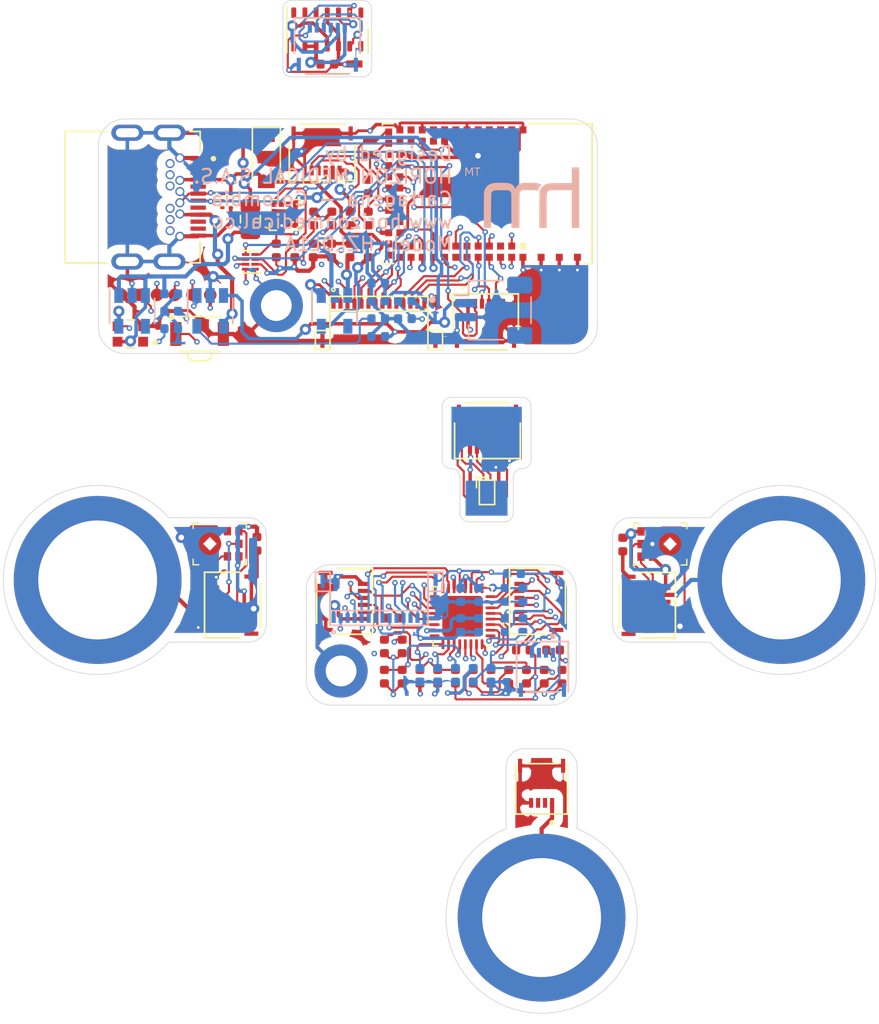
<source format=kicad_pcb>
(kicad_pcb (version 20221018) (generator pcbnew)
  (layers (0 "F.Cu" signal) (1 "In1.Cu" power) (2 "In2.Cu" power) (31 "B.Cu" signal) (34 "B.Paste" user) (35 "F.Paste" user) (36 "B.SilkS" user "B.Silkscreen") (37 "F.SilkS" user "F.Silkscreen") (38 "B.Mask" user) (39 "F.Mask" user) (44 "Edge.Cuts" user))
  (net 0 "")
  (net 1 "GND")
  (net 2 "Net-(C1-Pad1)")
  (net 3 "Net-(C2-Pad1)")
  (net 4 "+3V3")
  (net 5 "+5V")
  (net 6 "+BATT")
  (net 7 "Net-(C10-Pad2)")
  (net 8 "Net-(C11-Pad2)")
  (net 9 "Net-(C12-Pad2)")
  (net 10 "Net-(C13-Pad2)")
  (net 11 "Net-(C13-Pad1)")
  (net 12 "Net-(C14-Pad2)")
  (net 13 "Net-(C14-Pad1)")
  (net 14 "Net-(C15-Pad2)")
  (net 15 "Net-(C15-Pad1)")
  (net 16 "Net-(C16-Pad1)")
  (net 17 "Net-(C18-Pad2)")
  (net 18 "Net-(C18-Pad1)")
  (net 19 "Net-(C20-Pad2)")
  (net 20 "Net-(C21-Pad2)")
  (net 21 "/RLDINV")
  (net 22 "+1V8")
  (net 23 "Net-(D1-Pad5)")
  (net 24 "Net-(D1-Pad3)")
  (net 25 "Net-(D2-Pad1)")
  (net 26 "Net-(J1-PadB11)")
  (net 27 "Net-(J1-PadB10)")
  (net 28 "Net-(J1-PadB8)")
  (net 29 "Net-(J1-PadB5)")
  (net 30 "Net-(J1-PadB3)")
  (net 31 "Net-(J1-PadB2)")
  (net 32 "Net-(J1-PadA11)")
  (net 33 "Net-(J1-PadA10)")
  (net 34 "Net-(J1-PadA8)")
  (net 35 "Net-(J1-PadA5)")
  (net 36 "Net-(J1-PadA3)")
  (net 37 "Net-(J1-PadA2)")
  (net 38 "/BL654_UART_RX")
  (net 39 "/BL654_UART_TX")
  (net 40 "/BL654_SWDIO")
  (net 41 "/BL654_SWDCLK")
  (net 42 "Net-(R3-Pad2)")
  (net 43 "Net-(R7-Pad1)")
  (net 44 "Net-(R8-Pad1)")
  (net 45 "/RLDIN")
  (net 46 "/RLDOUT")
  (net 47 "Net-(R15-Pad1)")
  (net 48 "Net-(R16-Pad1)")
  (net 49 "/TMP_ALERT")
  (net 50 "Net-(U1-Pad64)")
  (net 51 "/ADS_START")
  (net 52 "Net-(U1-Pad61)")
  (net 53 "/~{ADS_PWDN_RESET}")
  (net 54 "Net-(U1-Pad59)")
  (net 55 "Net-(U1-Pad57)")
  (net 56 "/ADS_SPI_MOSI")
  (net 57 "/~{ADS_SPI_CS}")
  (net 58 "/ADS_SPI_SCLK")
  (net 59 "/ADS_SPI_MISO")
  (net 60 "Net-(U1-Pad50)")
  (net 61 "Net-(U1-Pad49)")
  (net 62 "Net-(U1-Pad46)")
  (net 63 "Net-(U1-Pad45)")
  (net 64 "Net-(U1-Pad39)")
  (net 65 "/~{ADS_DRDY}")
  (net 66 "/ADS_CLK")
  (net 67 "Net-(U1-Pad11)")
  (net 68 "Net-(U1-Pad4)")
  (net 69 "Net-(U2-Pad4)")
  (net 70 "Net-(U6-Pad14)")
  (net 71 "/~{MAX_INT}")
  (net 72 "Net-(U6-Pad8)")
  (net 73 "Net-(U6-Pad7)")
  (net 74 "Net-(U6-Pad6)")
  (net 75 "Net-(U6-Pad5)")
  (net 76 "Net-(U6-Pad1)")
  (net 77 "Net-(U7-Pad4)")
  (net 78 "/BL654_USB_DP")
  (net 79 "/BL654_USB_DN")
  (net 80 "Net-(J9-Pad3)")
  (net 81 "Net-(J9-Pad2)")
  (net 82 "Net-(J10-Pad3)")
  (net 83 "Net-(J10-Pad2)")
  (net 84 "/TMP_ADD0")
  (net 85 "Net-(U1-Pad27)")
  (net 86 "/BL654_I2C_SDA_HV")
  (net 87 "/BL654_I2C_SCL_HV")
  (net 88 "/BL654_I2C_SDA_LV")
  (net 89 "/BL654_I2C_SCL_LV")
  (net 90 "/ACCEL_INT1")
  (net 91 "/ACCEL_INT2")
  (net 92 "Net-(J11-Pad10)")
  (net 93 "Net-(J12-Pad10)")
  (net 94 "/BL654_I2S_SD")
  (net 95 "/BL654_I2S_SCK")
  (net 96 "/BL654_I2S_WS")
  (net 97 "/VIN")
  (net 98 "/WS2812_DATA")
  (net 99 "/MCP73831_STAT")
  (net 100 "Net-(SW1-Pad1)")
  (net 101 "Net-(U1-Pad28)")
  (net 102 "Net-(U1-Pad20)")
  (net 103 "/VIN_FUSE")
  (net 104 "Net-(U1-Pad44)")
  (net 105 "Net-(U1-Pad62)")
  (net 106 "Net-(U1-Pad60)")
  (net 107 "Net-(U1-Pad56)")
  (net 108 "Net-(U1-Pad54)")
  (net 109 "Net-(U1-Pad53)")
  (net 110 "Net-(U1-Pad51)")
  (net 111 "Net-(U1-Pad32)")
  (net 112 "Net-(U1-Pad30)")
  (net 113 "/BL654_I2S_SD_EXT")
  (net 114 "/BL654_I2S_SCK_EXT")
  (net 115 "/BL654_I2S_WS_EXT")
  (net 116 "/~{ADS_DRDY_EXT}")
  (net 117 "/ADS_CLK_EXT")
  (net 118 "/ADS_START_EXT")
  (net 119 "/~{ADS_PWDN_RESET_EXT}")
  (net 120 "/~{ADS_SPI_CS_EXT}")
  (net 121 "/ADS_SPI_MOSI_EXT")
  (net 122 "/ADS_SPI_MISO_EXT")
  (net 123 "/ADS_SPI_SCLK_EXT")
  (net 124 "/~{MAX_INT_EXT}")
  (net 125 "/BL654_I2C_SDA_LV_EXT")
  (net 126 "/BL654_I2C_SCL_LV_EXT")
  (net 127 "/TMP_ADD0_EXT")
  (net 128 "/TMP_ALERT_EXT")
  (net 129 "/BL654_I2C_SDA_HV_EXT")
  (net 130 "/BL654_I2C_SCL_HV_EXT")
  (net 131 "/ECG_LEFT_ARM")
  (net 132 "/ECG_RIGHT_ARM")
  (net 133 "/ECG_RIGHT_LEG")
  (net 134 "Net-(U1-Pad63)")
  (net 135 "Net-(C31-Pad2)")
  (net 136 "/VDIV")
  (footprint "Capacitor_SMD:C_0402_1005Metric" (layer "F.Cu") (at 84.24164 76.67752 180)
    (fp_text reference "C24" hide)
    (fp_text value "1uF" hide)
  )
  (footprint "Capacitor_SMD:C_0402_1005Metric" (layer "F.Cu") (at 85.8603 89.9922 -90)
    (fp_text reference "C25" hide)
    (fp_text value "1uF" hide)
  )
  (footprint "SnapEda:SON50P100X145X60-6N" (layer "F.Cu") (at 77.0382 86.4362)
    (fp_text reference "D1" hide)
    (fp_text value "TPD4S012DRYR" hide)
  )
  (footprint "Package_BGA:Texas_DSBGA-6_0.9x1.4mm_Layout2x3_P0.5mm" (layer "F.Cu") (at 95.66148 107.25404)
    (fp_text reference "U5" hide)
    (fp_text value "TMP117NAIYBGR" hide)
  )
  (footprint "OptoDevice:Maxim_OLGA-14_3.3x5.6mm_P0.8mm" (layer "F.Cu") (at 84.24164 74.20102 -90)
    (fp_text reference "U6" hide)
    (fp_text value "MAX30102" hide)
  )
  (footprint "Resistor_SMD:R_0402_1005Metric" (layer "F.Cu") (at 100.39096 118.54434 180)
    (fp_text reference "R14" hide)
    (fp_text value "100K" hide)
  )
  (footprint "Capacitor_SMD:C_0402_1005Metric" (layer "F.Cu") (at 98.48596 120.44934 -90)
    (fp_text reference "C16" hide)
    (fp_text value "2.2nF" hide)
  )
  (footprint "Capacitor_SMD:C_0402_1005Metric" (layer "F.Cu") (at 97.21596 120.44934 -90)
    (fp_text reference "C18" hide)
    (fp_text value "2.2nF" hide)
  )
  (footprint "Capacitor_SMD:C_0402_1005Metric" (layer "F.Cu") (at 101.02596 120.44934 -90)
    (fp_text reference "C19" hide)
    (fp_text value "100nF" hide)
  )
  (footprint "Capacitor_SMD:C_0402_1005Metric" (layer "F.Cu") (at 99.75596 120.44934 90)
    (fp_text reference "C20" hide)
    (fp_text value "2.2nF" hide)
  )
  (footprint "Capacitor_SMD:C_0402_1005Metric" (layer "F.Cu") (at 93.40596 120.44934 90)
    (fp_text reference "C15" hide)
    (fp_text value "2.2nF" hide)
  )
  (footprint "Resistor_SMD:R_0402_1005Metric" (layer "F.Cu") (at 90.86596 120.44934 -90)
    (fp_text reference "R5" hide)
    (fp_text value "10M" hide)
  )
  (footprint "Resistor_SMD:R_0402_1005Metric" (layer "F.Cu") (at 94.67596 120.44934 -90)
    (fp_text reference "R8" hide)
    (fp_text value "40.2K" hide)
  )
  (footprint "Resistor_SMD:R_0402_1005Metric" (layer "F.Cu") (at 89.59596 118.29034 -90)
    (fp_text reference "R12" hide)
    (fp_text value "100K" hide)
  )
  (footprint "Resistor_SMD:R_0402_1005Metric" (layer "F.Cu") (at 88.32596 118.29034 -90)
    (fp_text reference "R13" hide)
    (fp_text value "0R" hide)
  )
  (footprint "Package_DFN_QFN:QFN-32-1EP_4x4mm_P0.4mm_EP2.9x2.9mm" (layer "F.Cu") (at 93.91396 116.13134 180)
    (fp_text reference "U3" hide)
    (fp_text value "ADS1292RIRSMT" hide)
  )
  (footprint "MOLEX_503480-0600:MOLEX_503480-0600" (layer "F.Cu") (at 95.5548 95.1992)
    (fp_text reference "J14" hide)
    (fp_text value "503480-0600" hide)
  )
  (footprint "MOLEX_503480-0600:MOLEX_503480-0600" (layer "F.Cu") (at 83.8708 82.8802 180)
    (fp_text reference "J15" hide)
    (fp_text value "503480-0600" hide)
  )
  (footprint "MOLEX_503480-0600:MOLEX_503480-0600" (layer "F.Cu") (at 95.69468 102.76384 180)
    (fp_text reference "J13" hide)
    (fp_text value "503480-0600" hide)
  )
  (footprint "Resistor_SMD:R_0402_1005Metric" (layer "F.Cu") (at 85.87105 87.7062 -90)
    (fp_text reference "R17" hide)
    (fp_text value "200K" hide)
  )
  (footprint "Resistor_SMD:R_0402_1005Metric" (layer "F.Cu") (at 83.26755 87.7062 -90)
    (fp_text reference "R20" hide)
    (fp_text value "4.7K" hide)
  )
  (footprint "Resistor_SMD:R_0402_1005Metric" (layer "F.Cu") (at 84.5693 87.7062 -90)
    (fp_text reference "R21" hide)
    (fp_text value "4.7K" hide)
  )
  (footprint "Package_SON:X2SON-8_1.4x1mm_P0.35mm" (layer "F.Cu") (at 78.74 90.805 180)
    (fp_text reference "U9" hide)
    (fp_text value "PCA9306DQER" hide)
  )
  (footprint "MOLEX_503480-0600:5034801400" (layer "F.Cu") (at 87.9348 93.8022)
    (fp_text reference "J12" hide)
    (fp_text value "5034801400" hide)
  )
  (footprint "Resistor_SMD:R_0402_1005Metric" (layer "F.Cu") (at 88.96096 116.25834)
    (fp_text reference "R22" hide)
    (fp_text value "100K" hide)
  )
  (footprint "Fuse:Fuse_0805_2012Metric" (layer "F.Cu") (at 78.74 87.757 90)
    (fp_text reference "F1" hide)
    (fp_text value "0ZCK0075FF2E" hide)
  )
  (footprint "APA-102-2020-256-8:LED_WS2812-2020" (layer "F.Cu") (at 70.1548 95.9612 180)
    (fp_text reference "D2" hide)
    (fp_text value "WS2812B" hide)
  )
  (footprint "XCVR_451-00001:XCVR_451-00001" (layer "F.Cu") (at 95.6818 85.9282 -90)
    (fp_text reference "U1" hide)
    (fp_text value "BL654" hide)
  )
  (footprint "ABS05-32.768KHZ-T:ABS05-32.768KHZ-T" (layer "F.Cu") (at 87.2998 82.6262 -90)
    (fp_text reference "Y1" hide)
    (fp_text value "Crystal" hide)
  )
  (footprint "Capacitor_SMD:C_0402_1005Metric" (layer "F.Cu") (at 87.1728 85.4202 -90)
    (fp_text reference "C1" hide)
    (fp_text value "12pF" hide)
  )
  (footprint "Capacitor_SMD:C_0402_1005Metric" (layer "F.Cu") (at 87.1728 87.7062 -90)
    (fp_text reference "C2" hide)
    (fp_text value "10pF" hide)
  )
  (footprint "Capacitor_SMD:C_0402_1005Metric" (layer "F.Cu") (at 87.1728 89.9922 -90)
    (fp_text reference "C26" hide)
    (fp_text value "1uF" hide)
  )
  (footprint "SW_B3U-3000P:SW_B3U-3000P" (layer "F.Cu") (at 75.1078 95.9612)
    (fp_text reference "SW1" hide)
    (fp_text value "SW_Push" hide)
  )
  (footprint "JAE_DX07S024XJ1R1100:JAE_DX07S024XJ1R1100" (layer "F.Cu") (at 74.3458 86.1822 -90)
    (fp_text reference "J1" hide)
    (fp_text value "DX07S024XJ1R1100" hide)
  )
  (footprint "Pads_1.27mm:1.27mm_pads_01x06" (layer "F.Cu") (at 72.6948 93.1672 180)
    (fp_text reference "J4" hide)
    (fp_text value "Conn_01x06" hide)
  )
  (footprint "Capacitor_SMD:C_0402_1005Metric" (layer "F.Cu") (at 84.5478 89.9922 -90)
    (fp_text reference "C27" hide)
    (fp_text value "100nF" hide)
  )
  (footprint "Capacitor_SMD:C_0402_1005Metric" (layer "F.Cu") (at 83.2353 89.9922 -90)
    (fp_text reference "C28" hide)
    (fp_text value "10uF" hide)
  )
  (footprint "Package_LGA:LGA-12_2x2mm_P0.5mm" (layer "F.Cu") (at 81.2038 87.4522)
    (fp_text reference "U8" hide)
    (fp_text value "IIS2DLPCTR" hide)
  )
  (footprint "Resistor_SMD:R_0402_1005Metric" (layer "F.Cu") (at 80.5942 89.9922 90)
    (fp_text reference "R18" hide)
    (fp_text value "4.7K" hide)
  )
  (footprint "Resistor_SMD:R_0402_1005Metric" (layer "F.Cu") (at 81.915 89.9922 90)
    (fp_text reference "R19" hide)
    (fp_text value "4.7K" hide)
  )
  (footprint "MOLEX_503480-0600:MOLEX_503480-0600" (layer "F.Cu") (at 85.37702 115.07216 -90)
    (fp_text reference "J8" hide)
    (fp_text value "503480-0600" hide)
  )
  (footprint "MOLEX_503480-0600:ECG_SNAP" (layer "F.Cu") (at 116.713 113.538)
    (fp_text reference "J6" hide)
    (fp_text value "ECG_LEFT_ARM")
  )
  (footprint "Resistor_SMD:R_0402_1005Metric" (layer "F.Cu") (at 95.94596 120.44934 90)
    (fp_text reference "R7" hide)
    (fp_text value "40.2K" hide)
  )
  (footprint "Capacitor_SMD:C_0402_1005Metric" (layer "F.Cu") (at 89.59596 120.44934 -90)
    (fp_text reference "C21" hide)
    (fp_text value "47pF" hide)
  )
  (footprint "Resistor_SMD:R_0402_1005Metric" (layer "F.Cu") (at 92.13596 120.44934 -90)
    (fp_text reference "R6" hide)
    (fp_text value "10M" hide)
  )
  (footprint "Resistor_SMD:R_0402_1005Metric" (layer "F.Cu") (at 88.32596 120.44934 -90)
    (fp_text reference "R11" hide)
    (fp_text value "1M" hide)
  )
  (footprint "Capacitor_SMD:C_0402_1005Metric" (layer "F.Cu") (at 98.23196 118.54434 180)
    (fp_text reference "C17" hide)
    (fp_text value "100nF" hide)
  )
  (footprint "MOLEX_503480-0600:MOLEX_503480-0600" (layer "F.Cu") (at 99.37496 115.07216 90)
    (fp_text reference "J3" hide)
    (fp_text value "503480-0600" hide)
  )
  (footprint "MountingHole:MountingHole_2.2mm_M2_DIN965_Pad" (layer "F.Cu") (at 85.22716 120.04294)
    (fp_text reference "J19" hide)
    (fp_text value "MOUNTING_HOLE_MAIN" hide)
  )
  (footprint "MountingHole:MountingHole_2.2mm_M2_DIN965_Pad" (layer "F.Cu") (at 80.5942 93.9292)
    (fp_text reference "J20" hide)
    (fp_text value "MOUNTING_HOLE_ECG" hide)
  )
  (footprint "MOLEX_503480-0600:ECG_SNAP" (layer "F.Cu") (at 67.818 113.538)
    (fp_text reference "J7" hide)
    (fp_text value "ECG_RIGHT_ARM" hide)
  )
  (footprint "Capacitor_SMD:C_0402_1005Metric" (layer "F.Cu") (at 79.21244 110.95482 90)
    (fp_text reference "C29" hide)
    (fp_text value "100nF" hide)
  )
  (footprint "MOLEX_503480-0600:MOLEX_503480-0600" (layer "F.Cu") (at 77.56144 115.33632 90)
    (fp_text reference "J17" hide)
    (fp_text value "503480-0600" hide)
  )
  (footprint "digikey-footprints:SPH0645LM4H-B" (layer "F.Cu") (at 75.84694 110.95482 -90)
    (fp_text reference "MIC1" hide)
    (fp_text value "ICS-43434" hide)
  )
  (footprint "Capacitor_SMD:C_0402_1005Metric" (layer "F.Cu") (at 105.37444 111.00816 90)
    (fp_text reference "C30" hide)
    (fp_text value "100nF" hide)
  )
  (footprint "MOLEX_503480-0600:MOLEX_503480-0600" (layer "F.Cu") (at 107.03814 115.35156 -90)
    (fp_text reference "J5" hide)
    (fp_text value "503480-0600" hide)
  )
  (footprint "digikey-footprints:SPH0645LM4H-B" (layer "F.Cu") (at 108.75264 110.97006 90)
    (fp_text reference "MIC2" hide)
    (fp_text value "ICS-43434" hide)
  )
  (footprint "MOLEX_503480-0600:ECG_SNAP" (layer "F.Cu") (at 99.568 137.668)
    (fp_text reference "J18" hide)
    (fp_text value "ECG_RIGHT_LEG" hide)
  )
  (footprint "503480-0400:MOLEX_503480-0400" (layer "F.Cu") (at 99.568 128.143 180)
    (fp_text reference "J10" hide)
    (fp_text value "503480-0400" hide)
  )
  (footprint "Diode_SMD:D_SOD-123" (layer "F.Cu") (at 79.883 83.439 -90)
    (fp_text reference "D3" hide)
    (fp_text value "MBR0540T1G" hide)
  )
  (footprint "Capacitor_SMD:C_0402_1005Metric" (layer "B.Cu") (at 73.0758 93.091 180)
    (fp_text reference "C3" hide)
    (fp_text value "1uF" hide)
  )
  (footprint "Resistor_SMD:R_0402_1005Metric" (layer "B.Cu") (at 87.884 93.599)
    (fp_text reference "R4" hide)
    (fp_text value "100K" hide)
  )
  (footprint "Package_TO_SOT_SMD:SOT-23-5" (layer "B.Cu") (at 70.2818 94.3102 -90)
    (fp_text reference "U2" hide)
    (fp_text value "LP5907MFX-3_3_NOPB" hide)
  )
  (footprint "Package_TO_SOT_SMD:SOT-23-5" (layer "B.Cu") (at 84.7598 94.3102 -90)
    (fp_text reference "U7" hide)
    (fp_text value "LP5907MFX-1.8/NOPB" hide)
  )
  (footprint "Capacitor_SMD:C_0402_1005Metric" (layer "B.Cu") (at 93.78696 116.76634 90)
    (fp_text reference "C23" hide)
    (fp_text value "100nF" hide)
  )
  (footprint "Capacitor_SMD:C_0402_1005Metric" (layer "B.Cu") (at 95.05696 116.76634 90)
    (fp_text reference "C22" hide)
    (fp_text value "10uF" hide)
  )
  (footprint "Capacitor_SMD:C_0402_1005Metric" (layer "B.Cu") (at 93.78696 114.60734 90)
    (fp_text reference "C5" hide)
    (fp_text value "10uF" hide)
  )
  (footprint "Capacitor_SMD:C_0402_1005Metric" (layer "B.Cu") (at 95.05696 114.60734 90)
    (fp_text reference "C8" hide)
    (fp_text value "100nF" hide)
  )
  (footprint "Capacitor_SMD:C_0402_1005Metric" (layer "B.Cu") (at 96.96196 114.60734 90)
    (fp_text reference "C9" hide)
    (fp_text value "10uF" hide)
  )
  (footprint "Resistor_SMD:R_0402_1005Metric" (layer "B.Cu") (at 95.94596 120.32234 -90)
    (fp_text reference "R10" hide)
    (fp_text value "10M" hide)
  )
  (footprint "Resistor_SMD:R_0402_1005Metric" (layer "B.Cu") (at 90.86596 120.32234 -90)
    (fp_text reference "R16" hide)
    (fp_text value "45.3K" hide)
  )
  (footprint "Resistor_SMD:R_0402_1005Metric" (layer "B.Cu") (at 92.13596 120.32234 -90)
    (fp_text reference "R15" hide)
    (fp_text value "45.3K" hide)
  )
  (footprint "Capacitor_SMD:C_0402_1005Metric" (layer "B.Cu") (at 98.23196 114.60734 90)
    (fp_text reference "C10" hide)
    (fp_text value "100nF" hide)
  )
  (footprint "Capacitor_SMD:C_0402_1005Metric" (layer "B.Cu") (at 97.59696 113.08334 180)
    (fp_text reference "C11" hide)
    (fp_text value "1uF" hide)
  )
  (footprint "503480-0400:MOLEX_503480-0400" (layer "B.Cu") (at 99.62896 120.06834 180)
    (fp_text reference "J9" hide)
    (fp_text value "503480-0400" hide)
  )
  (footprint "MOLEX_503480-0600:MOLEX_503480-0600" (layer "B.Cu") (at 84.24164 75.47102 180)
    (fp_text reference "J16" hide)
    (fp_text value "503480-0600" hide)
  )
  (footprint "Resistor_SMD:R_0402_1005Metric" (layer "B.Cu") (at 94.67596 120.32234 90)
    (fp_text reference "R9" hide)
    (fp_text value "10M" hide)
  )
  (footprint "Capacitor_SMD:C_0402_1005Metric" (layer "B.Cu") (at 73.0758 94.3356)
    (fp_text reference "C4" hide)
    (fp_text value "1uF" hide)
  )
  (footprint "Capacitor_SMD:C_0402_1005Metric" (layer "B.Cu") (at 87.884 96.139)
    (fp_text reference "C7" hide)
    (fp_text value "4.7uF" hide)
  )
  (footprint "Resistor_SMD:R_0402_1005Metric" (layer "B.Cu") (at 87.884 94.869 180)
    (fp_text reference "R3" hide)
    (fp_text value "10K" hide)
  )
  (footprint "Package_TO_SOT_SMD:SOT-23-5" (layer "B.Cu") (at 75.8698 94.3102 -90)
    (fp_text reference "U4" hide)
    (fp_text value "MCP73831T-2ACI/OT" hide)
  )
  (footprint "Capacitor_SMD:C_0402_1005Metric" (layer "B.Cu") (at 98.225864 116.76888 -90)
    (fp_text reference "C13" hide)
    (fp_text value "47nF" hide)
  )
  (footprint "Capacitor_SMD:C_0402_1005Metric" (layer "B.Cu") (at 96.965262 116.76888 -90)
    (fp_text reference "C14" hide)
    (fp_text value "47nF" hide)
  )
  (footprint "Capacitor_SMD:C_0402_1005Metric" (layer "B.Cu") (at 93.40596 120.32234 90)
    (fp_text reference "C12" hide)
    (fp_text value "1uF" hide)
  )
  (footprint "horizon_logo_silk:horizon_logo_silk_small" (layer "B.Cu") (at 98.7552 86.6902 180)
    (fp_text reference "P6" hide)
    (fp_text value "HORIZON MEDICAL LOGO" hide)
  )
  (footprint "Capacitor_SMD:C_0402_1005Metric" (layer "B.Cu") (at 87.884 92.329)
    (fp_text reference "C6" hide)
    (fp_text value "4.7uF" hide)
  )
  (footprint "Capacitor_SMD:C_0402_1005Metric" (layer "B.Cu") (at 73.0758 95.5802 180)
    (fp_text reference "C31" hide)
    (fp_text value "100pF" hide)
  )
  (footprint "Resistor_SMD:R_0402_1005Metric" (layer "B.Cu") (at 89.789 93.599)
    (fp_text reference "R1" hide)
    (fp_text value "100K" hide)
  )
  (footprint "Resistor_SMD:R_0402_1005Metric" (layer "B.Cu") (at 89.789 94.869)
    (fp_text reference "R2" hide)
    (fp_text value "100K" hide)
  )
  (footprint "MOLEX_503480-0600:5034801400" (layer "B.Cu") (at 87.94496 116.25834)
    (fp_text reference "J11" hide)
    (fp_text value "5034801400" hide)
  )
  (footprint "Connector_JST:JST_SH_SM02B-SRSS-TB_1x02-1MP_P1.00mm_Horizontal" (layer "B.Cu") (at 96.12836 94.26026 -90)
    (fp_text reference "J2" hide)
    (fp_text value "SM02B-SRSS-TB(LF)(SN)" hide)
  )
  (footprint "SnapEda:TRANS_CSD23280F3" (layer "B.Cu") (at 91.948 94.2086 -90)
    (fp_text reference "Q1" hide)
    (fp_text value "CSD23280F3" hide)
  )
  (footprint "Pads_1.27mm:TEMP_SENSOR_PAD" (layer "B.Cu") (at 95.631 107.696)
    (fp_text reference "REF**" hide)
    (fp_text value "TEMP_SENSOR_PAD" hide)
  )
  (gr_line (start 92.46108 104.94264) (end 92.46108 101.13264) (stroke (width 0.05)) (layer "Edge.Cuts"))
  (gr_line (start 93.09608 100.49764) (end 98.17608 100.49764) (stroke (width 0.05)) (layer "Edge.Cuts"))
  (gr_line (start 93.73108 106.21264) (end 93.73108 108.75264) (stroke (width 0.05)) (layer "Edge.Cuts"))
  (gr_line (start 97.54108 106.21264) (end 97.54108 108.75264) (stroke (width 0.05)) (layer "Edge.Cuts"))
  (gr_line (start 81.70164 77.57922) (end 86.78164 77.57922) (stroke (width 0.05)) (layer "Edge.Cuts"))
  (gr_line (start 81.06664 72.75322) (end 81.06664 76.94422) (stroke (width 0.05)) (layer "Edge.Cuts"))
  (gr_line (start 103.5558 82.4992) (end 103.5558 95.4532) (stroke (width 0.05)) (layer "Edge.Cuts"))
  (gr_arc (start 67.8688 82.4992) (mid 68.426762 81.152162) (end 69.7738 80.5942) (stroke (width 0.05)) (layer "Edge.Cuts"))
  (gr_line (start 101.6508 97.3582) (end 69.7738 97.3582) (stroke (width 0.05)) (layer "Edge.Cuts"))
  (gr_line (start 82.73796 120.70334) (end 82.73796 114.22634) (stroke (width 0.05)) (layer "Edge.Cuts"))
  (gr_line (start 102.04196 114.22634) (end 102.04196 120.70334) (stroke (width 0.05)) (layer "Edge.Cuts"))
  (gr_line (start 100.26396 122.48134) (end 84.51596 122.48134) (stroke (width 0.05)) (layer "Edge.Cuts"))
  (gr_line (start 78.613 109.093) (end 72.897999 109.093001) (stroke (width 0.05)) (layer "Edge.Cuts"))
  (gr_line (start 97.028 126.873) (end 97.028001 131.318001) (stroke (width 0.05)) (layer "Edge.Cuts"))
  (gr_line (start 67.8688 95.4532) (end 67.8688 82.4992) (stroke (width 0.05)) (layer "Edge.Cuts"))
  (gr_line (start 96.90608 109.38764) (end 94.36608 109.38764) (stroke (width 0.05)) (layer "Edge.Cuts"))
  (gr_line (start 72.897999 117.982999) (end 78.613 117.983) (stroke (width 0.05)) (layer "Edge.Cuts"))
  (gr_arc (start 93.09608 105.57764) (mid 93.545093 105.763627) (end 93.73108 106.21264) (stroke (width 0.05)) (layer "Edge.Cuts"))
  (gr_arc (start 97.028 126.873) (mid 97.399974 125.974974) (end 98.298 125.603) (stroke (width 0.05)) (layer "Edge.Cuts"))
  (gr_arc (start 86.78164 72.11822) (mid 87.230653 72.304207) (end 87.41664 72.75322) (stroke (width 0.05)) (layer "Edge.Cuts"))
  (gr_line (start 79.883 116.713) (end 79.883 110.363) (stroke (width 0.05)) (layer "Edge.Cuts"))
  (gr_line (start 86.78164 72.11822) (end 81.70164 72.11822) (stroke (width 0.05)) (layer "Edge.Cuts"))
  (gr_arc (start 104.648 110.363) (mid 105.019974 109.464974) (end 105.918 109.093) (stroke (width 0.05)) (layer "Edge.Cuts"))
  (gr_arc (start 78.613 109.093) (mid 79.511026 109.464974) (end 79.883 110.363) (stroke (width 0.05)) (layer "Edge.Cuts"))
  (gr_arc (start 102.04196 120.70334) (mid 101.521196 121.960576) (end 100.26396 122.48134) (stroke (width 0.05)) (layer "Edge.Cuts"))
  (gr_arc (start 82.73796 114.22634) (mid 83.258724 112.969104) (end 84.51596 112.44834) (stroke (width 0.05)) (layer "Edge.Cuts"))
  (gr_line (start 105.918 117.983) (end 111.633 117.983) (stroke (width 0.05)) (layer "Edge.Cuts"))
  (gr_arc (start 92.46108 101.13264) (mid 92.647067 100.683627) (end 93.09608 100.49764) (stroke (width 0.05)) (layer "Edge.Cuts"))
  (gr_arc (start 84.51596 122.48134) (mid 83.258724 121.960576) (end 82.73796 120.70334) (stroke (width 0.05)) (layer "Edge.Cuts"))
  (gr_arc (start 72.897999 117.982999) (mid 61.067859 113.538) (end 72.897999 109.093001) (stroke (width 0.05)) (layer "Edge.Cuts"))
  (gr_line (start 69.7738 80.5942) (end 101.6508 80.5942) (stroke (width 0.05)) (layer "Edge.Cuts"))
  (gr_arc (start 100.838 125.603) (mid 101.736026 125.974974) (end 102.108 126.873) (stroke (width 0.05)) (layer "Edge.Cuts"))
  (gr_line (start 111.633001 109.093001) (end 105.918 109.093) (stroke (width 0.05)) (layer "Edge.Cuts"))
  (gr_arc (start 103.5558 95.4532) (mid 102.997838 96.800238) (end 101.6508 97.3582) (stroke (width 0.05)) (layer "Edge.Cuts"))
  (gr_arc (start 69.7738 97.3582) (mid 68.426762 96.800238) (end 67.8688 95.4532) (stroke (width 0.05)) (layer "Edge.Cuts"))
  (gr_arc (start 101.6508 80.5942) (mid 102.997838 81.152162) (end 103.5558 82.4992) (stroke (width 0.05)) (layer "Edge.Cuts"))
  (gr_line (start 84.51596 112.44834) (end 100.26396 112.44834) (stroke (width 0.05)) (layer "Edge.Cuts"))
  (gr_line (start 87.41664 76.94422) (end 87.41664 72.75322) (stroke (width 0.05)) (layer "Edge.Cuts"))
  (gr_arc (start 100.26396 112.44834) (mid 101.521196 112.969104) (end 102.04196 114.22634) (stroke (width 0.05)) (layer "Edge.Cuts"))
  (gr_arc (start 98.17608 100.49764) (mid 98.625093 100.683627) (end 98.81108 101.13264) (stroke (width 0.05)) (layer "Edge.Cuts"))
  (gr_arc (start 79.883 116.713) (mid 79.511026 117.611026) (end 78.613 117.983) (stroke (width 0.05)) (layer "Edge.Cuts"))
  (gr_arc (start 97.54108 108.75264) (mid 97.355093 109.201653) (end 96.90608 109.38764) (stroke (width 0.05)) (layer "Edge.Cuts"))
  (gr_line (start 98.81108 101.13264) (end 98.81108 104.94264) (stroke (width 0.05)) (layer "Edge.Cuts"))
  (gr_arc (start 81.70164 77.57922) (mid 81.252627 77.393233) (end 81.06664 76.94422) (stroke (width 0.05)) (layer "Edge.Cuts"))
  (gr_arc (start 87.41664 76.94422) (mid 87.230653 77.393233) (end 86.78164 77.57922) (stroke (width 0.05)) (layer "Edge.Cuts"))
  (gr_line (start 102.108 131.318001) (end 102.108 126.873) (stroke (width 0.05)) (layer "Edge.Cuts"))
  (gr_arc (start 93.09608 105.57764) (mid 92.647067 105.391653) (end 92.46108 104.94264) (stroke (width 0.05)) (layer "Edge.Cuts"))
  (gr_arc (start 97.54108 106.21264) (mid 97.727067 105.763627) (end 98.17608 105.57764) (stroke (width 0.05)) (layer "Edge.Cuts"))
  (gr_line (start 104.648 110.363) (end 104.648 116.713) (stroke (width 0.05)) (layer "Edge.Cuts"))
  (gr_arc (start 94.36608 109.38764) (mid 93.917067 109.201653) (end 93.73108 108.75264) (stroke (width 0.05)) (layer "Edge.Cuts"))
  (gr_arc (start 111.633001 109.093001) (mid 123.463141 113.538) (end 111.633001 117.982999) (stroke (width 0.05)) (layer "Edge.Cuts"))
  (gr_arc (start 98.81108 104.94264) (mid 98.625093 105.391653) (end 98.17608 105.57764) (stroke (width 0.05)) (layer "Edge.Cuts"))
  (gr_arc (start 102.108 131.318001) (mid 99.568 144.507158) (end 97.028001 131.318001) (stroke (width 0.05)) (layer "Edge.Cuts"))
  (gr_arc (start 105.918 117.983) (mid 105.019974 117.611026) (end 104.648 116.713) (stroke (width 0.05)) (layer "Edge.Cuts"))
  (gr_arc (start 81.06664 72.75322) (mid 81.252627 72.304207) (end 81.70164 72.11822) (stroke (width 0.05)) (layer "Edge.Cuts"))
  (gr_line (start 100.838 125.603) (end 98.298 125.603) (stroke (width 0.05)) (layer "Edge.Cuts"))
  (gr_text "Designed by\nHORIZON MEDICAL S.A.S.\nCartagena - Colombia\nwww.horizonmedical.co\nModel: HZLDL1A" (at 93.2942 86.3092) (layer "B.SilkS") (effects (font (size 1 1)) (justify left mirror)))
  (segment (start 75.18494 110.95482) (end 74.25182 110.95482) (width 0.25) (layer "F.Cu") (net 1))
  (segment (start 74.25182 110.95482) (end 73.79716 110.50016) (width 0.25) (layer "F.Cu") (net 1))
  (segment (start 75.84694 111.61682) (end 76.50894 110.95482) (width 0.25) (layer "F.Cu") (net 1))
  (segment (start 75.18494 110.95482) (end 75.84694 111.61682) (width 0.25) (layer "F.Cu") (net 1))
  (segment (start 75.84694 110.29282) (end 75.18494 110.95482) (width 0.25) (layer "F.Cu") (net 1))
  (segment (start 76.50894 110.95482) (end 75.84694 110.29282) (width 0.25) (layer "F.Cu") (net 1))
  (segment (start 77.09894 110.05482) (end 76.58794 110.05482) (width 0.25) (layer "F.Cu") (net 1))
  (segment (start 76.58794 110.05482) (end 76.291021 109.757901) (width 0.25) (layer "F.Cu") (net 1))
  (segment (start 76.291021 109.757901) (end 74.539419 109.757901) (width 0.25) (layer "F.Cu") (net 1))
  (segment (start 74.539419 109.757901) (end 73.79716 110.50016) (width 0.25) (layer "F.Cu") (net 1))
  (segment (start 76.16144 113.47602) (end 76.29814 113.33932) (width 0.25) (layer "F.Cu") (net 1))
  (segment (start 76.16144 114.08632) (end 76.16144 113.47602) (width 0.25) (layer "F.Cu") (net 1))
  (segment (start 79.21244 111.43982) (end 79.21244 113.29632) (width 0.25) (layer "F.Cu") (net 1))
  (segment (start 79.21244 113.29632) (end 78.81144 113.29632) (width 0.25) (layer "F.Cu") (net 1))
  (segment (start 78.81144 113.29632) (end 78.81144 115.426532) (width 0.25) (layer "F.Cu") (net 1))
  (segment (start 78.81144 115.426532) (end 78.97555 115.590642) (width 0.25) (layer "F.Cu") (net 1))
  (segment (start 78.81144 115.754752) (end 78.97555 115.590642) (width 0.3) (layer "F.Cu") (net 1))
  (segment (start 78.81144 117.37632) (end 78.81144 115.754752) (width 0.3) (layer "F.Cu") (net 1))
  (segment (start 108.43814 116.60156) (end 109.21524 116.60156) (width 0.1524) (layer "F.Cu") (net 1))
  (segment (start 109.21524 116.60156) (end 109.46384 116.85016) (width 0.1524) (layer "F.Cu") (net 1))
  (segment (start 108.09064 110.97006) (end 107.492042 110.97006) (width 0.25) (layer "F.Cu") (net 1))
  (segment (start 108.75264 111.63206) (end 108.09064 110.97006) (width 0.25) (layer "F.Cu") (net 1))
  (segment (start 108.75264 111.63206) (end 109.41464 110.97006) (width 0.25) (layer "F.Cu") (net 1))
  (segment (start 108.75264 110.30806) (end 109.41464 110.97006) (width 0.25) (layer "F.Cu") (net 1))
  (segment (start 108.09064 110.97006) (end 108.75264 110.30806) (width 0.25) (layer "F.Cu") (net 1))
  (segment (start 105.37444 112.89786) (end 105.37444 111.49316) (width 0.25) (layer "F.Cu") (net 1))
  (segment (start 105.78814 113.31156) (end 105.37444 112.89786) (width 0.25) (layer "F.Cu") (net 1))
  (segment (start 83.6553 89.5072) (end 83.860457 89.712357) (width 0.25) (layer "F.Cu") (net 1))
  (segment (start 98.997283 116.081117) (end 99.701066 116.081117) (width 0.1524) (layer "F.Cu") (net 1))
  (segment (start 80.9538 88.2147) (end 80.981202 88.2147) (width 0.3) (layer "F.Cu") (net 1))
  (segment (start 75.8558 83.4322) (end 76.0476 83.2404) (width 0.3) (layer "F.Cu") (net 1))
  (segment (start 88.559839 85.456239) (end 88.550773 85.456239) (width 0.25) (layer "F.Cu") (net 1))
  (segment (start 70.455881 94.797281) (end 70.455881 94.013687) (width 0.3) (layer "F.Cu") (net 1))
  (segment (start 85.4403 89.5072) (end 85.4331 89.5) (width 0.25) (layer "F.Cu") (net 1))
  (segment (start 84.21696 113.94534) (end 84.91696 113.94534) (width 0.25) (layer "F.Cu") (net 1))
  (segment (start 92.6318 82.322284) (end 93.532616 83.2231) (width 0.25) (layer "F.Cu") (net 1))
  (segment (start 96.501559 106.851344) (end 96.501559 105.686199) (width 0.25) (layer "F.Cu") (net 1))
  (segment (start 96.098863 107.25404) (end 96.501559 106.851344) (width 0.25) (layer "F.Cu") (net 1))
  (segment (start 76.0476 83.2404) (end 76.0476 81.7245) (width 0.3) (layer "F.Cu") (net 1))
  (segment (start 88.7476 85.725798) (end 88.67804 85.656238) (width 0.2) (layer "F.Cu") (net 1))
  (segment (start 91.91396 117.53134) (end 91.74257 117.70273) (width 0.1524) (layer "F.Cu") (net 1))
  (segment (start 94.2318 80.9282) (end 94.284201 80.875799) (width 0.2) (layer "F.Cu") (net 1))
  (segment (start 100.62496 113.74914) (end 100.97516 114.09934) (width 0.1524) (layer "F.Cu") (net 1))
  (segment (start 88.62357 115.43595) (end 88.62357 115.431645) (width 0.1524) (layer "F.Cu") (net 1))
  (segment (start 83.860457 89.774543) (end 83.860457 89.777531) (width 0.25) (layer "F.Cu") (net 1))
  (segment (start 89.4318 80.9282) (end 89.484201 80.875799) (width 0.2) (layer "F.Cu") (net 1))
  (segment (start 98.028 129.078) (end 98.418 129.468) (width 0.25) (layer "F.Cu") (net 1))
  (segment (start 86.69542 89.98458) (end 86.50732 89.98458) (width 0.2) (layer "F.Cu") (net 1))
  (segment (start 97.9805 81.6295) (end 98.2318 81.3782) (width 0.2) (layer "F.Cu") (net 1))
  (segment (start 93.522579 95.986637) (end 93.522579 95.703795) (width 0.25) (layer "F.Cu") (net 1))
  (segment (start 93.71396 114.13134) (end 93.71396 112.926068) (width 0.1524) (layer "F.Cu") (net 1))
  (segment (start 77.3382 87.981907) (end 76.387907 88.9322) (width 0.25) (layer "F.Cu") (net 1))
  (segment (start 88.6318 85.5282) (end 88.559839 85.456239) (width 0.25) (layer "F.Cu") (net 1))
  (segment (start 91.0318 80.9282) (end 91.0318 81.3782) (width 0.2) (layer "F.Cu") (net 1))
  (segment (start 77.9988 96.4522) (end 83.8948 96.4522) (width 0.3) (layer "F.Cu") (net 1))
  (segment (start 77.3382 86.9362) (end 77.3382 87.981907) (width 0.25) (layer "F.Cu") (net 1))
  (segment (start 96.8048 95.3092) (end 96.8048 93.7992) (width 0.25) (layer "F.Cu") (net 1))
  (segment (start 73.6958 83.3822) (end 74.9558 83.3822) (width 0.3) (layer "F.Cu") (net 1))
  (segment (start 87.1728 89.5072) (end 86.69542 89.98458) (width 0.2) (layer "F.Cu") (net 1))
  (segment (start 83.2353 89.5072) (end 83.6553 89.5072) (width 0.25) (layer "F.Cu") (net 1))
  (segment (start 100.62496 117.11654) (end 100.11156 117.62994) (width 0.1524) (layer "F.Cu") (net 1))
  (segment (start 88.67804 85.656238) (end 88.633616 85.656238) (width 0.2) (layer "F.Cu") (net 1))
  (segment (start 93.71396 112.926068) (end 93.682077 112.894185) (width 0.1524) (layer "F.Cu") (net 1))
  (segment (start 70.059393 93.617199) (end 69.969799 93.617199) (width 0.3) (layer "F.Cu") (net 1))
  (segment (start 84.555 89.5) (end 84.5478 89.5072) (width 0.25) (layer "F.Cu") (net 1))
  (segment (start 95.6648 96.4492) (end 96.8048 95.3092) (width 0.25) (layer "F.Cu") (net 1))
  (segment (start 95.0318 83.2127) (end 95.0214 83.2231) (width 0.25) (layer "F.Cu") (net 1))
  (segment (start 75.9053 81.5822) (end 72.9458 81.5822) (width 0.3) (layer "F.Cu") (net 1))
  (segment (start 80.9538 87.817715) (end 80.838285 87.7022) (width 0.3) (layer "F.Cu") (net 1))
  (segment (start 84.24164 73.69302) (end 84.24164 73.00102) (width 0.25) (layer "F.Cu") (net 1))
  (segment (start 100.8318 91.383) (end 100.838 91.3892) (width 0.25) (layer "F.Cu") (net 1))
  (segment (start 100.489136 116.267431) (end 100.553337 116.20323) (width 0.1524) (layer "F.Cu") (net 1))
  (segment (start 102.1318 90.4782) (end 102.1318 91.3876) (width 0.25) (layer "F.Cu") (net 1))
  (segment (start 71.6198 95.4112) (end 72.0155 95.0155) (width 0.2) (layer "F.Cu") (net 1))
  (segment (start 100.62496 113.03216) (end 100.62496 113.74914) (width 0.1524) (layer "F.Cu") (net 1))
  (segment (start 84.72664 76.67752) (end 85.47752 76.67752) (width 0.25) (layer "F.Cu") (net 1))
  (segment (start 88.633616 85.656238) (end 88.350774 85.656238) (width 0.2) (layer "F.Cu") (net 1))
  (segment (start 99.88738 116.267431) (end 100.489136 116.267431) (width 0.1524) (layer "F.Cu") (net 1))
  (segment (start 89.4318 81.3782) (end 89.054399 81.000799) (width 0.25) (layer "F.Cu") (net 1))
  (segment (start 88.491689 90.468311) (end 88.491689 90.504894) (width 0.25) (layer "F.Cu") (net 1))
  (segment (start 100.8318 90.4782) (end 100.8318 91.383) (width 0.25) (layer "F.Cu") (net 1))
  (segment (start 80.838285 87.7022) (end 80.4413 87.7022) (width 0.3) (layer "F.Cu") (net 1))
  (segment (start 85.04164 76.36252) (end 84.72664 76.67752) (width 0.25) (layer "F.Cu") (net 1))
  (segment (start 81.4538 88.2147) (end 81.9538 88.2147) (width 0.2) (layer "F.Cu") (net 1))
  (segment (start 96.501559 105.686199) (end 96.30156 105.4862) (width 0.25) (layer "F.Cu") (net 1))
  (segment (start 98.2318 80.9282) (end 98.2318 81.3782) (width 0.2) (layer "F.Cu") (net 1))
  (segment (start 88.491689 90.504894) (end 88.491689 90.787736) (width 0.25) (layer "F.Cu") (net 1))
  (segment (start 98.756239 116.32216) (end 98.997283 116.081117) (width 0.1524) (layer "F.Cu") (net 1))
  (segment (start 79.075 91.33) (end 79.075 91.91724) (width 0.1524) (layer "F.Cu") (net 1))
  (segment (start 95.91148 107.25404) (end 96.098863 107.25404) (width 0.25) (layer "F.Cu") (net 1))
  (segment (start 108.43814 116.60156) (end 106.12814 116.60156) (width 0.3) (layer "F.Cu") (net 1))
  (segment (start 91.1848 93.8022) (end 91.1848 93.6022) (width 0.1524) (layer "F.Cu") (net 1))
  (segment (start 89.994484 86.679425) (end 90.555209 86.1187) (width 0.2) (layer "F.Cu") (net 1))
  (segment (start 71.0698 95.4112) (end 70.455881 94.797281) (width 0.3) (layer "F.Cu") (net 1))
  (segment (start 99.5318 91.3784) (end 99.5426 91.3892) (width 0.25) (layer "F.Cu") (net 1))
  (segment (start 92.6318 82.1782) (end 92.6318 82.322284) (width 0.25) (layer "F.Cu") (net 1))
  (segment (start 81.414675 74.995985) (end 81.7753 74.63536) (width 0.1524) (layer "F.Cu") (net 1))
  (segment (start 93.532616 83.2231) (end 94.455715 83.2231) (width 0.25) (layer "F.Cu") (net 1))
  (segment (start 90.143422 83.339822) (end 94.338993 83.339822) (width 0.25) (layer "F.Cu") (net 1))
  (segment (start 89.054399 81.000799) (end 87.737104 81.000799) (width 0.25) (layer "F.Cu") (net 1))
  (segment (start 81.8308 81.6302) (end 81.8308 82.3302) (width 0.2) (layer "F.Cu") (net 1))
  (segment (start 84.12702 113.03216) (end 84.12702 113.43216) (width 0.25) (layer "F.Cu") (net 1))
  (segment (start 92.13596 120.93434) (end 92.13596 121.46534) (width 0.1524) (layer "F.Cu") (net 1))
  (segment (start 86.51494 87.53094) (end 86.51494 86.650377) (width 0.1524) (layer "F.Cu") (net 1))
  (segment (start 85.04164 75.40102) (end 85.04164 76.36252) (width 0.25) (layer "F.Cu") (net 1))
  (segment (start 94.91396 114.13134) (end 94.91396 113.53876) (width 0.1524) (layer "F.Cu") (net 1))
  (segment (start 98.2318 90.4782) (end 98.2318 91.3738) (width 0.25) (layer "F.Cu") (net 1))
  (segment (start 85.47752 76.67752) (end 85.5 76.7) (width 0.25) (layer "F.Cu") (net 1))
  (segment (start 97.9805 82.7913) (end 97.9805 81.6295) (width 0.2) (layer "F.Cu") (net 1))
  (segment (start 92.13596 121.46534) (end 91.93276 121.66854) (width 0.1524) (layer "F.Cu") (net 1))
  (segment (start 94.2318 80.9282) (end 94.179399 80.875799) (width 0.2) (layer "F.Cu") (net 1))
  (segment (start 94.91396 113.53876) (end 95.04237 113.41035) (width 0.1524) (layer "F.Cu") (net 1))
  (segment (start 97.5487 83.2231) (end 97.9805 82.7913) (width 0.2) (layer "F.Cu") (net 1))
  (segment (start 99.701066 116.081117) (end 99.88738 116.267431) (width 0.1524) (layer "F.Cu") (net 1))
  (segment (start 89.4318 83.1282) (end 89.9318 83.1282) (width 0.25) (layer "F.Cu") (net 1))
  (segment (start 89.484201 80.875799) (end 90.979399 80.875799) (width 0.2) (layer "F.Cu") (net 1))
  (segment (start 95.04237 113.41035) (end 95.315344 113.41035) (width 0.1524) (layer "F.Cu") (net 1))
  (segment (start 97.97496 116.32216) (end 98.756239 116.32216) (width 0.1524) (layer "F.Cu") (net 1))
  (segment (start 76.0476 81.7245) (end 75.9053 81.5822) (width 0.3) (layer "F.Cu") (net 1))
  (segment (start 84.5478 89.5072) (end 84.1278 89.5072) (width 0.25) (layer "F.Cu") (net 1))
  (segment (start 75.0058 83.4322) (end 75.8558 83.4322) (width 0.3) (layer "F.Cu") (net 1))
  (segment (start 81.9663 88.2022) (end 81.9663 87.7022) (width 0.2) (layer "F.Cu") (net 1))
  (segment (start 105.78814 116.94156) (end 105.78814 117.39156) (width 0.3) (layer "F.Cu") (net 1))
  (segment (start 92.1258 86.1187) (end 95.0214 83.2231) (width 0.2) (layer "F.Cu") (net 1))
  (segment (start 76.387907 88.9322) (end 75.0058 88.9322) (width 0.25) (layer "F.Cu") (net 1))
  (segment (start 90.979399 80.875799) (end 91.0318 80.9282) (width 0.2) (layer "F.Cu") (net 1))
  (segment (start 82.6208 84.2802) (end 82.6208 84.0802) (width 0.2) (layer "F.Cu") (net 1))
  (segment (start 93.5148 96.4492) (end 95.6648 96.4492) (width 0.25) (layer "F.Cu") (net 1))
  (segment (start 72.0155 95.0155) (end 72.746481 94.284519) (width 0.2) (layer "F.Cu") (net 1))
  (segment (start 95.0214 83.2231) (end 97.5487 83.2231) (width 0.2) (layer "F.Cu") (net 1))
  (segment (start 89.586122 88.7282) (end 89.994484 88.319838) (width 0.2) (layer "F.Cu") (net 1))
  (segment (start 86.45341 81.43759) (end 87.300313 81.43759) (width 0.2) (layer "F.Cu") (net 1))
  (segment (start 70.455881 94.013687) (end 70.059393 93.617199) (width 0.3) (layer "F.Cu") (net 1))
  (segment (start 93.522579 96.441421) (end 93.522579 95.986637) (width 0.25) (layer "F.Cu") (net 1))
  (segment (start 81.61525 77.22613) (end 81.414675 77.025555) (width 0.1524) (layer "F.Cu") (net 1))
  (segment (start 84.72664 76.67752) (end 84.17803 77.22613) (width 0.1524) (layer "F.Cu") (net 1))
  (segment (start 69.969799 93.617199) (end 69.5198 93.1672) (width 0.3) (layer "F.Cu") (net 1))
  (segment (start 84.12702 113.03216) (end 84.12702 113.8554) (width 0.25) (layer "F.Cu") (net 1))
  (segment (start 87.1728 88.1912) (end 87.1728 88.1888) (width 0.1524) (layer "F.Cu") (net 1))
  (segment (start 85.04164 74.49302) (end 84.24164 73.69302) (width 0.25) (layer "F.Cu") (net 1))
  (segment (start 85.4331 89.5) (end 84.555 89.5) (width 0.25) (layer "F.Cu") (net 1))
  (segment (start 79.075 91.91724) (end 79.156982 91.999222) (width 0.1524) (layer "F.Cu") (net 1))
  (segment (start 98.2318 91.3738) (end 98.2472 91.3892) (width 0.25) (layer "F.Cu") (net 1))
  (segment (start 97.5948 96.0992) (end 96.8048 95.3092) (width 0.25) (layer "F.Cu") (net 1))
  (segment (start 87.1728 88.1888) (end 86.51494 87.53094) (width 0.1524) (layer "F.Cu") (net 1))
  (segment (start 94.338993 83.339822) (end 94.455715 83.2231) (width 0.25) (layer "F.Cu") (net 1))
  (segment (start 97.5948 96.4492) (end 97.5948 96.0992) (width 0.25) (layer "F.Cu") (net 1))
  (segment (start 83.860457 89.712357) (end 83.860457 89.777531) (width 0.25) (layer "F.Cu") (net 1))
  (segment (start 86.77702 116.94368) (end 86.75116 116.96954) (width 0.1524) (layer "F.Cu") (net 1))
  (segment (start 74.9558 83.3822) (end 75.0058 83.4322) (width 0.3) (layer "F.Cu") (net 1))
  (segment (start 87.737104 81.000799) (end 87.300313 81.43759) (width 0.25) (layer "F.Cu") (net 1))
  (segment (start 98.028 126.818) (end 98.028 129.078) (width 0.25) (layer "F.Cu") (net 1))
  (segment (start 87.1728 85.9052) (end 86.627525 86.450475) (width 0.25) (layer "F.Cu") (net 1))
  (segment (start 86.627525 86.450475) (end 86.627525 86.537792) (width 0.25) (layer "F.Cu") (net 1))
  (segment (start 81.9538 88.2147) (end 81.9663 88.2022) (width 0.2) (layer "F.Cu") (net 1))
  (segment (start 94.2318 81.3782) (end 94.2318 80.9282) (width 0.2) (layer "F.Cu") (net 1))
  (segment (start 86.271594 113.316734) (end 84.993766 113.316734) (width 0.25) (layer "F.Cu") (net 1))
  (segment (start 84.91696 113.94534) (end 84.993766 113.868534) (width 0.25) (layer "F.Cu") (net 1))
  (segment (start 89.994484 88.319838) (end 89.994484 86.679425) (width 0.2) (layer "F.Cu") (net 1))
  (segment (start 74.9558 88.9822) (end 75.0058 88.9322) (width 0.3) (layer "F.Cu") (net 1))
  (segment (start 85.9108 81.6302) (end 86.2608 81.6302) (width 0.2) (layer "F.Cu") (net 1))
  (segment (start 85.8603 89.5072) (end 85.4403 89.5072) (width 0.25) (layer "F.Cu") (net 1))
  (segment (start 98.179399 80.875799) (end 98.2318 80.9282) (width 0.2) (layer "F.Cu") (net 1))
  (segment (start 86.2608 81.6302) (end 86.45341 81.43759) (width 0.2) (layer "F.Cu") (net 1))
  (segment (start 90.555209 86.1187) (end 92.1258 86.1187) (width 0.2) (layer "F.Cu") (net 1))
  (segment (start 96.94468 104.76384) (end 97.201561 105.020721) (width 0.25) (layer "F.Cu") (net 1))
  (segment (start 84.12702 113.8554) (end 84.21696 113.94534) (width 0.25) (layer "F.Cu") (net 1))
  (segment (start 89.4318 81.3782) (end 89.4318 80.9282) (width 0.2) (layer "F.Cu") (net 1))
  (segment (start 82.6208 84.0802) (end 81.8388 83.2982) (width 0.2) (layer "F.Cu") (net 1))
  (segment (start 77.5078 95.9612) (end 77.9988 96.4522) (width 0.3) (layer "F.Cu") (net 1))
  (segment (start 100.62496 117.11216) (end 100.62496 117.11654) (width 0.1524) (layer "F.Cu") (net 1))
  (segment (start 74.369913 94.284519) (end 76.046594 95.9612) (width 0.2) (layer "F.Cu") (net 1))
  (segment (start 86.33768 89.98458) (end 86.50732 89.98458) (width 0.2) (layer "F.Cu") (net 1))
  (segment (start 84.1278 89.5072) (end 83.860457 89.774543) (width 0.25) (layer "F.Cu") (net 1))
  (segment (start 94.284201 80.875799) (end 98.179399 80.875799) (width 0.2) (layer "F.Cu") (net 1))
  (segment (start 82.6208 83.129502) (end 82.402569 82.911271) (width 0.2) (layer "F.Cu") (net 1))
  (segment (start 89.4318 88.7282) (end 89.586122 88.7282) (width 0.2) (layer "F.Cu") (net 1))
  (segment (start 94.179399 80.875799) (end 90.979399 80.875799) (width 0.2) (layer "F.Cu") (net 1))
  (segment (start 85.04164 75.40102) (end 85.04164 74.49302) (width 0.25) (layer "F.Cu") (net 1))
  (segment (start 106.12814 116.60156) (end 105.78814 116.94156) (width 0.3) (layer "F.Cu") (net 1))
  (segment (start 88.550773 85.456239) (end 88.350774 85.656238) (width 0.25) (layer "F.Cu") (net 1))
  (segment (start 96.94468 104.16384) (end 96.94468 104.76384) (width 0.25) (layer "F.Cu") (net 1))
  (segment (start 91.1848 93.6022) (end 91.538766 93.248234) (width 0.1524) (layer "F.Cu") (net 1))
  (segment (start 88.6318 90.3282) (end 88.491689 90.468311) (width 0.25) (layer "F.Cu") (net 1))
  (segment (start 85.8603 89.5072) (end 86.33768 89.98458) (width 0.2) (layer "F.Cu") (net 1))
  (segment (start 81.414675 77.025555) (end 81.414675 74.995985) (width 0.1524) (layer "F.Cu") (net 1))
  (segment (start 81.7753 74.63536) (end 82.67954 74.63536) (width 0.1524) (layer "F.Cu") (net 1))
  (segment (start 80.9538 88.2147) (end 80.9538 87.817715) (width 0.3) (layer "F.Cu") (net 1))
  (segment (start 102.1318 91.3876) (end 102.1334 91.3892) (width 0.25) (layer "F.Cu") (net 1))
  (segment (start 91.538766 93.248234) (end 91.690734 93.248234) (width 0.1524) (layer "F.Cu") (net 1))
  (segment (start 93.5148 96.4492) (end 93.522579 96.441421) (width 0.25) (layer "F.Cu") (net 1))
  (segment (start 94.455715 83.2231) (end 95.0214 83.2231) (width 0.25) (layer "F.Cu") (net 1))
  (segment (start 81.8308 82.3302) (end 81.8388 82.3382) (width 0.2) (layer "F.Cu") (net 1))
  (segment (start 71.0698 95.4112) (end 71.6198 95.4112) (width 0.2) (layer "F.Cu") (net 1))
  (segment (start 86.77702 113.82216) (end 86.271594 113.316734) (width 0.25) (layer "F.Cu") (net 1))
  (segment (start 81.8388 82.3382) (end 81.8388 83.2982) (width 0.2) (layer "F.Cu") (net 1))
  (segment (start 73.6958 88.9822) (end 74.9558 88.9822) (width 0.3) (layer "F.Cu") (net 1))
  (segment (start 80.9538 88.2147) (end 81.4538 88.2147) (width 0.2) (layer "F.Cu") (net 1))
  (segment (start 82.6208 84.2802) (end 82.6208 83.129502) (width 0.2) (layer "F.Cu") (net 1))
  (segment (start 84.993766 113.868534) (end 84.993766 113.316734) (width 0.25) (layer "F.Cu") (net 1))
  (segment (start 76.046594 95.9612) (end 76.8078 95.9612) (width 0.2) (layer "F.Cu") (net 1))
  (segment (start 89.9318 83.1282) (end 90.143422 83.339822) (width 0.25) (layer "F.Cu") (net 1))
  (segment (start 72.746481 94.284519) (end 74.369913 94.284519) (width 0.2) (layer "F.Cu") (net 1))
  (segment (start 86.51494 86.650377) (end 86.627525 86.537792) (width 0.1524) (layer "F.Cu") (net 1))
  (segment (start 99.5318 90.4782) (end 99.5318 91.3784) (width 0.25) (layer "F.Cu") (net 1))
  (segment (start 97.201561 105.020721) (end 97.267061 105.020721) (width 0.25) (layer "F.Cu") (net 1))
  (segment (start 76.8078 95.9612) (end 77.5078 95.9612) (width 0.3) (layer "F.Cu") (net 1))
  (segment (start 95.0318 82.1782) (end 95.0318 83.2127) (width 0.25) (layer "F.Cu") (net 1))
  (segment (start 91.74257 117.70273) (end 90.908243 117.70273) (width 0.1524) (layer "F.Cu") (net 1))
  (segment (start 98.418 129.468) (end 98.818 129.468) (width 0.25) (layer "F.Cu") (net 1))
  (segment (start 89.44596 116.25834) (end 88.62357 115.43595) (width 0.1524) (layer "F.Cu") (net 1))
  (segment (start 84.17803 77.22613) (end 81.61525 77.22613) (width 0.1524) (layer "F.Cu") (net 1))
  (via (at 73.79716 110.50016) (size 0.8) (drill 0.4) (layers "F.Cu" "B.Cu") (net 1))
  (via (at 76.29814 113.33932) (size 0.4) (drill 0.2) (layers "F.Cu" "B.Cu") (net 1))
  (via (at 78.97555 115.590642) (size 0.8) (drill 0.4) (layers "F.Cu" "B.Cu") (net 1))
  (via (at 109.46384 116.85016) (size 0.8) (drill 0.4) (layers "F.Cu" "B.Cu") (net 1))
  (via (at 107.492042 110.97006) (size 0.6) (drill 0.3) (layers "F.Cu" "B.Cu") (net 1))
  (via (at 82.67954 74.63536) (size 0.4) (drill 0.2) (layers "F.Cu" "B.Cu") (net 1))
  (via (at 72.0155 95.0155) (size 0.4) (drill 0.2) (layers "F.Cu" "B.Cu") (net 1))
  (via (at 86.627525 86.537792) (size 0.4) (drill 0.2) (layers "F.Cu" "B.Cu") (net 1))
  (via (at 100.328357 121.920011) (size 0.4) (drill 0.2) (layers "F.Cu" "B.Cu") (net 1))
  (via (at 88.491689 90.787736) (size 0.4) (drill 0.2) (layers "F.Cu" "B.Cu") (net 1))
  (via (at 100.553337 116.20323) (size 0.4) (drill 0.2) (layers "F.Cu" "B.Cu") (net 1))
  (via (at 80.981202 88.2147) (size 0.4) (drill 0.2) (layers "F.Cu" "B.Cu") (net 1))
  (via (at 86.75116 116.96954) (size 0.4) (drill 0.2) (layers "F.Cu" "B.Cu") (net 1))
  (via (at 97.267061 105.020721) (size 0.4) (drill 0.2) (layers "F.Cu" "B.Cu") (net 1))
  (via (at 100.97516 114.09934) (size 0.4) (drill 0.2) (layers "F.Cu" "B.Cu") (net 1))
  (via (at 79.156982 91.999222) (size 0.4) (drill 0.2) (layers "F.Cu" "B.Cu") (net 1))
  (via (at 102.1334 91.3892) (size 0.4) (drill 0.2) (layers "F.Cu" "B.Cu") (net 1))
  (via (at 85.5 76.7) (size 0.4) (drill 0.2) (layers "F.Cu" "B.Cu") (net 1))
  (via (at 99.356262 117.874188) (size 0.4) (drill 0.2) (layers "F.Cu" "B.Cu") (net 1))
  (via (at 91.690734 93.248234) (size 0.4) (drill 0.2) (layers "F.Cu" "B.Cu") (net 1))
  (via (at 96.995953 121.64379) (size 0.4) (drill 0.2) (layers "F.Cu" "B.Cu") (net 1))
  (via (at 96.30156 105.4862) (size 0.4) (drill 0.2) (layers "F.Cu" "B.Cu") (net 1))
  (via (at 88.62357 115.431645) (size 0.4) (drill 0.2) (layers "F.Cu" "B.Cu") (net 1))
  (via (at 76.078651 91.857213) (size 0.8) (drill 0.4) (layers "F.Cu" "B.Cu") (net 1))
  (via (at 98.2472 91.3892) (size 0.4) (drill 0.2) (layers "F.Cu" "B.Cu") (net 1))
  (via (at 90.908243 117.70273) (size 0.4) (drill 0.2) (layers "F.Cu" "B.Cu") (net 1))
  (via (at 84.993766 113.316734) (size 0.4) (drill 0.2) (layers "F.Cu" "B.Cu") (net 1))
  (via (at 95.0214 83.2231) (size 0.8) (drill 0.4) (layers "F.Cu" "B.Cu") (net 1))
  (via (at 93.682077 112.894185) (size 0.4) (drill 0.2) (layers "F.Cu" "B.Cu") (net 1))
  (via (at 100.838 91.3892) (size 0.4) (drill 0.2) (layers "F.Cu" "B.Cu") (net 1))
  (via (at 81.499115 77.102619) (size 0.4) (drill 0.2) (layers "F.Cu" "B.Cu") (net 1))
  (via (at 87.300313 81.43759) (size 0.4) (drill 0.2) (layers "F.Cu" "B.Cu") (net 1))
  (via (at 83.860457 89.777531) (size 0.4) (drill 0.2) (layers "F.Cu" "B.Cu") (net 1))
  (via (at 70.2691 92.35135) (size 0.4) (drill 0.2) (layers "F.Cu" "B.Cu") (net 1))
  (via (at 99.5426 91.3892) (size 0.4) (drill 0.2) (layers "F.Cu" "B.Cu") (net 1))
  (via (at 93.522579 95.703795) (size 0.4) (drill 0.2) (layers "F.Cu" "B.Cu") (net 1))
  (via (at 91.93276 121.66854) (size 0.4) (drill 0.2) (layers "F.Cu" "B.Cu") (net 1))
  (via (at 82.402569 82.911271) (size 0.4) (drill 0.2) (layers "F.Cu" "B.Cu") (net 1))
  (via (at 88.350774 85.656238) (size 0.4) (drill 0.2) (layers "F.Cu" "B.Cu") (net 1))
  (via (at 86.50732 89.98458) (size 0.4) (drill 0.2) (layers "F.Cu" "B.Cu") (net 1))
  (via (at 95.315344 113.41035) (size 0.4) (drill 0.2) (layers "F.Cu" "B.Cu") (net 1))
  (via (at 100.11156 117.62994) (size 0.4) (drill 0.2) (layers "F.Cu" "B.Cu") (net 1))
  (segment (start 107.492042 110.97006) (end 107.492042 110.290098) (width 0.25) (layer "B.Cu") (net 1))
  (segment (start 109.87024 112.83188) (end 108.19638 114.50574) (width 0.25) (layer "B.Cu") (net 1))
  (segment (start 107.492042 110.290098) (end 107.72648 110.05566) (width 0.25) (layer "B.Cu") (net 1))
  (segment (start 107.72648 110.05566) (end 109.55782 110.05566) (width 0.25) (layer "B.Cu") (net 1))
  (segment (start 109.55782 110.05566) (end 109.87024 110.36808) (width 0.25) (layer "B.Cu") (net 1))
  (segment (start 109.87024 110.36808) (end 109.87024 112.83188) (width 0.25) (layer "B.Cu") (net 1))
  (segment (start 108.19638 114.50574) (end 108.19638 115.5827) (width 0.25) (layer "B.Cu") (net 1))
  (segment (start 108.19638 115.5827) (end 109.46384 116.85016) (width 0.25) (layer "B.Cu") (net 1))
  (segment (start 91.98496 113.60834) (end 92.28736 113.60834) (width 0.1524) (layer "B.Cu") (net 1))
  (segment (start 92.13596 121.46534) (end 91.93276 121.66854) (width 0.25) (layer "B.Cu") (net 1))
  (segment (start 96.767039 105.020721) (end 96.30156 105.4862) (width 0.25) (layer "B.Cu") (net 1))
  (segment (start 100.11156 117.62994) (end 99.60051 117.62994) (width 0.2) (layer "B.Cu") (net 1))
  (segment (start 93.970169 112.888935) (end 95.108935 112.888935) (width 0.1524) (layer "B.Cu") (net 1))
  (segment (start 84.535493 92.985893) (end 84.535493 90.452567) (width 0.3) (layer "B.Cu") (net 1))
  (segment (start 88.369 95.04186) (end 88.369 94.869) (width 0.25) (layer "B.Cu") (net 1))
  (segment (start 99.152488 118.074187) (end 99.156263 118.074187) (width 0.25) (layer "B.Cu") (net 1))
  (segment (start 86.28164 76.72102) (end 85.52102 76.72102) (width 0.25) (layer "B.Cu") (net 1))
  (segment (start 96.53196 121.39334) (end 95.94596 120.80734) (width 0.1524) (layer "B.Cu") (net 1))
  (segment (start 99.60051 117.62994) (end 99.356262 117.874188) (width 0.2) (layer "B.Cu") (net 1))
  (segment (start 90.2335 96.012) (end 93.214374 96.012) (width 0.25) (layer "B.Cu") (net 1))
  (segment (start 72.9458 82.6322) (end 73.6958 83.3822) (width 0.3) (layer "B.Cu") (net 1))
  (segment (start 89.304 94.869) (end 89.304 95.0825) (width 0.25) (layer "B.Cu") (net 1))
  (segment (start 88.369 94.869) (end 88.369 94.71392) (width 0.25) (layer "B.Cu") (net 1))
  (segment (start 85.52102 76.72102) (end 85.5 76.7) (width 0.25) (layer "B.Cu") (net 1))
  (segment (start 91.98496 113.60834) (end 91.98496 114.97196) (width 0.1524) (layer "B.Cu") (net 1))
  (segment (start 72.9458 81.5822) (end 72.9458 82.6322) (width 0.3) (layer "B.Cu") (net 1))
  (segment (start 91.19496 116.648892) (end 90.708244 117.135608) (width 0.2) (layer "B.Cu") (net 1))
  (segment (start 84.7598 93.2102) (end 84.535493 92.985893) (width 0.3) (layer "B.Cu") (net 1))
  (segment (start 98.08896 121.39334) (end 97.246403 121.39334) (width 0.1524) (layer "B.Cu") (net 1))
  (segment (start 93.522579 94.818421) (end 93.522579 95.703795) (width 0.25) (layer "B.Cu") (net 1))
  (segment (start 80.5942 93.43644) (end 79.156982 91.999222) (width 0.1524) (layer "B.Cu") (net 1))
  (segment (start 72.5908 94.061) (end 73.5608 93.091) (width 0.25) (layer "B.Cu") (net 1))
  (segment (start 87.095109 91.589881) (end 87.095109 89.485691) (width 0.25) (layer "B.Cu") (net 1))
  (segment (start 87.399 92.329) (end 87.399 91.893772) (width 0.25) (layer "B.Cu") (net 1))
  (segment (start 87.399 96.139) (end 87.399 96.01186) (width 0.25) (layer "B.Cu") (net 1))
  (segment (start 92.28736 113.60834) (end 93.001515 112.894185) (width 0.1524) (layer "B.Cu") (net 1))
  (segment (start 72.9458 90.7822) (end 72.9458 89.7322) (width 0.3) (layer "B.Cu") (net 1))
  (segment (start 87.399 93.74392) (end 87.399 93.599) (width 0.25) (layer "B.Cu") (net 1))
  (segment (start 93.78696 117.25134) (end 95.05696 117.25134) (width 0.1524) (layer "B.Cu") (net 1))
  (segment (start 87.0966 89.4842) (end 88.38184 89.4842) (width 0.25) (layer "B.Cu") (net 1))
  (segment (start 72.5908 94.4402) (end 72.0155 95.0155) (width 0.25) (layer "B.Cu") (net 1))
  (segment (start 89.304 95.0825) (end 90.2335 96.012) (width 0.25) (layer "B.Cu") (net 1))
  (segment (start 93.33557 117.70273) (end 90.908243 117.70273) (width 0.25) (layer "B.Cu") (net 1))
  (segment (start 92.13596 120.80734) (end 92.13596 121.46534) (width 0.25) (layer "B.Cu") (net 1))
  (segment (start 72.5908 94.3356) (end 72.5908 94.061) (width 0.25) (layer "B.Cu") (net 1))
  (segment (start 88.491689 89.594049) (end 88.491689 90.787736) (width 0.25) (layer "B.Cu") (net 1))
  (segment (start 83.90496 113.60834) (end 84.70216 113.60834) (width 0.1524) (layer "B.Cu") (net 1))
  (segment (start 98.08896 121.39334) (end 96.53196 121.39334) (width 0.1524) (layer "B.Cu") (net 1))
  (segment (start 84.70216 113.60834) (end 84.993766 113.316734) (width 0.1524) (layer "B.Cu") (net 1))
  (segment (start 82.67954 74.58312) (end 82.67954 74.63536) (width 0.1524) (layer "B.Cu") (net 1))
  (segment (start 87.0077 89.4842) (end 86.50732 89.98458) (width 0.25) (layer "B.Cu") (net 1))
  (segment (start 93.78696 117.25134) (end 93.33557 117.70273) (width 0.25) (layer "B.Cu") (net 1))
  (segment (start 94.12836 94.76026) (end 93.58074 94.76026) (width 0.25) (layer "B.Cu") (net 1))
  (segment (start 97.267061 105.020721) (end 96.767039 105.020721) (width 0.25) (layer "B.Cu") (net 1))
  (segment (start 90.708244 117.502731) (end 90.908243 117.70273) (width 0.2) (layer "B.Cu") (net 1))
  (segment (start 93.682077 112.894185) (end 93.964919 112.894185) (width 0.1524) (layer "B.Cu") (net 1))
  (segment (start 87.399 93.599) (end 87.399 92.329) (width 0.25) (layer "B.Cu") (net 1))
  (segment (start 92.81656 115.09234) (end 93.78696 115.09234) (width 0.1524) (layer "B.Cu") (net 1))
  (segment (start 91.19496 116.25834) (end 91.19496 116.648892) (width 0.2) (layer "B.Cu") (net 1))
  (segment (start 98.08196 113.08334) (end 100.242002 113.08334) (width 0.1524) (layer "B.Cu") (net 1))
  (segment (start 87.399 96.01186) (end 88.369 95.04186) (width 0.25) (layer "B.Cu") (net 1))
  (segment (start 92.81656 116.09844) (end 92.81656 115.09234) (width 0.1524) (layer "B.Cu") (net 1))
  (segment (start 70.2818 92.36405) (end 70.2691 92.35135) (width 0.2) (layer "B.Cu") (net 1))
  (segment (start 93.78696 115.09234) (end 95.05696 115.09234) (width 0.1524) (layer "B.Cu") (net 1))
  (segment (start 95.108935 112.888935) (end 95.315344 113.095344) (width 0.1524) (layer "B.Cu") (net 1))
  (segment (start 99.156263 118.074187) (end 99.356262 117.874188) (width 0.25) (layer "B.Cu") (net 1))
  (segment (start 100.242002 113.08334) (end 100.97516 113.816498) (width 0.1524) (layer "B.Cu") (net 1))
  (segment (start 82.20164 76.72102) (end 81.880714 76.72102) (width 0.25) (layer "B.Cu") (net 1))
  (segment (start 88.369 94.71392) (end 87.399 93.74392) (width 0.25) (layer "B.Cu") (net 1))
  (segment (start 87.0966 89.4842) (end 87.0077 89.4842) (width 0.25) (layer "B.Cu") (net 1))
  (segment (start 88.38184 89.4842) (end 88.491689 89.594049) (width 0.25) (layer "B.Cu") (net 1))
  (segment (start 87.095109 89.485691) (end 87.0966 89.4842) (width 0.25) (layer "B.Cu") (net 1))
  (segment (start 93.001515 112.894185) (end 93.682077 112.894185) (width 0.1524) (layer "B.Cu") (net 1))
  (segment (start 81.880714 76.72102) (end 81.499115 77.102619) (width 0.25) (layer "B.Cu") (net 1))
  (segment (start 75.8698 92.066064) (end 76.078651 91.857213) (width 0.25) (layer "B.Cu") (net 1))
  (segment (start 82.99164 74.07102) (end 82.99164 74.27102) (width 0.1524) (layer "B.Cu") (net 1))
  (segment (start 73.5608 95.3056) (end 72.5908 94.3356) (width 0.25) (layer "B.Cu") (net 1))
  (segment (start 92.65666 116.25834) (end 92.81656 116.09844) (width 0.1524) (layer "B.Cu") (net 1))
  (segment (start 100.855028 121.39334) (end 100.328357 121.920011) (width 0.1524) (layer "B.Cu") (net 1))
  (segment (start 70.2818 93.2102) (end 70.2818 92.36405) (width 0.2) (layer "B.Cu") (net 1))
  (segment (start 101.16896 121.39334) (end 100.855028 121.39334) (width 0.1524) (layer "B.Cu") (net 1))
  (segment (start 92.10534 115.09234) (end 92.81656 115.09234) (width 0.1524) (layer "B.Cu") (net 1))
  (segment (start 93.964919 112.894185) (end 93.970169 112.888935) (width 0.1524) (layer "B.Cu") (net 1))
  (segment (start 87.399 91.893772) (end 87.095109 91.589881) (width 0.25) (layer "B.Cu") (net 1))
  (segment (start 95.315344 113.095344) (end 95.315344 113.41035) (width 0.1524) (layer "B.Cu") (net 1))
  (segment (start 72.9458 89.7322) (end 73.6958 88.9822) (width 0.3) (layer "B.Cu") (net 1))
  (segment (start 98.23196 115.09234) (end 96.96196 115.09234) (width 0.1524) (layer "B.Cu") (net 1))
  (segment (start 98.87896 118.347715) (end 99.152488 118.074187) (width 0.25) (layer "B.Cu") (net 1))
  (segment (start 84.535493 90.452567) (end 83.860457 89.777531) (width 0.3) (layer "B.Cu") (net 1))
  (segment (start 91.98496 114.97196) (end 92.10534 115.09234) (width 0.1524) (layer "B.Cu") (net 1))
  (segment (start 72.5908 94.3356) (end 72.5908 94.4402) (width 0.25) (layer "B.Cu") (net 1))
  (segment (start 90.708244 117.135608) (end 90.708244 117.502731) (width 0.2) (layer "B.Cu") (net 1))
  (segment (start 82.99164 74.27102) (end 82.67954 74.58312) (width 0.1524) (layer "B.Cu") (net 1))
  (segment (start 80.5942 93.9292) (end 80.5942 93.43644) (width 0.1524) (layer "B.Cu") (net 1))
  (segment (start 93.214374 96.012) (end 93.522579 95.703795) (width 0.25) (layer "B.Cu") (net 1))
  (segment (start 91.19496 116.25834) (end 92.65666 116.25834) (width 0.1524) (layer "B.Cu") (net 1))
  (segment (start 98.87896 118.74334) (end 98.87896 118.347715) (width 0.25) (layer "B.Cu") (net 1))
  (segment (start 73.5608 95.5802) (end 73.5608 95.3056) (width 0.25) (layer "B.Cu") (net 1))
  (segment (start 75.8698 93.2102) (end 75.8698 92.066064) (width 0.25) (layer "B.Cu") (net 1))
  (segment (start 93.58074 94.76026) (end 93.522579 94.818421) (width 0.25) (layer "B.Cu") (net 1))
  (segment (start 97.246403 121.39334) (end 96.995953 121.64379) (width 0.1524) (layer "B.Cu") (net 1))
  (segment (start 100.97516 113.816498) (end 100.97516 114.09934) (width 0.1524) (layer "B.Cu") (net 1))
  (segment (start 87.1728 84.9352) (end 87.1728 84.428197) (width 0.1524) (layer "F.Cu") (net 2))
  (segment (start 86.47684 82.64916) (end 87.0498 82.0762) (width 0.1524) (layer "F.Cu") (net 2))
  (segment (start 86.47684 83.732237) (end 86.47684 82.64916) (width 0.1524) (layer "F.Cu") (net 2))
  (segment (start 88.3978 81.5282) (end 88.6318 81.5282) (width 0.1524) (layer "F.Cu") (net 2))
  (segment (start 87.0498 82.0762) (end 87.2998 82.0762) (width 0.1524) (layer "F.Cu") (net 2))
  (segment (start 87.8498 82.0762) (end 88.3978 81.5282) (width 0.1524) (layer "F.Cu") (net 2))
  (segment (start 87.1728 84.428197) (end 86.47684 83.732237) (width 0.1524) (layer "F.Cu") (net 2))
  (segment (start 87.2998 82.0762) (end 87.8498 82.0762) (width 0.1524) (layer "F.Cu") (net 2))
  (segment (start 87.5498 83.1762) (end 88.3978 82.3282) (width 0.1524) (layer "F.Cu") (net 3))
  (segment (start 88.3978 82.3282) (end 88.6318 82.3282) (width 0.1524) (layer "F.Cu") (net 3))
  (segment (start 87.1728 87.2212) (end 87.1728 86.778082) (width 0.1524) (layer "F.Cu") (net 3))
  (segment (start 87.88908 86.061802) (end 87.88908 84.71341) (width 0.1524) (layer "F.Cu") (net 3))
  (segment (start 87.2998 84.12413) (end 87.2998 83.1762) (width 0.1524) (layer "F.Cu") (net 3))
  (segment (start 87.88908 84.71341) (end 87.2998 84.12413) (width 0.1524) (layer "F.Cu") (net 3))
  (segment (start 87.2998 83.1762) (end 87.5498 83.1762) (width 0.1524) (layer "F.Cu") (net 3))
  (segment (start 87.1728 86.778082) (end 87.88908 86.061802) (width 0.1524) (layer "F.Cu") (net 3))
  (segment (start 77.92094 112.412994) (end 77.826664 112.50727) (width 0.25) (layer "F.Cu") (net 4))
  (segment (start 77.92094 111.85482) (end 77.92094 112.412994) (width 0.25) (layer "F.Cu") (net 4))
  (segment (start 76.16144 116.58632) (end 78.08182 116.58632) (width 0.25) (layer "F.Cu") (net 4))
  (segment (start 78.08182 116.58632) (end 78.29814 116.37) (width 0.25) (layer "F.Cu") (net 4))
  (segment (start 78.29814 116.37) (end 78.29814 114.33932) (width 0.25) (layer "F.Cu") (net 4))
  (segment (start 105.37444 110.52316) (end 105.67656 110.52316) (width 0.25) (layer "F.Cu") (net 4))
  (segment (start 105.67656 110.52316) (end 105.96118 110.23854) (width 0.25) (layer "F.Cu") (net 4))
  (segment (start 105.96118 110.35642) (end 105.96118 110.23854) (width 0.25) (layer "F.Cu") (net 4))
  (segment (start 106.1085 110.1292) (end 106.16764 110.07006) (width 0.25) (layer "F.Cu") (net 4))
  (segment (start 106.16764 110.07006) (end 106.67864 110.07006) (width 0.25) (layer "F.Cu") (net 4))
  (segment (start 108.43814 114.10156) (end 108.43814 112.81202) (width 0.25) (layer "F.Cu") (net 4))
  (segment (start 108.43814 112.81202) (end 108.42498 112.79886) (width 0.25) (layer "F.Cu") (net 4))
  (segment (start 108.39044 112.79886) (end 108.42498 112.79886) (width 0.25) (layer "F.Cu") (net 4))
  (segment (start 107.50064 111.90906) (end 108.39044 112.79886) (width 0.25) (layer "F.Cu") (net 4))
  (segment (start 107.50064 111.87006) (end 107.50064 111.90906) (width 0.25) (layer "F.Cu") (net 4))
  (segment (start 84.5693 87.2212) (end 84.08176 87.70874) (width 0.25) (layer "F.Cu") (net 4))
  (segment (start 97.97496 113.82216) (end 98.61074 113.82216) (width 0.1524) (layer "F.Cu") (net 4))
  (segment (start 88.072528 86.387472) (end 88.072528 86.486487) (width 0.25) (layer "F.Cu") (net 4))
  (segment (start 85.85585 84.56525) (end 85.85585 84.739214) (width 0.3) (layer "F.Cu") (net 4))
  (segment (start 93.31396 113.41933) (end 93.247381 113.352751) (width 0.25) (layer "F.Cu") (net 4))
  (segment (start 93.31396 114.13134) (end 93.31396 113.41933) (width 0.25) (layer "F.Cu") (net 4))
  (segment (start 85.029159 116.070499) (end 85.029159 115.628539) (width 0.25) (layer "F.Cu") (net 4))
  (segment (start 79.21244 110.46982) (end 79.21244 109.81944) (width 0.3) (layer "F.Cu") (net 4))
  (segment (start 94.44468 104.73168) (end 94.488 104.775) (width 0.25) (layer "F.Cu") (net 4))
  (segment (start 77.874954 90.98) (end 77.754897 91.100057) (width 0.1524) (layer "F.Cu") (net 4))
  (segment (start 86.77702 116.32216) (end 85.28082 116.32216) (width 0.25) (layer "F.Cu") (net 4))
  (segment (start 83.44164 75.40102) (end 83.44164 76.36252) (width 0.25) (layer "F.Cu") (net 4))
  (segment (start 94.457519 107.030519) (end 94.457519 105.664) (width 0.25) (layer "F.Cu") (net 4))
  (segment (start 90.86596 120.93434) (end 90.86596 121.64314) (width 0.25) (layer "F.Cu") (net 4))
  (segment (start 84.6848 93.8022) (end 84.6848 93.45034) (width 0.2) (layer "F.Cu") (net 4))
  (segment (start 83.670668 92.436208) (end 83.045195 92.436208) (width 0.2) (layer "F.Cu") (net 4))
  (segment (start 88.13384 88.7282) (end 87.91448 88.50884) (width 0.3) (layer "F.Cu") (net 4))
  (segment (start 83.44164 76.36252) (end 83.75664 76.67752) (width 0.25) (layer "F.Cu") (net 4))
  (segment (start 75.8698 94.0943) (end 75.87234 94.09684) (width 0.25) (layer "F.Cu") (net 4))
  (segment (start 98.61074 113.82216) (end 98.89236 113.54054) (width 0.1524) (layer "F.Cu") (net 4))
  (segment (start 88.6318 86.3282) (end 88.1318 86.3282) (width 0.25) (layer "F.Cu") (net 4))
  (segment (start 95.41148 107.25404) (end 94.68104 107.25404) (width 0.25) (layer "F.Cu") (net 4))
  (segment (start 75.8698 93.1672) (end 75.8698 94.0943) (width 0.25) (layer "F.Cu") (net 4))
  (segment (start 84.6848 93.45034) (end 83.670668 92.436208) (width 0.2) (layer "F.Cu") (net 4))
  (segment (start 83.44164 76.167642) (end 83.058421 76.550861) (width 0.25) (layer "F.Cu") (net 4))
  (segment (start 94.3048 95.492536) (end 94.472615 95.660351) (width 0.25) (layer "F.Cu") (net 4))
  (segment (start 78.613012 109.728) (end 78.613 109.727988) (width 0.3) (layer "F.Cu") (net 4))
  (segment (start 85.029159 115.628539) (end 84.76996 115.36934) (width 0.25) (layer "F.Cu") (net 4))
  (segment (start 88.1318 86.3282) (end 88.072528 86.387472) (width 0.25) (layer "F.Cu") (net 4))
  (segment (start 85.28082 116.32216) (end 85.029159 116.070499) (width 0.25) (layer "F.Cu") (net 4))
  (segment (start 85.87105 87.2212) (end 85.87105 86.338488) (width 0.25) (layer "F.Cu") (net 4))
  (segment (start 78.405 90.98) (end 77.874954 90.98) (width 0.1524) (layer "F.Cu") (net 4))
  (segment (start 79.21244 109.81944) (end 79.121 109.728) (width 0.3) (layer "F.Cu") (net 4))
  (segment (start 79.121 109.728) (end 78.613012 109.728) (width 0.3) (layer "F.Cu") (net 4))
  (segment (start 82.64164 75.40102) (end 83.44164 75.40102) (width 0.25) (layer "F.Cu") (net 4))
  (segment (start 91.39158 117.13134) (end 91.35901 117.16391) (width 0.25) (layer "F.Cu") (net 4))
  (segment (start 85.87105 86.338488) (end 85.156213 85.623651) (width 0.25) (layer "F.Cu") (net 4))
  (segment (start 83.44164 75.40102) (end 83.44164 76.167642) (width 0.25) (layer "F.Cu") (net 4))
  (segment (start 88.6318 88.7282) (end 88.13384 88.7282) (width 0.3) (layer "F.Cu") (net 4))
  (segment (start 85.684144 90.653356) (end 85.684144 91.650356) (width 0.3) (layer "F.Cu") (net 4))
  (segment (start 94.3048 93.7992) (end 94.3048 95.492536) (width 0.25) (layer "F.Cu") (net 4))
  (segment (start 85.684144 91.650356) (end 85.613403 91.721097) (width 0.3) (layer "F.Cu") (net 4))
  (segment (start 94.44468 104.16384) (end 94.44468 104.73168) (width 0.25) (layer "F.Cu") (net 4))
  (segment (start 83.75509 87.70874) (end 83.91144 87.70874) (width 0.25) (layer "F.Cu") (net 4))
  (segment (start 91.91396 117.13134) (end 91.39158 117.13134) (width 0.25) (layer "F.Cu") (net 4))
  (segment (start 94.11396 114.13134) (end 94.11396 113.346147) (width 0.25) (layer "F.Cu") (net 4))
  (segment (start 94.11396 113.346147) (end 94.14257 113.317537) (width 0.25) (layer "F.Cu") (net 4))
  (segment (start 84.08176 87.70874) (end 83.91144 87.70874) (width 0.25) (layer "F.Cu") (net 4))
  (segment (start 85.8603 90.4772) (end 85.684144 90.653356) (width 0.3) (layer "F.Cu") (net 4))
  (segment (start 85.1208 84.2802) (end 85.5708 84.2802) (width 0.3) (layer "F.Cu") (net 4))
  (segment (start 83.26755 87.2212) (end 83.75509 87.70874) (width 0.25) (layer "F.Cu") (net 4))
  (segment (start 94.68104 107.25404) (end 94.457519 107.030519) (width 0.25) (layer "F.Cu") (net 4))
  (segment (start 90.86596 121.64314) (end 90.89136 121.66854) (width 0.25) (layer "F.Cu") (net 4))
  (segment (start 85.5708 84.2802) (end 85.85585 84.56525) (width 0.3) (layer "F.Cu") (net 4))
  (via (at 78.29814 114.33932) (size 0.4) (drill 0.2) (layers "F.Cu" "B.Cu") (net 4))
  (via (at 77.826664 112.50727) (size 0.4) (drill 0.2) (layers "F.Cu" "B.Cu") (net 4))
  (via (at 105.96118 110.23854) (size 0.8) (drill 0.4) (layers "F.Cu" "B.Cu") (net 4))
  (via (at 108.42498 112.79886) (size 0.8) (drill 0.4) (layers "F.Cu" "B.Cu") (net 4))
  (via (at 85.613403 91.721097) (size 0.8) (drill 0.4) (layers "F.Cu" "B.Cu") (net 4))
  (via (at 90.89136 121.66854) (size 0.4) (drill 0.2) (layers "F.Cu" "B.Cu") (net 4))
  (via (at 88.072528 86.486487) (size 0.4) (drill 0.2) (layers "F.Cu" "B.Cu") (net 4))
  (via (at 69.334378 94.33814) (size 0.8) (drill 0.4) (layers "F.Cu" "B.Cu") (net 4))
  (via (at 74.17308 94.86646) (size 0.4) (drill 0.2) (layers "F.Cu" "B.Cu") (net 4))
  (via (at 87.91448 88.50884) (size 0.4) (drill 0.2) (layers "F.Cu" "B.Cu") (net 4))
  (via (at 94.488 104.775) (size 0.4) (drill 0.2) (layers "F.Cu" "B.Cu") (net 4))
  (via (at 94.457519 105.664) (size 0.4) (drill 0.2) (layers "F.Cu" "B.Cu") (net 4))
  (via (at 93.247381 113.352751) (size 0.4) (drill 0.2) (layers "F.Cu" "B.Cu") (net 4))
  (via (at 94.472615 95.660351) (size 0.4) (drill 0.2) (layers "F.Cu" "B.Cu") (net 4))
  (via (at 85.156213 85.623651) (size 0.8) (drill 0.4) (layers "F.Cu" "B.Cu") (net 4))
  (via (at 92.84716 121.61774) (size 0.4) (drill 0.2) (layers "F.Cu" "B.Cu") (net 4))
  (via (at 78.613 109.727988) (size 0.4) (drill 0.2) (layers "F.Cu" "B.Cu") (net 4))
  (via (at 98.89236 113.54054) (size 0.4) (drill 0.2) (layers "F.Cu" "B.Cu") (net 4))
  (via (at 77.754897 91.100057) (size 0.4) (drill 0.2) (layers "F.Cu" "B.Cu") (net 4))
  (via (at 84.76996 115.36934) (size 0.8) (drill 0.4) (layers "F.Cu" "B.Cu") (net 4))
  (via (at 83.91144 87.70874) (size 0.4) (drill 0.2) (layers "F.Cu" "B.Cu") (net 4))
  (via (at 83.045195 92.436208) (size 0.8) (drill 0.4) (layers "F.Cu" "B.Cu") (net 4))
  (via (at 91.35901 117.16391) (size 0.4) (drill 0.2) (layers "F.Cu" "B.Cu") (net 4))
  (via (at 94.14257 113.317537) (size 0.4) (drill 0.2) (layers "F.Cu" "B.Cu") (net 4))
  (via (at 75.87234 94.09684) (size 0.4) (drill 0.2) (layers "F.Cu" "B.Cu") (net 4))
  (via (at 87.59952 118.79834) (size 0.4) (drill 0.2) (layers "F.Cu" "B.Cu") (net 4))
  (via (at 83.058421 76.550861) (size 0.8) (drill 0.4) (layers "F.Cu" "B.Cu") (net 4))
  (via (at 85.85585 84.739214) (size 0.8) (drill 0.4) (layers "F.Cu" "B.Cu") (net 4))
  (segment (start 77.826664 112.50727) (end 77.826664 114.171524) (width 0.25) (layer "B.Cu") (net 4))
  (segment (start 77.826664 114.171524) (end 77.99446 114.33932) (width 0.25) (layer "B.Cu") (net 4))
  (segment (start 77.99446 114.33932) (end 78.29814 114.33932) (width 0.25) (layer "B.Cu") (net 4))
  (segment (start 105.96118 110.23854) (end 105.96118 112.57534) (width 0.25) (layer "B.Cu") (net 4))
  (segment (start 106.1847 112.79886) (end 108.42498 112.79886) (width 0.25) (layer "B.Cu") (net 4))
  (segment (start 105.96118 112.57534) (end 106.1847 112.79886) (width 0.25) (layer "B.Cu") (net 4))
  (segment (start 78.613 109.727988) (end 77.978012 109.727988) (width 0.3) (layer "B.Cu") (net 4))
  (segment (start 94.252157 113.317537) (end 94.14257 113.317537) (width 0.25) (layer "B.Cu") (net 4))
  (segment (start 73.64222 94.3356) (end 74.17308 94.86646) (width 0.3) (layer "B.Cu") (net 4))
  (segment (start 73.5608 94.3356) (end 73.64222 94.3356) (width 0.3) (layer "B.Cu") (net 4))
  (segment (start 77.978012 109.727988) (end 77.851 109.855) (width 0.3) (layer "B.Cu") (net 4))
  (segment (start 69.3318 95.4102) (end 69.3318 94.340718) (width 0.3) (layer "B.Cu") (net 4))
  (segment (start 95.05696 114.12234) (end 94.252157 113.317537) (width 0.25) (layer "B.Cu") (net 4))
  (segment (start 83.8098 93.2102) (end 83.7428 93.2102) (width 0.3) (layer "B.Cu") (net 4))
  (segment (start 85.7098 91.817494) (end 85.613403 91.721097) (width 0.3) (layer "B.Cu") (net 4))
  (segment (start 93.2839 116.28134) (end 93.78696 116.28134) (width 0.25) (layer "B.Cu") (net 4))
  (segment (start 77.851 112.482934) (end 77.826664 112.50727) (width 0.3) (layer "B.Cu") (net 4))
  (segment (start 93.10631 116.96199) (end 93.10631 116.45893) (width 0.25) (layer "B.Cu") (net 4))
  (segment (start 94.488 104.775) (end 94.488 105.633519) (width 0.25) (layer "B.Cu") (net 4))
  (segment (start 94.03588 121.304472) (end 93.722612 121.61774) (width 0.25) (layer "B.Cu") (net 4))
  (segment (start 84.69496 116.25834) (end 84.69496 115.44434) (width 0.25) (layer "B.Cu") (net 4))
  (segment (start 93.78696 113.673147) (end 94.14257 113.317537) (width 0.25) (layer "B.Cu") (net 4))
  (segment (start 93.78696 114.12234) (end 93.78696 113.673147) (width 0.25) (layer "B.Cu") (net 4))
  (segment (start 85.7098 93.2102) (end 85.7098 91.817494) (width 0.3) (layer "B.Cu") (net 4))
  (segment (start 93.722612 121.61774) (end 92.84716 121.61774) (width 0.25) (layer "B.Cu") (net 4))
  (segment (start 84.69496 115.44434) (end 84.76996 115.36934) (width 0.25) (layer "B.Cu") (net 4))
  (segment (start 92.90439 117.16391) (end 93.10631 116.96199) (width 0.25) (layer "B.Cu") (net 4))
  (segment (start 94.03588 120.47742) (end 94.03588 121.304472) (width 0.25) (layer "B.Cu") (net 4))
  (segment (start 85.49164 74.07102) (end 85.49164 75.99902) (width 0.25) (layer "B.Cu") (net 4))
  (segment (start 83.045195 92.512595) (end 83.045195 92.436208) (width 0.3) (layer "B.Cu") (net 4))
  (segment (start 83.7428 93.2102) (end 83.045195 92.512595) (width 0.3) (layer "B.Cu") (net 4))
  (segment (start 69.3318 94.340718) (end 69.334378 94.33814) (width 0.3) (layer "B.Cu") (net 4))
  (segment (start 93.10631 116.45893) (end 93.2839 116.28134) (width 0.25) (layer "B.Cu") (net 4))
  (segment (start 91.35901 117.16391) (end 92.90439 117.16391) (width 0.25) (layer "B.Cu") (net 4))
  (segment (start 94.488 105.633519) (end 94.457519 105.664) (width 0.25) (layer "B.Cu") (net 4))
  (segment (start 85.49164 75.99902) (end 84.939799 76.550861) (width 0.25) (layer "B.Cu") (net 4))
  (segment (start 77.851 109.855) (end 77.851 112.482934) (width 0.3) (layer "B.Cu") (net 4))
  (segment (start 93.78696 116.28134) (end 95.05696 116.28134) (width 0.25) (layer "B.Cu") (net 4))
  (segment (start 84.939799 76.550861) (end 83.058421 76.550861) (width 0.25) (layer "B.Cu") (net 4))
  (segment (start 94.67596 119.83734) (end 94.03588 120.47742) (width 0.25) (layer "B.Cu") (net 4))
  (segment (start 83.37963 85.089) (end 79.883 85.089) (width 0.25) (layer "F.Cu") (net 5))
  (segment (start 73.7458 84.9322) (end 73.6958 84.9822) (width 0.25) (layer "F.Cu") (net 5))
  (segment (start 79.6798 84.6612) (end 80.142387 85.123787) (width 0.25) (layer "F.Cu") (net 5))
  (segment (start 75.8558 87.4322) (end 76.206885 87.783285) (width 0.3) (layer "F.Cu") (net 5))
  (segment (start 75.0058 87.4322) (end 75.8558 87.4322) (width 0.3) (layer "F.Cu") (net 5))
  (segment (start 85.22604 86.93541) (end 83.37963 85.089) (width 0.25) (layer "F.Cu") (net 5))
  (segment (start 87.847989 90.0741) (end 88.1318 89.790289) (width 0.25) (layer "F.Cu") (net 5))
  (segment (start 77.3382 84.93534) (end 77.3303 84.92744) (width 0.25) (layer "F.Cu") (net 5))
  (segment (start 88.1318 89.5282) (end 88.6318 89.5282) (width 0.25) (layer "F.Cu") (net 5))
  (segment (start 88.1318 89.5282) (end 87.457998 88.854398) (width 0.25) (layer "F.Cu") (net 5))
  (segment (start 75.0058 84.9322) (end 77.32554 84.9322) (width 0.25) (layer "F.Cu") (net 5))
  (segment (start 79.883 85.089) (end 79.321441 84.527441) (width 0.25) (layer "F.Cu") (net 5))
  (segment (start 73.7458 87.4322) (end 75.0058 87.4322) (width 0.25) (layer "F.Cu") (net 5))
  (segment (start 85.468878 88.854398) (end 85.22604 88.61156) (width 0.25) (layer "F.Cu") (net 5))
  (segment (start 77.4319 91.98876) (end 76.403268 90.960128) (width 0.3) (layer "F.Cu") (net 5))
  (segment (start 88.1318 89.790289) (end 88.1318 89.5282) (width 0.25) (layer "F.Cu") (net 5))
  (segment (start 75.0058 84.9322) (end 73.7458 84.9322) (width 0.25) (layer "F.Cu") (net 5))
  (segment (start 73.6958 87.3822) (end 73.7458 87.4322) (width 0.25) (layer "F.Cu") (net 5))
  (segment (start 77.32554 84.9322) (end 77.3303 84.92744) (width 0.25) (layer "F.Cu") (net 5))
  (segment (start 76.403268 90.960128) (end 76.403268 90.262927) (width 0.3) (layer "F.Cu") (net 5))
  (segment (start 76.206885 87.783285) (end 76.206885 87.855638) (width 0.3) (layer "F.Cu") (net 5))
  (segment (start 87.457998 88.854398) (end 85.468878 88.854398) (width 0.25) (layer "F.Cu") (net 5))
  (segment (start 77.730299 84.527441) (end 77.3303 84.92744) (width 0.25) (layer "F.Cu") (net 5))
  (segment (start 77.3382 85.9362) (end 77.3382 84.93534) (width 0.25) (layer "F.Cu") (net 5))
  (segment (start 85.22604 88.61156) (end 85.22604 86.93541) (width 0.25) (layer "F.Cu") (net 5))
  (segment (start 79.321441 84.527441) (end 77.730299 84.527441) (width 0.25) (layer "F.Cu") (net 5))
  (segment (start 77.4319 94.5134) (end 77.4319 91.98876) (width 0.3) (layer "F.Cu") (net 5))
  (via (at 77.3303 84.92744) (size 0.8) (drill 0.4) (layers "F.Cu" "B.Cu") (net 5))
  (via (at 76.206885 87.855638) (size 0.8) (drill 0.4) (layers "F.Cu" "B.Cu") (net 5))
  (via (at 76.403268 90.262927) (size 0.8) (drill 0.4) (layers "F.Cu" "B.Cu") (net 5))
  (via (at 77.4319 94.5134) (size 0.8) (drill 0.4) (layers "F.Cu" "B.Cu") (net 5))
  (via (at 87.847989 90.0741) (size 0.4) (drill 0.2) (layers "F.Cu" "B.Cu") (net 5))
  (segment (start 88.034832 91.994832) (end 88.034832 91.960509) (width 0.25) (layer "B.Cu") (net 5))
  (segment (start 88.96641 93.00159) (end 90.738589 93.00159) (width 0.25) (layer "B.Cu") (net 5))
  (segment (start 76.206885 90.066544) (end 76.403268 90.262927) (width 0.3) (layer "B.Cu") (net 5))
  (segment (start 76.8198 95.1255) (end 77.4319 94.5134) (width 0.25) (layer "B.Cu") (net 5))
  (segment (start 90.738589 93.00159) (end 91.770599 94.0336) (width 0.25) (layer "B.Cu") (net 5))
  (segment (start 87.49752 90.424569) (end 87.847989 90.0741) (width 0.25) (layer "B.Cu") (net 5))
  (segment (start 87.49752 91.423197) (end 87.49752 90.424569) (width 0.25) (layer "B.Cu") (net 5))
  (segment (start 76.8198 95.6202) (end 76.8198 95.1255) (width 0.25) (layer "B.Cu") (net 5))
  (segment (start 76.8198 95.4102) (end 76.8198 95.1255) (width 0.25) (layer "B.Cu") (net 5))
  (segment (start 88.369 93.599) (end 88.96641 93.00159) (width 0.25) (layer "B.Cu") (net 5))
  (segment (start 76.206885 87.855638) (end 76.206885 90.066544) (width 0.3) (layer "B.Cu") (net 5))
  (segment (start 88.369 92.329) (end 88.034832 91.994832) (width 0.25) (layer "B.Cu") (net 5))
  (segment (start 88.034832 91.960509) (end 87.49752 91.423197) (width 0.25) (layer "B.Cu") (net 5))
  (segment (start 88.369 92.329) (end 88.369 93.599) (width 0.25) (layer "B.Cu") (net 5))
  (segment (start 89.0778 95.8088) (end 90.952754 95.8088) (width 0.25) (layer "F.Cu") (net 6))
  (segment (start 91.638554 95.123) (end 92.6338 95.123) (width 0.25) (layer "F.Cu") (net 6))
  (segment (start 82.677 95.631) (end 83.076999 95.231001) (width 0.25) (layer "F.Cu") (net 6))
  (segment (start 83.076999 95.231001) (end 88.500001 95.231001) (width 0.25) (layer "F.Cu") (net 6))
  (segment (start 90.952754 95.8088) (end 91.638554 95.123) (width 0.25) (layer "F.Cu") (net 6))
  (segment (start 88.500001 95.231001) (end 89.0778 95.8088) (width 0.25) (layer "F.Cu") (net 6))
  (via (at 92.6338 95.123) (size 0.8) (drill 0.4) (layers "F.Cu" "B.Cu") (net 6))
  (via (at 89.0778 95.8088) (size 0.4) (drill 0.2) (layers "F.Cu" "B.Cu") (net 6))
  (via (at 82.677 95.631) (size 0.8) (drill 0.4) (layers "F.Cu" "B.Cu") (net 6))
  (segment (start 91.948 94.4336) (end 91.948 95.10776) (width 0.25) (layer "B.Cu") (net 6))
  (segment (start 78.1431 93.6117) (end 78.1431 95.80118) (width 0.25) (layer "B.Cu") (net 6))
  (segment (start 77.7416 93.2102) (end 78.1431 93.6117) (width 0.25) (layer "B.Cu") (net 6))
  (segment (start 91.948 95.10776) (end 91.93276 95.123) (width 0.25) (layer "B.Cu") (net 6))
  (segment (start 94.12836 93.76026) (end 94.12706 93.76156) (width 0.25) (layer "B.Cu") (net 6))
  (segment (start 91.93276 95.123) (end 90.40876 93.599) (width 0.25) (layer "B.Cu") (net 6))
  (segment (start 92.5482 95.2086) (end 92.6338 95.123) (width 0.3) (layer "B.Cu") (net 6))
  (segment (start 78.1431 95.80118) (end 78.6384 96.29648) (width 0.25) (layer "B.Cu") (net 6))
  (segment (start 94.12706 93.76156) (end 93.11894 93.76156) (width 0.25) (layer "B.Cu") (net 6))
  (segment (start 82.01152 96.29648) (end 82.677 95.631) (width 0.25) (layer "B.Cu") (net 6))
  (segment (start 88.369 96.139) (end 88.75522 96.139) (width 0.25) (layer "B.Cu") (net 6))
  (segment (start 76.8198 93.2102) (end 77.7416 93.2102) (width 0.25) (layer "B.Cu") (net 6))
  (segment (start 89.0778 95.81642) (end 89.0778 95.8088) (width 0.25) (layer "B.Cu") (net 6))
  (segment (start 92.6338 94.2467) (end 92.6338 95.123) (width 0.25) (layer "B.Cu") (net 6))
  (segment (start 90.40876 93.599) (end 90.274 93.599) (width 0.25) (layer "B.Cu") (net 6))
  (segment (start 92.6338 95.123) (end 91.93276 95.123) (width 0.25) (layer "B.Cu") (net 6))
  (segment (start 93.11894 93.76156) (end 92.6338 94.2467) (width 0.25) (layer "B.Cu") (net 6))
  (segment (start 78.6384 96.29648) (end 82.01152 96.29648) (width 0.25) (layer "B.Cu") (net 6))
  (segment (start 88.75522 96.139) (end 89.0778 95.81642) (width 0.25) (layer "B.Cu") (net 6))
  (segment (start 96.07296 114.09934) (end 95.34596 114.09934) (width 0.1524) (layer "F.Cu") (net 7))
  (segment (start 95.34596 114.09934) (end 95.31396 114.13134) (width 0.1524) (layer "F.Cu") (net 7))
  (via (at 96.07296 114.09934) (size 0.6) (drill 0.3) (layers "F.Cu" "B.Cu") (net 7))
  (segment (start 96.09596 114.12234) (end 96.07296 114.09934) (width 0.1524) (layer "B.Cu") (net 7))
  (segment (start 96.96196 114.12234) (end 98.23196 114.12234) (width 0.1524) (layer "B.Cu") (net 7))
  (segment (start 96.96196 114.12234) (end 96.09596 114.12234) (width 0.1524) (layer "B.Cu") (net 7))
  (segment (start 94.571171 113.089069) (end 94.6785 112.98174) (width 0.1524) (layer "F.Cu") (net 8))
  (segment (start 94.6785 112.98174) (end 95.97136 112.98174) (width 0.1524) (layer "F.Cu") (net 8))
  (segment (start 94.571171 113.624129) (end 94.571171 113.089069) (width 0.1524) (layer "F.Cu") (net 8))
  (segment (start 94.51396 113.68134) (end 94.571171 113.624129) (width 0.1524) (layer "F.Cu") (net 8))
  (segment (start 94.51396 114.13134) (end 94.51396 113.68134) (width 0.1524) (layer "F.Cu") (net 8))
  (via (at 95.97136 112.98174) (size 0.4) (drill 0.2) (layers "F.Cu" "B.Cu") (net 8))
  (segment (start 96.07296 113.08334) (end 95.97136 112.98174) (width 0.1524) (layer "B.Cu") (net 8))
  (segment (start 97.11196 113.08334) (end 96.07296 113.08334) (width 0.1524) (layer "B.Cu") (net 8))
  (segment (start 93.31396 118.526024) (end 93.018953 118.821031) (width 0.1524) (layer "F.Cu") (net 9))
  (segment (start 93.018953 118.821031) (end 93.018953 119.15713) (width 0.1524) (layer "F.Cu") (net 9))
  (segment (start 93.31396 118.13134) (end 93.31396 118.526024) (width 0.1524) (layer "F.Cu") (net 9))
  (via (at 93.018953 119.15713) (size 0.4) (drill 0.2) (layers "F.Cu" "B.Cu") (net 9))
  (segment (start 93.40342 119.8348) (end 93.40342 119.31142) (width 0.1524) (layer "B.Cu") (net 9))
  (segment (start 93.40342 119.31142) (end 93.24913 119.15713) (width 0.1524) (layer "B.Cu") (net 9))
  (segment (start 93.24913 119.15713) (end 93.018953 119.15713) (width 0.1524) (layer "B.Cu") (net 9))
  (segment (start 93.40596 119.83734) (end 93.40342 119.8348) (width 0.1524) (layer "B.Cu") (net 9))
  (segment (start 95.91396 117.53134) (end 95.91396 117.784469) (width 0.1524) (layer "F.Cu") (net 10))
  (segment (start 95.91396 117.784469) (end 95.801194 117.897235) (width 0.1524) (layer "F.Cu") (net 10))
  (via (at 95.801194 117.897235) (size 0.4) (drill 0.2) (layers "F.Cu" "B.Cu") (net 10))
  (segment (start 96.526406 117.790736) (end 96.432906 117.697236) (width 0.1524) (layer "B.Cu") (net 10))
  (segment (start 96.001193 117.697236) (end 95.801194 117.897235) (width 0.1524) (layer "B.Cu") (net 10))
  (segment (start 96.432906 117.697236) (end 96.001193 117.697236) (width 0.1524) (layer "B.Cu") (net 10))
  (segment (start 98.225864 117.25388) (end 97.689008 117.790736) (width 0.1524) (layer "B.Cu") (net 10))
  (segment (start 97.689008 117.790736) (end 96.526406 117.790736) (width 0.1524) (layer "B.Cu") (net 10))
  (segment (start 96.36396 117.13134) (end 96.530149 117.297529) (width 0.1524) (layer "F.Cu") (net 11))
  (segment (start 96.530149 117.924163) (end 96.277825 118.176487) (width 0.1524) (layer "F.Cu") (net 11))
  (segment (start 96.530149 117.297529) (end 96.530149 117.924163) (width 0.1524) (layer "F.Cu") (net 11))
  (segment (start 95.91396 117.13134) (end 96.36396 117.13134) (width 0.1524) (layer "F.Cu") (net 11))
  (via (at 96.277825 118.176487) (size 0.4) (drill 0.2) (layers "F.Cu" "B.Cu") (net 11))
  (segment (start 98.99396 117.64518) (end 98.462653 118.176487) (width 0.1524) (layer "B.Cu") (net 11))
  (segment (start 98.99396 117.051976) (end 98.99396 117.64518) (width 0.1524) (layer "B.Cu") (net 11))
  (segment (start 98.462653 118.176487) (end 96.277825 118.176487) (width 0.1524) (layer "B.Cu") (net 11))
  (segment (start 98.225864 116.28388) (end 98.99396 117.051976) (width 0.1524) (layer "B.Cu") (net 11))
  (segment (start 97.165171 113.240809) (end 97.294041 113.111939) (width 0.1524) (layer "F.Cu") (net 12))
  (segment (start 97.165171 114.361196) (end 97.165171 113.240809) (width 0.1524) (layer "F.Cu") (net 12))
  (segment (start 100.028972 114.221353) (end 100.028972 114.33907) (width 0.1524) (layer "F.Cu") (net 12))
  (segment (start 95.91396 115.13134) (end 96.395027 115.13134) (width 0.1524) (layer "F.Cu") (net 12))
  (segment (start 99.320961 113.513342) (end 100.028972 114.221353) (width 0.1524) (layer "F.Cu") (net 12))
  (segment (start 97.294041 113.111939) (end 99.098089 113.111939) (width 0.1524) (layer "F.Cu") (net 12))
  (segment (start 96.395027 115.13134) (end 97.165171 114.361196) (width 0.1524) (layer "F.Cu") (net 12))
  (segment (start 99.320961 113.334811) (end 99.320961 113.513342) (width 0.1524) (layer "F.Cu") (net 12))
  (segment (start 99.098089 113.111939) (end 99.320961 113.334811) (width 0.1524) (layer "F.Cu") (net 12))
  (via (at 100.028972 114.33907) (size 0.4) (drill 0.2) (layers "F.Cu" "B.Cu") (net 12))
  (segment (start 97.58934 116.629802) (end 97.58934 115.83416) (width 0.1524) (layer "B.Cu") (net 12))
  (segment (start 99.633475 115.758525) (end 99.772264 115.619736) (width 0.1524) (layer "B.Cu") (net 12))
  (segment (start 99.772264 115.619736) (end 99.772264 114.595778) (width 0.1524) (layer "B.Cu") (net 12))
  (segment (start 96.965262 117.25388) (end 97.58934 116.629802) (width 0.1524) (layer "B.Cu") (net 12))
  (segment (start 97.58934 115.83416) (end 97.664975 115.758525) (width 0.1524) (layer "B.Cu") (net 12))
  (segment (start 97.664975 115.758525) (end 99.633475 115.758525) (width 0.1524) (layer "B.Cu") (net 12))
  (segment (start 99.772264 114.595778) (end 100.028972 114.33907) (width 0.1524) (layer "B.Cu") (net 12))
  (segment (start 95.91396 114.73134) (end 96.36396 114.73134) (width 0.1524) (layer "F.Cu") (net 13))
  (segment (start 99.782172 113.368405) (end 99.982171 113.568404) (width 0.1524) (layer "F.Cu") (net 13))
  (segment (start 96.36396 114.73134) (end 96.86036 114.23494) (width 0.1524) (layer "F.Cu") (net 13))
  (segment (start 99.782172 113.364955) (end 99.782172 113.368405) (width 0.1524) (layer "F.Cu") (net 13))
  (segment (start 96.86036 114.23494) (end 96.86036 113.114553) (width 0.1524) (layer "F.Cu") (net 13))
  (segment (start 97.167785 112.807128) (end 99.224345 112.807128) (width 0.1524) (layer "F.Cu") (net 13))
  (segment (start 96.86036 113.114553) (end 97.167785 112.807128) (width 0.1524) (layer "F.Cu") (net 13))
  (segment (start 99.224345 112.807128) (end 99.782172 113.364955) (width 0.1524) (layer "F.Cu") (net 13))
  (via (at 99.982171 113.568404) (size 0.4) (drill 0.2) (layers "F.Cu" "B.Cu") (net 13))
  (via (at 97.16073 115.843322) (size 0.4) (drill 0.2) (layers "F.Cu" "B.Cu") (net 13))
  (segment (start 97.01082 115.843322) (end 97.16073 115.843322) (width 0.1524) (layer "B.Cu") (net 13))
  (segment (start 96.965262 115.88888) (end 97.01082 115.843322) (width 0.1524) (layer "B.Cu") (net 13))
  (segment (start 96.965262 116.28388) (end 96.965262 115.88888) (width 0.1524) (layer "B.Cu") (net 13))
  (segment (start 91.619818 119.448198) (end 91.619818 119.302121) (width 0.1524) (layer "F.Cu") (net 14))
  (segment (start 96.567557 116.33134) (end 97.139771 116.903554) (width 0.1524) (layer "F.Cu") (net 14))
  (segment (start 91.528179 119.302121) (end 91.619818 119.302121) (width 0.1524) (layer "F.Cu") (net 14))
  (segment (start 97.139771 118.555021) (end 96.684418 119.010374) (width 0.1524) (layer "F.Cu") (net 14))
  (segment (start 95.91396 116.33134) (end 96.567557 116.33134) (width 0.1524) (layer "F.Cu") (net 14))
  (segment (start 90.86596 119.96434) (end 91.528179 119.302121) (width 0.1524) (layer "F.Cu") (net 14))
  (segment (start 97.139771 116.903554) (end 97.139771 118.555021) (width 0.1524) (layer "F.Cu") (net 14))
  (segment (start 92.13596 119.96434) (end 91.619818 119.448198) (width 0.1524) (layer "F.Cu") (net 14))
  (segment (start 92.13596 119.96434) (end 93.40596 119.96434) (width 0.1524) (layer "F.Cu") (net 14))
  (via (at 91.619818 119.302121) (size 0.4) (drill 0.2) (layers "F.Cu" "B.Cu") (net 14))
  (via (at 96.684418 119.010374) (size 0.4) (drill 0.2) (layers "F.Cu" "B.Cu") (net 14))
  (segment (start 99.11842 118.9458) (end 99.11842 120.469662) (width 0.1524) (layer "F.Cu") (net 15))
  (segment (start 93.47962 122.0724) (end 99.0219 122.0724) (width 0.1524) (layer "F.Cu") (net 15))
  (segment (start 98.71696 118.54434) (end 99.11842 118.9458) (width 0.1524) (layer "F.Cu") (net 15))
  (segment (start 93.40596 121.99874) (end 93.47962 122.0724) (width 0.1524) (layer "F.Cu") (net 15))
  (segment (start 99.0219 122.0724) (end 99.12096 121.97334) (width 0.1524) (layer "F.Cu") (net 15))
  (segment (start 98.950638 120.469662) (end 99.11842 120.469662) (width 0.1524) (layer "F.Cu") (net 15))
  (segment (start 93.40596 120.93434) (end 93.40596 121.99874) (width 0.1524) (layer "F.Cu") (net 15))
  (segment (start 98.48596 120.93434) (end 98.950638 120.469662) (width 0.1524) (layer "F.Cu") (net 15))
  (via (at 99.11842 120.469662) (size 0.4) (drill 0.2) (layers "F.Cu" "B.Cu") (net 15))
  (via (at 99.12096 121.97334) (size 0.4) (drill 0.2) (layers "F.Cu" "B.Cu") (net 15))
  (segment (start 99.12096 120.472202) (end 99.11842 120.469662) (width 0.1524) (layer "B.Cu") (net 15))
  (segment (start 99.12096 121.97334) (end 99.12096 120.472202) (width 0.1524) (layer "B.Cu") (net 15))
  (segment (start 96.029216 119.438984) (end 98.415404 119.438984) (width 0.1524) (layer "F.Cu") (net 16))
  (segment (start 98.48342 119.507) (end 98.48342 119.9618) (width 0.1524) (layer "F.Cu") (net 16))
  (segment (start 95.94596 119.52224) (end 96.029216 119.438984) (width 0.1524) (layer "F.Cu") (net 16))
  (segment (start 98.48342 119.9618) (end 98.48596 119.96434) (width 0.1524) (layer "F.Cu") (net 16))
  (segment (start 98.415404 119.438984) (end 98.48342 119.507) (width 0.1524) (layer "F.Cu") (net 16))
  (segment (start 95.94596 119.96434) (end 95.94596 119.52224) (width 0.1524) (layer "F.Cu") (net 16))
  (segment (start 100.090128 120.600172) (end 100.50616 120.600172) (width 0.1524) (layer "F.Cu") (net 17))
  (segment (start 97.823149 121.541529) (end 97.21596 120.93434) (width 0.1524) (layer "F.Cu") (net 17))
  (segment (start 100.50616 120.600172) (end 101.02596 120.080372) (width 0.1524) (layer "F.Cu") (net 17))
  (segment (start 99.148771 121.541529) (end 97.823149 121.541529) (width 0.1524) (layer "F.Cu") (net 17))
  (segment (start 101.02596 120.080372) (end 101.02596 119.96434) (width 0.1524) (layer "F.Cu") (net 17))
  (segment (start 99.75596 120.93434) (end 99.148771 121.541529) (width 0.1524) (layer "F.Cu") (net 17))
  (segment (start 99.75596 120.93434) (end 100.090128 120.600172) (width 0.1524) (layer "F.Cu") (net 17))
  (segment (start 97.21596 119.96434) (end 96.57334 120.60696) (width 0.1524) (layer "F.Cu") (net 18))
  (segment (start 96.57334 120.60696) (end 96.57334 121.40946) (width 0.1524) (layer "F.Cu") (net 18))
  (segment (start 95.30602 121.5644) (end 94.67596 120.93434) (width 0.1524) (layer "F.Cu") (net 18))
  (segment (start 96.57334 121.40946) (end 96.4184 121.5644) (width 0.1524) (layer "F.Cu") (net 18))
  (segment (start 96.4184 121.5644) (end 95.30602 121.5644) (width 0.1524) (layer "F.Cu") (net 18))
  (segment (start 96.53649 116.73134) (end 96.83496 117.02981) (width 0.1524) (layer "F.Cu") (net 19))
  (segment (start 96.83496 118.2255) (end 96.295105 118.765355) (width 0.1524) (layer "F.Cu") (net 19))
  (segment (start 100.33 120.11838) (end 100.33 120.142) (width 0.1524) (layer "F.Cu") (net 19))
  (segment (start 96.295105 118.765355) (end 96.084726 118.765355) (width 0.1524) (layer "F.Cu") (net 19))
  (segment (start 99.75596 119.96434) (end 100.17596 119.96434) (width 0.1524) (layer "F.Cu") (net 19))
  (segment (start 95.91396 116.73134) (end 96.53649 116.73134) (width 0.1524) (layer "F.Cu") (net 19))
  (segment (start 100.17596 119.96434) (end 100.33 120.11838) (width 0.1524) (layer "F.Cu") (net 19))
  (segment (start 96.83496 117.02981) (end 96.83496 118.2255) (width 0.1524) (layer "F.Cu") (net 19))
  (via (at 96.084726 118.765355) (size 0.4) (drill 0.2) (layers "F.Cu" "B.Cu") (net 19))
  (via (at 100.33 120.142) (size 0.4) (drill 0.2) (layers "F.Cu" "B.Cu") (net 19))
  (segment (start 100.130001 119.942001) (end 100.33 120.142) (width 0.1524) (layer "B.Cu") (net 19))
  (segment (start 95.94596 119.83734) (end 95.94596 118.904121) (width 0.1524) (layer "B.Cu") (net 19))
  (segment (start 95.64596 119.83734) (end 95.94596 119.83734) (width 0.1524) (layer "B.Cu") (net 19))
  (segment (start 95.94596 119.83734) (end 100.02534 119.83734) (width 0.1524) (layer "B.Cu") (net 19))
  (segment (start 100.02534 119.83734) (end 100.130001 119.942001) (width 0.1524) (layer "B.Cu") (net 19))
  (segment (start 95.94596 118.904121) (end 96.084726 118.765355) (width 0.1524) (layer "B.Cu") (net 19))
  (segment (start 94.67596 120.80734) (end 95.64596 119.83734) (width 0.1524) (layer "B.Cu") (net 19))
  (segment (start 88.96096 121.56934) (end 88.32596 120.93434) (width 0.1524) (layer "F.Cu") (net 20))
  (segment (start 101.27996 119.30634) (end 101.05136 119.30634) (width 0.1524) (layer "F.Cu") (net 20))
  (segment (start 89.59596 118.77534) (end 89.261792 119.109508) (width 0.1524) (layer "F.Cu") (net 20))
  (segment (start 88.96096 121.71934) (end 88.96096 121.56934) (width 0.1524) (layer "F.Cu") (net 20))
  (segment (start 89.261792 119.109508) (end 89.000348 119.109508) (width 0.1524) (layer "F.Cu") (net 20))
  (segment (start 100.87596 119.13094) (end 100.87596 118.54434) (width 0.1524) (layer "F.Cu") (net 20))
  (segment (start 88.660128 119.109508) (end 88.926652 119.109508) (width 0.1524) (layer "F.Cu") (net 20))
  (segment (start 88.926652 119.109508) (end 88.9635 119.07266) (width 0.1524) (layer "F.Cu") (net 20))
  (segment (start 88.32596 118.77534) (end 88.660128 119.109508) (width 0.1524) (layer "F.Cu") (net 20))
  (segment (start 88.96096 121.56934) (end 89.59596 120.93434) (width 0.1524) (layer "F.Cu") (net 20))
  (segment (start 101.05136 119.30634) (end 100.87596 119.13094) (width 0.1524) (layer "F.Cu") (net 20))
  (segment (start 89.000348 119.109508) (end 88.9635 119.07266) (width 0.1524) (layer "F.Cu") (net 20))
  (via (at 101.27996 119.30634) (size 0.4) (drill 0.2) (layers "F.Cu" "B.Cu") (net 20))
  (via (at 88.96096 121.71934) (size 0.4) (drill 0.2) (layers "F.Cu" "B.Cu") (net 20))
  (via (at 88.9635 119.07266) (size 0.4) (drill 0.2) (layers "F.Cu" "B.Cu") (net 20))
  (segment (start 88.96096 121.71934) (end 88.96096 119.0752) (width 0.1524) (layer "B.Cu") (net 20))
  (segment (start 88.96096 119.0752) (end 88.9635 119.07266) (width 0.1524) (layer "B.Cu") (net 20))
  (segment (start 93.71396 118.13134) (end 93.71396 118.760356) (width 0.1524) (layer "F.Cu") (net 21))
  (segment (start 89.976414 119.583886) (end 90.009468 119.583886) (width 0.1524) (layer "F.Cu") (net 21))
  (segment (start 93.71396 118.760356) (end 93.586232 118.888084) (width 0.1524) (layer "F.Cu") (net 21))
  (segment (start 89.59596 119.96434) (end 89.976414 119.583886) (width 0.1524) (layer "F.Cu") (net 21))
  (segment (start 88.32596 119.96434) (end 89.59596 119.96434) (width 0.1524) (layer "F.Cu") (net 21))
  (via (at 93.586232 118.888084) (size 0.4) (drill 0.2) (layers "F.Cu" "B.Cu") (net 21))
  (via (at 90.009468 119.583886) (size 0.4) (drill 0.2) (layers "F.Cu" "B.Cu") (net 21))
  (segment (start 90.009468 118.435632) (end 90.009468 119.583886) (width 0.1524) (layer "B.Cu") (net 21))
  (segment (start 93.586232 118.478232) (end 93.34754 118.23954) (width 0.1524) (layer "B.Cu") (net 21))
  (segment (start 90.20556 118.23954) (end 90.009468 118.435632) (width 0.1524) (layer "B.Cu") (net 21))
  (segment (start 93.34754 118.23954) (end 90.20556 118.23954) (width 0.1524) (layer "B.Cu") (net 21))
  (segment (start 93.586232 118.888084) (end 93.586232 118.478232) (width 0.1524) (layer "B.Cu") (net 21))
  (segment (start 84.6208 84.2802) (end 84.6208 84.981957) (width 0.3) (layer "F.Cu") (net 22))
  (segment (start 82.950196 91.444072) (end 82.146364 91.444072) (width 0.3) (layer "F.Cu") (net 22))
  (segment (start 83.293919 90.418581) (end 84.489181 90.418581) (width 0.3) (layer "F.Cu") (net 22))
  (segment (start 81.9663 86.7022) (end 81.9663 87.2022) (width 0.3) (layer "F.Cu") (net 22))
  (segment (start 84.6208 84.981957) (end 84.675967 85.037124) (width 0.3) (layer "F.Cu") (net 22))
  (segment (start 79.93634 91.42394) (end 79.93634 91.60764) (width 0.1524) (layer "F.Cu") (net 22))
  (segment (start 82.291702 73.949937) (end 81.726017 73.949937) (width 0.25) (layer "F.Cu") (net 22))
  (segment (start 81.915 91.108492) (end 81.862892 91.1606) (width 0.3) (layer "F.Cu") (net 22))
  (segment (start 81.9663 86.7022) (end 81.9663 86.458842) (width 0.3) (layer "F.Cu") (net 22))
  (segment (start 86.438984 91.211016) (end 86.417708 91.211016) (width 0.3) (layer "F.Cu") (net 22))
  (segment (start 83.218382 73.743616) (end 82.498023 73.743616) (width 0.25) (layer "F.Cu") (net 22))
  (segment (start 83.2353 90.4772) (end 83.293919 90.418581) (width 0.3) (layer "F.Cu") (net 22))
  (segment (start 84.24164 75.40102) (end 84.24164 74.766874) (width 0.25) (layer "F.Cu") (net 22))
  (segment (start 83.2353 90.4772) (end 83.2353 91.158968) (width 0.3) (layer "F.Cu") (net 22))
  (segment (start 84.5478 90.4772) (end 85.113354 91.042754) (width 0.3) (layer "F.Cu") (net 22))
  (segment (start 81.915 90.4772) (end 81.915 91.108492) (width 0.3) (layer "F.Cu") (net 22))
  (segment (start 80.4413 87.2022) (end 81.9663 87.2022) (width 0.3) (layer "F.Cu") (net 22))
  (segment (start 79.4924 90.98) (end 79.93634 91.42394) (width 0.1524) (layer "F.Cu") (net 22))
  (segment (start 79.075 90.98) (end 79.4924 90.98) (width 0.1524) (layer "F.Cu") (net 22))
  (segment (start 80.5942 90.4772) (end 80.5942 91.003378) (width 0.1524) (layer "F.Cu") (net 22))
  (segment (start 87.1728 90.4772) (end 86.438984 91.211016) (width 0.3) (layer "F.Cu") (net 22))
  (segment (start 83.2353 91.158968) (end 82.950196 91.444072) (width 0.3) (layer "F.Cu") (net 22))
  (segment (start 80.5942 91.003378) (end 80.85647 91.265648) (width 0.1524) (layer "F.Cu") (net 22))
  (segment (start 82.498023 73.743616) (end 82.291702 73.949937) (width 0.25) (layer "F.Cu") (net 22))
  (segment (start 82.146364 91.444072) (end 81.862892 91.1606) (width 0.3) (layer "F.Cu") (net 22))
  (segment (start 85.113354 91.042754) (end 85.181734 91.042754) (width 0.3) (layer "F.Cu") (net 22))
  (segment (start 84.489181 90.418581) (end 84.5478 90.4772) (width 0.3) (layer "F.Cu") (net 22))
  (segment (start 81.9663 86.458842) (end 82.214495 86.210647) (width 0.3) (layer "F.Cu") (net 22))
  (segment (start 84.24164 74.766874) (end 83.218382 73.743616) (width 0.25) (layer "F.Cu") (net 22))
  (via (at 80.85647 91.265648) (size 0.4) (drill 0.2) (layers "F.Cu" "B.Cu") (net 22))
  (via (at 86.417708 91.211016) (size 0.8) (drill 0.4) (layers "F.Cu" "B.Cu") (net 22))
  (via (at 81.726017 73.949937) (size 0.8) (drill 0.4) (layers "F.Cu" "B.Cu") (net 22))
  (via (at 83.506719 86.210647) (size 0.8) (drill 0.4) (layers "F.Cu" "B.Cu") (net 22))
  (via (at 85.181734 91.042754) (size 0.4) (drill 0.2) (layers "F.Cu" "B.Cu") (net 22))
  (via (at 79.93634 91.60764) (size 0.4) (drill 0.2) (layers "F.Cu" "B.Cu") (net 22))
  (via (at 82.214495 86.210647) (size 0.4) (drill 0.2) (layers "F.Cu" "B.Cu") (net 22))
  (via (at 81.862892 91.1606) (size 0.4) (drill 0.2) (layers "F.Cu" "B.Cu") (net 22))
  (via (at 84.675967 85.037124) (size 0.4) (drill 0.2) (layers "F.Cu" "B.Cu") (net 22))
  (segment (start 86.2584 94.29496) (end 86.481196 94.072164) (width 0.25) (layer "B.Cu") (net 22))
  (segment (start 80.854912 91.265648) (end 80.85647 91.265648) (width 0.3) (layer "B.Cu") (net 22))
  (segment (start 86.290804 92.274024) (end 86.290804 91.33792) (width 0.25) (layer "B.Cu") (net 22))
  (segment (start 82.214495 86.210647) (end 83.506719 86.210647) (width 0.3) (layer "B.Cu") (net 22))
  (segment (start 84.99164 74.67102) (end 83.855809 75.806851) (width 0.25) (layer "B.Cu") (net 22))
  (segment (start 81.726017 75.058218) (end 81.726017 73.949937) (width 0.25) (layer "B.Cu") (net 22))
  (segment (start 84.3848 95.4102) (end 85.50004 94.29496) (width 0.25) (layer "B.Cu") (net 22))
  (segment (start 80.51292 91.60764) (end 80.854912 91.265648) (width 0.3) (layer "B.Cu") (net 22))
  (segment (start 83.855809 75.806851) (end 82.47465 75.806851) (width 0.25) (layer "B.Cu") (net 22))
  (segment (start 82.47465 75.806851) (end 81.726017 75.058218) (width 0.25) (layer "B.Cu") (net 22))
  (segment (start 79.93634 91.60764) (end 80.51292 91.60764) (width 0.3) (layer "B.Cu") (net 22))
  (segment (start 84.99164 74.07102) (end 84.99164 74.67102) (width 0.25) (layer "B.Cu") (net 22))
  (segment (start 80.857378 91.26474) (end 80.85647 91.265648) (width 0.3) (layer "B.Cu") (net 22))
  (segment (start 84.632281 85.08081) (end 84.675967 85.037124) (width 0.3) (layer "B.Cu") (net 22))
  (segment (start 86.481196 94.072164) (end 86.481196 92.464416) (width 0.25) (layer "B.Cu") (net 22))
  (segment (start 84.675967 85.037124) (end 83.506719 86.206372) (width 0.25) (layer "B.Cu") (net 22))
  (segment (start 81.862892 91.1606) (end 81.758752 91.26474) (width 0.3) (layer "B.Cu") (net 22))
  (segment (start 81.758752 91.26474) (end 80.857378 91.26474) (width 0.3) (layer "B.Cu") (net 22))
  (segment (start 86.290804 91.33792) (end 86.417708 91.211016) (width 0.25) (layer "B.Cu") (net 22))
  (segment (start 83.8098 95.4102) (end 84.3848 95.4102) (width 0.25) (layer "B.Cu") (net 22))
  (segment (start 83.506719 86.206372) (end 83.506719 86.210647) (width 0.25) (layer "B.Cu") (net 22))
  (segment (start 85.50004 94.29496) (end 86.2584 94.29496) (width 0.25) (layer "B.Cu") (net 22))
  (segment (start 86.481196 92.464416) (end 86.290804 92.274024) (width 0.25) (layer "B.Cu") (net 22))
  (segment (start 70.7898 93.1672) (end 71.631412 94.008812) (width 0.1524) (layer "F.Cu") (net 38))
  (segment (start 88.129439 87.1282) (end 88.039127 87.037888) (width 0.1524) (layer "F.Cu") (net 38))
  (segment (start 88.6318 87.1282) (end 88.129439 87.1282) (width 0.1524) (layer "F.Cu") (net 38))
  (segment (start 71.631412 94.008812) (end 71.631412 94.317089) (width 0.1524) (layer "F.Cu") (net 38))
  (via (at 71.631412 94.317089) (size 0.4) (drill 0.2) (layers "F.Cu" "B.Cu") (net 38))
  (via (at 88.039127 87.037888) (size 0.4) (drill 0.2) (layers "F.Cu" "B.Cu") (net 38))
  (segment (start 88.6318 84.7282) (end 88.382177 84.7282) (width 0.1524) (layer "F.Cu") (net 39))
  (segment (start 72.0598 93.1672) (end 72.0598 92.35897) (width 0.1524) (layer "F.Cu") (net 39))
  (segment (start 88.382177 84.7282) (end 87.75674 84.102763) (width 0.1524) (layer "F.Cu") (net 39))
  (segment (start 87.75674 84.102763) (end 87.75674 83.819921) (width 0.1524) (layer "F.Cu") (net 39))
  (segment (start 72.0598 92.35897) (end 72.05218 92.35135) (width 0.1524) (layer "F.Cu") (net 39))
  (via (at 87.75674 83.819921) (size 0.4) (drill 0.2) (layers "F.Cu" "B.Cu") (net 39))
  (via (at 72.05218 92.35135) (size 0.4) (drill 0.2) (layers "F.Cu" "B.Cu") (net 39))
  (segment (start 97.4318 90.4782) (end 97.4318 91.102178) (width 0.1524) (layer "F.Cu") (net 40))
  (segment (start 73.3298 92.52661) (end 73.49236 92.36405) (width 0.1524) (layer "F.Cu") (net 40))
  (segment (start 97.4318 91.102178) (end 97.389989 91.143989) (width 0.1524) (layer "F.Cu") (net 40))
  (segment (start 73.3298 93.1672) (end 73.3298 92.52661) (width 0.1524) (layer "F.Cu") (net 40))
  (via (at 73.49236 92.36405) (size 0.4) (drill 0.2) (layers "F.Cu" "B.Cu") (net 40))
  (via (at 85.227508 89.980754) (size 0.4) (drill 0.2) (layers "F.Cu" "B.Cu") (net 40))
  (via (at 97.389989 91.143989) (size 0.4) (drill 0.2) (layers "F.Cu" "B.Cu") (net 40))
  (segment (start 96.6318 90.935938) (end 96.833773 91.137911) (width 0.1524) (layer "F.Cu") (net 41))
  (segment (start 96.6318 90.4782) (end 96.6318 90.935938) (width 0.1524) (layer "F.Cu") (net 41))
  (segment (start 74.5998 93.1672) (end 74.5998 92.250256) (width 0.1524) (layer "F.Cu") (net 41))
  (via (at 83.831939 90.988046) (size 0.4) (drill 0.2) (layers "F.Cu" "B.Cu") (net 41))
  (via (at 74.5998 92.250256) (size 0.4) (drill 0.2) (layers "F.Cu" "B.Cu") (net 41))
  (via (at 96.833773 91.137911) (size 0.4) (drill 0.2) (layers "F.Cu" "B.Cu") (net 41))
  (segment (start 86.335023 96.63938) (end 82.168701 96.63938) (width 0.1524) (layer "B.Cu") (net 42))
  (segment (start 86.5632 95.05188) (end 86.5632 96.411203) (width 0.1524) (layer "B.Cu") (net 42))
  (segment (start 74.9198 95.6081) (end 74.9198 95.4102) (width 0.1524) (layer "B.Cu") (net 42))
  (segment (start 75.961791 96.650091) (end 74.9198 95.6081) (width 0.1524) (layer "B.Cu") (net 42))
  (segment (start 86.5632 96.411203) (end 86.335023 96.63938) (width 0.1524) (layer "B.Cu") (net 42))
  (segment (start 87.399 94.869) (end 86.74608 94.869) (width 0.1524) (layer "B.Cu") (net 42))
  (segment (start 82.15799 96.650091) (end 75.961791 96.650091) (width 0.1524) (layer "B.Cu") (net 42))
  (segment (start 82.168701 96.63938) (end 82.15799 96.650091) (width 0.1524) (layer "B.Cu") (net 42))
  (segment (start 86.74608 94.869) (end 86.5632 95.05188) (width 0.1524) (layer "B.Cu") (net 42))
  (segment (start 95.33636 120.79732) (end 95.33636 119.185744) (width 0.1524) (layer "F.Cu") (net 43))
  (segment (start 95.94596 120.93434) (end 95.47338 120.93434) (width 0.1524) (layer "F.Cu") (net 43))
  (segment (start 95.47338 120.93434) (end 95.33636 120.79732) (width 0.1524) (layer "F.Cu") (net 43))
  (segment (start 94.91396 118.763344) (end 94.91396 118.13134) (width 0.1524) (layer "F.Cu") (net 43))
  (segment (start 95.33636 119.185744) (end 94.91396 118.763344) (width 0.1524) (layer "F.Cu") (net 43))
  (segment (start 94.127244 121.393318) (end 94.377716 121.64379) (width 0.1524) (layer "F.Cu") (net 44))
  (segment (start 94.127244 120.513056) (end 94.127244 121.393318) (width 0.1524) (layer "F.Cu") (net 44))
  (segment (start 95.532398 118.349778) (end 95.532398 118.774936) (width 0.1524) (layer "F.Cu") (net 44))
  (segment (start 95.31396 118.13134) (end 95.532398 118.349778) (width 0.1524) (layer "F.Cu") (net 44))
  (segment (start 94.67596 119.96434) (end 94.127244 120.513056) (width 0.1524) (layer "F.Cu") (net 44))
  (via (at 95.532398 118.774936) (size 0.4) (drill 0.2) (layers "F.Cu" "B.Cu") (net 44))
  (via (at 94.377716 121.64379) (size 0.4) (drill 0.2) (layers "F.Cu" "B.Cu") (net 44))
  (segment (start 89.17596 117.80534) (end 89.032364 117.948936) (width 0.1524) (layer "F.Cu") (net 45))
  (segment (start 89.59596 117.80534) (end 89.17596 117.80534) (width 0.1524) (layer "F.Cu") (net 45))
  (segment (start 89.032364 117.948936) (end 89.032364 117.971303) (width 0.1524) (layer "F.Cu") (net 45))
  (segment (start 94.11396 119.138072) (end 94.133515 119.157627) (width 0.1524) (layer "F.Cu") (net 45))
  (segment (start 94.11396 118.13134) (end 94.11396 119.138072) (width 0.1524) (layer "F.Cu") (net 45))
  (via (at 89.032364 117.971303) (size 0.4) (drill 0.2) (layers "F.Cu" "B.Cu") (net 45))
  (via (at 94.133515 119.157627) (size 0.4) (drill 0.2) (layers "F.Cu" "B.Cu") (net 45))
  (segment (start 90.157958 117.50041) (end 90.157958 119.129198) (width 0.1524) (layer "F.Cu") (net 46))
  (segment (start 90.281099 119.252339) (end 90.897758 119.252339) (width 0.1524) (layer "F.Cu") (net 46))
  (segment (start 88.660128 117.471172) (end 88.865058 117.471172) (width 0.1524) (layer "F.Cu") (net 46))
  (segment (start 94.685683 119.118299) (end 94.685683 119.141215) (width 0.1524) (layer "F.Cu") (net 46))
  (segment (start 88.32596 117.80534) (end 88.660128 117.471172) (width 0.1524) (layer "F.Cu") (net 46))
  (segment (start 90.897758 119.252339) (end 91.294268 118.855829) (width 0.1524) (layer "F.Cu") (net 46))
  (segment (start 89.061879 117.274351) (end 89.931899 117.274351) (width 0.1524) (layer "F.Cu") (net 46))
  (segment (start 94.51396 118.946576) (end 94.685683 119.118299) (width 0.1524) (layer "F.Cu") (net 46))
  (segment (start 88.865058 117.471172) (end 89.061879 117.274351) (width 0.1524) (layer "F.Cu") (net 46))
  (segment (start 94.51396 118.13134) (end 94.51396 118.946576) (width 0.1524) (layer "F.Cu") (net 46))
  (segment (start 90.157958 119.129198) (end 90.281099 119.252339) (width 0.1524) (layer "F.Cu") (net 46))
  (segment (start 89.931899 117.274351) (end 90.157958 117.50041) (width 0.1524) (layer "F.Cu") (net 46))
  (via (at 94.685683 119.141215) (size 0.4) (drill 0.2) (layers "F.Cu" "B.Cu") (net 46))
  (via (at 91.294268 118.855829) (size 0.4) (drill 0.2) (layers "F.Cu" "B.Cu") (net 46))
  (segment (start 92.91396 118.13134) (end 92.91396 118.494957) (width 0.1524) (layer "F.Cu") (net 47))
  (segment (start 92.91396 118.494957) (end 92.562348 118.846569) (width 0.1524) (layer "F.Cu") (net 47))
  (segment (start 92.562348 118.846569) (end 91.943852 118.846569) (width 0.1524) (layer "F.Cu") (net 47))
  (via (at 91.943852 118.846569) (size 0.4) (drill 0.2) (layers "F.Cu" "B.Cu") (net 47))
  (segment (start 92.13596 119.83734) (end 92.13596 119.038677) (width 0.1524) (layer "B.Cu") (net 47))
  (segment (start 92.13596 119.038677) (end 91.943852 118.846569) (width 0.1524) (layer "B.Cu") (net 47))
  (segment (start 92.51396 118.13134) (end 90.87002 118.13134) (width 0.1524) (layer "F.Cu") (net 48))
  (segment (start 90.87002 118.13134) (end 90.693535 118.307825) (width 0.1524) (layer "F.Cu") (net 48))
  (segment (start 90.693535 118.307825) (end 90.693535 118.699515) (width 0.1524) (layer "F.Cu") (net 48))
  (via (at 90.693535 118.699515) (size 0.4) (drill 0.2) (layers "F.Cu" "B.Cu") (net 48))
  (segment (start 90.86596 118.87194) (end 90.693535 118.699515) (width 0.1524) (layer "B.Cu") (net 48))
  (segment (start 90.86596 119.83734) (end 90.86596 118.87194) (width 0.1524) (layer "B.Cu") (net 48))
  (segment (start 94.998068 92.560799) (end 94.77914 92.779727) (width 0.1524) (layer "F.Cu") (net 49))
  (segment (start 95.0318 90.4782) (end 95.0318 91.037727) (width 0.1524) (layer "F.Cu") (net 49))
  (segment (start 95.0318 91.037727) (end 95.076553 91.08248) (width 0.1524) (layer "F.Cu") (net 49))
  (segment (start 95.8048 93.7992) (end 95.8048 92.74664) (width 0.1524) (layer "F.Cu") (net 49))
  (segment (start 95.618959 92.560799) (end 94.998068 92.560799) (width 0.1524) (layer "F.Cu") (net 49))
  (segment (start 95.8048 92.74664) (end 95.618959 92.560799) (width 0.1524) (layer "F.Cu") (net 49))
  (via (at 94.77914 92.779727) (size 0.4) (drill 0.2) (layers "F.Cu" "B.Cu") (net 49))
  (via (at 95.076553 91.08248) (size 0.4) (drill 0.2) (layers "F.Cu" "B.Cu") (net 49))
  (segment (start 94.77914 92.779727) (end 95.076553 92.482314) (width 0.1524) (layer "B.Cu") (net 49))
  (segment (start 95.076553 92.482314) (end 95.076553 91.08248) (width 0.1524) (layer "B.Cu") (net 49))
  (segment (start 88.862984 91.047016) (end 89.4318 90.4782) (width 0.1524) (layer "F.Cu") (net 51))
  (segment (start 87.6848 92.912234) (end 88.862984 91.73405) (width 0.1524) (layer "F.Cu") (net 51))
  (segment (start 88.862984 91.73405) (end 88.862984 91.047016) (width 0.1524) (layer "F.Cu") (net 51))
  (segment (start 87.6848 93.8022) (end 87.6848 92.912234) (width 0.1524) (layer "F.Cu") (net 51))
  (segment (start 87.1848 93.8022) (end 87.1848 92.774075) (width 0.1524) (layer "F.Cu") (net 53))
  (segment (start 91.5416 88.4936) (end 90.60319 88.4936) (width 0.1524) (layer "F.Cu") (net 53))
  (segment (start 88.434373 91.528311) (end 88.434383 91.528321) (width 0.1524) (layer "F.Cu") (net 53))
  (segment (start 87.1848 92.774075) (end 88.430564 91.528311) (width 0.1524) (layer "F.Cu") (net 53))
  (segment (start 91.8318 89.6782) (end 91.8318 88.7838) (width 0.1524) (layer "F.Cu") (net 53))
  (segment (start 91.8318 88.7838) (end 91.5416 88.4936) (width 0.1524) (layer "F.Cu") (net 53))
  (segment (start 88.430564 91.528311) (end 88.434373 91.528311) (width 0.1524) (layer "F.Cu") (net 53))
  (via (at 88.434383 91.528321) (size 0.4) (drill 0.2) (layers "F.Cu" "B.Cu") (net 53))
  (via (at 90.60319 88.4936) (size 0.4) (drill 0.2) (layers "F.Cu" "B.Cu") (net 53))
  (segment (start 88.992077 90.966798) (end 88.634382 91.324493) (width 0.1524) (layer "B.Cu") (net 53))
  (segment (start 88.634382 91.324493) (end 88.634382 91.328322) (width 0.1524) (layer "B.Cu") (net 53))
  (segment (start 88.992077 89.448003) (end 88.992077 90.966798) (width 0.1524) (layer "B.Cu") (net 53))
  (segment (start 90.60319 88.4936) (end 89.94648 88.4936) (width 0.1524) (layer "B.Cu") (net 53))
  (segment (start 88.634382 91.328322) (end 88.434383 91.528321) (width 0.1524) (layer "B.Cu") (net 53))
  (segment (start 89.94648 88.4936) (end 88.992077 89.448003) (width 0.1524) (layer "B.Cu") (net 53))
  (segment (start 92.6318 89.122304) (end 92.982221 88.771883) (width 0.1524) (layer "F.Cu") (net 56))
  (segment (start 86.1848 93.8022) (end 86.1848 92.540505) (width 0.1524) (layer "F.Cu") (net 56))
  (segment (start 86.1848 92.540505) (end 86.768214 91.957091) (width 0.1524) (layer "F.Cu") (net 56))
  (segment (start 92.6318 89.6782) (end 92.6318 89.122304) (width 0.1524) (layer "F.Cu") (net 56))
  (via (at 86.768214 91.957091) (size 0.4) (drill 0.2) (layers "F.Cu" "B.Cu") (net 56))
  (via (at 92.982221 88.771883) (size 0.4) (drill 0.2) (layers "F.Cu" "B.Cu") (net 56))
  (segment (start 87.97493 91.372258) (end 87.97493 91.221627) (width 0.1524) (layer "F.Cu") (net 57))
  (segment (start 90.2318 91.124078) (end 90.148805 91.207073) (width 0.1524) (layer "F.Cu") (net 57))
  (segment (start 90.2318 90.4782) (end 90.2318 91.124078) (width 0.1524) (layer "F.Cu") (net 57))
  (segment (start 86.6848 93.8022) (end 86.6848 92.662388) (width 0.1524) (layer "F.Cu") (net 57))
  (segment (start 86.6848 92.662388) (end 87.97493 91.372258) (width 0.1524) (layer "F.Cu") (net 57))
  (via (at 87.97493 91.221627) (size 0.4) (drill 0.2) (layers "F.Cu" "B.Cu") (net 57))
  (via (at 90.148805 91.207073) (size 0.4) (drill 0.2) (layers "F.Cu" "B.Cu") (net 57))
  (segment (start 85.1848 93.2998) (end 84.043827 92.158827) (width 0.1524) (layer "F.Cu") (net 58))
  (segment (start 84.043827 92.158827) (end 84.033092 92.158827) (width 0.1524) (layer "F.Cu") (net 58))
  (segment (start 93.4318 88.665146) (end 93.758934 88.338012) (width 0.1524) (layer "F.Cu") (net 58))
  (segment (start 93.4318 89.6782) (end 93.4318 88.665146) (width 0.1524) (layer "F.Cu") (net 58))
  (segment (start 85.1848 93.8022) (end 85.1848 93.2998) (width 0.1524) (layer "F.Cu") (net 58))
  (via (at 93.758934 88.338012) (size 0.4) (drill 0.2) (layers "F.Cu" "B.Cu") (net 58))
  (via (at 84.033092 92.158827) (size 0.4) (drill 0.2) (layers "F.Cu" "B.Cu") (net 58))
  (segment (start 92.6318 90.4782) (end 92.6318 90.8806) (width 0.1524) (layer "F.Cu") (net 59))
  (segment (start 92.6318 90.8806) (end 92.944006 91.192806) (width 0.1524) (layer "F.Cu") (net 59))
  (segment (start 85.6848 93.8022) (end 85.6848 92.852683) (width 0.1524) (layer "F.Cu") (net 59))
  (segment (start 85.6848 92.852683) (end 85.037903 92.205786) (width 0.1524) (layer "F.Cu") (net 59))
  (segment (start 92.944006 91.192806) (end 93.36213 91.192806) (width 0.1524) (layer "F.Cu") (net 59))
  (via (at 93.36213 91.192806) (size 0.4) (drill 0.2) (layers "F.Cu" "B.Cu") (net 59))
  (via (at 85.037903 92.205786) (size 0.4) (drill 0.2) (layers "F.Cu" "B.Cu") (net 59))
  (segment (start 89.491593 92.041753) (end 89.291594 91.841754) (width 0.1524) (layer "F.Cu") (net 65))
  (segment (start 89.4318 89.6782) (end 89.4318 89.614428) (width 0.1524) (layer "F.Cu") (net 65))
  (segment (start 89.291594 91.841754) (end 89.291594 91.277627) (width 0.1524) (layer "F.Cu") (net 65))
  (segment (start 89.4318 89.614428) (end 90.068317 88.977911) (width 0.1524) (layer "F.Cu") (net 65))
  (segment (start 89.491593 92.493007) (end 89.491593 92.041753) (width 0.1524) (layer "F.Cu") (net 65))
  (segment (start 88.6848 93.2998) (end 89.491593 92.493007) (width 0.1524) (layer "F.Cu") (net 65))
  (segment (start 88.6848 93.8022) (end 88.6848 93.2998) (width 0.1524) (layer "F.Cu") (net 65))
  (via (at 89.291594 91.277627) (size 0.4) (drill 0.2) (layers "F.Cu" "B.Cu") (net 65))
  (via (at 90.068317 88.977911) (size 0.4) (drill 0.2) (layers "F.Cu" "B.Cu") (net 65))
  (segment (start 90.068317 88.977911) (end 89.329461 89.716767) (width 0.1524) (layer "B.Cu") (net 65))
  (segment (start 89.329461 89.716767) (end 89.329461 91.23976) (width 0.1524) (layer "B.Cu") (net 65))
  (segment (start 89.329461 91.23976) (end 89.291594 91.277627) (width 0.1524) (layer "B.Cu") (net 65))
  (segment (start 91.0318 89.2758) (end 90.803772 89.047772) (width 0.1524) (layer "F.Cu") (net 66))
  (segment (start 88.1848 93.8022) (end 88.1848 93.081531) (width 0.1524) (layer "F.Cu") (net 66))
  (segment (start 91.0318 89.6782) (end 91.0318 89.2758) (width 0.1524) (layer "F.Cu") (net 66))
  (segment (start 88.1848 93.081531) (end 89.01749 92.248841) (width 0.1524) (layer "F.Cu") (net 66))
  (segment (start 90.803772 89.047772) (end 90.616294 89.047772) (width 0.1524) (layer "F.Cu") (net 66))
  (via (at 89.01749 92.248841) (size 0.4) (drill 0.2) (layers "F.Cu" "B.Cu") (net 66))
  (via (at 90.616294 89.047772) (size 0.4) (drill 0.2) (layers "F.Cu" "B.Cu") (net 66))
  (segment (start 89.720195 91.546136) (end 89.01749 92.248841) (width 0.1524) (layer "B.Cu") (net 66))
  (segment (start 90.616294 89.047772) (end 89.720195 89.943871) (width 0.1524) (layer "B.Cu") (net 66))
  (segment (start 89.720195 89.943871) (end 89.720195 91.546136) (width 0.1524) (layer "B.Cu") (net 66))
  (segment (start 83.1208 84.2802) (end 83.1208 83.7778) (width 0.1524) (layer "F.Cu") (net 71))
  (segment (start 85.931962 83.25612) (end 86.04823 83.372388) (width 0.1524) (layer "F.Cu") (net 71))
  (segment (start 88.6318 83.9282) (end 88.578848 83.981152) (width 0.1524) (layer "F.Cu") (net 71))
  (segment (start 83.1208 83.7778) (end 83.64248 83.25612) (width 0.1524) (layer "F.Cu") (net 71))
  (segment (start 83.64248 83.25612) (end 85.931962 83.25612) (width 0.1524) (layer "F.Cu") (net 71))
  (segment (start 88.567942 83.981152) (end 88.2851 83.981152) (width 0.1524) (layer "F.Cu") (net 71))
  (segment (start 88.578848 83.981152) (end 88.567942 83.981152) (width 0.1524) (layer "F.Cu") (net 71))
  (via (at 86.04823 83.372388) (size 0.4) (drill 0.2) (layers "F.Cu" "B.Cu") (net 71))
  (via (at 88.2851 83.981152) (size 0.4) (drill 0.2) (layers "F.Cu" "B.Cu") (net 71))
  (segment (start 88.2851 83.981152) (end 88.2851 83.69831) (width 0.1524) (layer "B.Cu") (net 71))
  (segment (start 87.959178 83.372388) (end 86.04823 83.372388) (width 0.1524) (layer "B.Cu") (net 71))
  (segment (start 88.2851 83.69831) (end 87.959178 83.372388) (width 0.1524) (layer "B.Cu") (net 71))
  (segment (start 91.8318 90.4782) (end 91.8318 91.237906) (width 0.1524) (layer "F.Cu") (net 78))
  (segment (start 91.8318 91.237906) (end 91.835729 91.241835) (width 0.1524) (layer "F.Cu") (net 78))
  (segment (start 76.7382 85.9362) (end 76.673477 85.871477) (width 0.1524) (layer "F.Cu") (net 78))
  (segment (start 75.0058 85.9322) (end 74.3458 85.9322) (width 0.1524) (layer "F.Cu") (net 78))
  (segment (start 76.673477 85.871477) (end 75.903399 85.871477) (width 0.1524) (layer "F.Cu") (net 78))
  (segment (start 74.3458 85.9322) (end 73.6958 86.5822) (width 0.1524) (layer "F.Cu") (net 78))
  (segment (start 75.842676 85.9322) (end 75.903399 85.871477) (width 0.1524) (layer "F.Cu") (net 78))
  (segment (start 75.0058 85.9322) (end 75.842676 85.9322) (width 0.1524) (layer "F.Cu") (net 78))
  (via (at 75.903399 85.871477) (size 0.4) (drill 0.2) (layers "F.Cu" "B.Cu") (net 78))
  (via (at 91.835729 91.241835) (size 0.6) (drill 0.3) (layers "F.Cu" "B.Cu") (net 78))
  (segment (start 91.835729 91.241835) (end 91.67876 91.084866) (width 0.1524) (layer "B.Cu") (net 78))
  (segment (start 90.61196 82.3468) (end 84.201 82.3468) (width 0.1524) (layer "B.Cu") (net 78))
  (segment (start 91.67876 91.084866) (end 91.67876 83.4136) (width 0.1524) (layer "B.Cu") (net 78))
  (segment (start 84.201 82.3468) (end 80.676323 85.871477) (width 0.1524) (layer "B.Cu") (net 78))
  (segment (start 91.67876 83.4136) (end 90.61196 82.3468) (width 0.1524) (layer "B.Cu") (net 78))
  (segment (start 80.676323 85.871477) (end 75.903399 85.871477) (width 0.1524) (layer "B.Cu") (net 78))
  (segment (start 75.947224 86.4362) (end 75.897614 86.48581) (width 0.1524) (layer "F.Cu") (net 79))
  (segment (start 75.0058 86.4322) (end 75.844004 86.4322) (width 0.1524) (layer "F.Cu") (net 79))
  (segment (start 91.0318 90.4782) (end 91.0318 91.2477) (width 0.1524) (layer "F.Cu") (net 79))
  (segment (start 76.6592 86.4322) (end 76.6632 86.4362) (width 0.1524) (layer "F.Cu") (net 79))
  (segment (start 76.7382 86.4362) (end 75.947224 86.4362) (width 0.1524) (layer "F.Cu") (net 79))
  (segment (start 75.844004 86.4322) (end 75.897614 86.48581) (width 0.1524) (layer "F.Cu") (net 79))
  (segment (start 76.7342 86.4322) (end 76.7382 86.4362) (width 0.1524) (layer "F.Cu") (net 79))
  (via (at 91.0318 91.2477) (size 0.6) (drill 0.3) (layers "F.Cu" "B.Cu") (net 79))
  (via (at 75.897614 86.48581) (size 0.4) (drill 0.2) (layers "F.Cu" "B.Cu") (net 79))
  (segment (start 90.346482 82.943786) (end 84.43075 82.943786) (width 0.1524) (layer "B.Cu") (net 79))
  (segment (start 84.43075 82.943786) (end 80.888726 86.48581) (width 0.1524) (layer "B.Cu") (net 79))
  (segment (start 91.186 83.783304) (end 90.346482 82.943786) (width 0.1524) (layer "B.Cu") (net 79))
  (segment (start 74.39941 86.48581) (end 75.897614 86.48581) (width 0.1524) (layer "B.Cu") (net 79))
  (segment (start 80.888726 86.48581) (end 75.897614 86.48581) (width 0.1524) (layer "B.Cu") (net 79))
  (segment (start 91.186 91.0935) (end 91.186 83.783304) (width 0.1524) (layer "B.Cu") (net 79))
  (segment (start 91.0318 91.2477) (end 91.186 91.0935) (width 0.1524) (layer "B.Cu") (net 79))
  (segment (start 73.6958 85.7822) (end 74.39941 86.48581) (width 0.1524) (layer "B.Cu") (net 79))
  (segment (start 95.8318 91.030273) (end 95.976562 91.175035) (width 0.1524) (layer "F.Cu") (net 84))
  (segment (start 96.3048 92.328657) (end 96.635687 91.99777) (width 0.1524) (layer "F.Cu") (net 84))
  (segment (start 96.3048 93.7992) (end 96.3048 92.328657) (width 0.1524) (layer "F.Cu") (net 84))
  (segment (start 95.8318 90.4782) (end 95.8318 91.030273) (width 0.1524) (layer "F.Cu") (net 84))
  (via (at 96.635687 91.99777) (size 0.4) (drill 0.2) (layers "F.Cu" "B.Cu") (net 84))
  (via (at 95.976562 91.175035) (size 0.4) (drill 0.2) (layers "F.Cu" "B.Cu") (net 84))
  (segment (start 96.635687 91.908747) (end 95.976562 91.249622) (width 0.1524) (layer "B.Cu") (net 84))
  (segment (start 95.976562 91.249622) (end 95.976562 91.175035) (width 0.1524) (layer "B.Cu") (net 84))
  (segment (start 96.635687 91.99777) (end 96.635687 91.908747) (width 0.1524) (layer "B.Cu") (net 84))
  (segment (start 78.405 90.28) (end 78.405 89.606401) (width 0.1524) (layer "F.Cu") (net 86))
  (segment (start 78.405 89.606401) (end 78.397099 89.5985) (width 0.1524) (layer "F.Cu") (net 86))
  (segment (start 84.473327 88.287173) (end 84.37212 88.287173) (width 0.1524) (layer "F.Cu") (net 86))
  (segment (start 90.446886 86.896579) (end 93.759804 86.896579) (width 0.1524) (layer "F.Cu") (net 86))
  (segment (start 84.5693 88.1912) (end 84.473327 88.287173) (width 0.1524) (layer "F.Cu") (net 86))
  (segment (start 84.06305 88.69745) (end 83.91906 88.69745) (width 0.1524) (layer "F.Cu") (net 86))
  (segment (start 90.0114 84.7282) (end 89.4318 84.7282) (width 0.1524) (layer "F.Cu") (net 86))
  (segment (start 95.3048 93.7992) (end 95.3048 92.99048) (width 0.1524) (layer "F.Cu") (net 86))
  (segment (start 84.5693 88.1912) (end 84.06305 88.69745) (width 0.1524) (layer "F.Cu") (net 86))
  (segment (start 93.759804 86.896579) (end 95.536044 88.672819) (width 0.1524) (layer "F.Cu") (net 86))
  (segment (start 95.3048 92.99048) (end 95.30588 92.9894) (width 0.1524) (layer "F.Cu") (net 86))
  (segment (start 90.3986 85.1154) (end 90.0114 84.7282) (width 0.1524) (layer "F.Cu") (net 86))
  (via (at 95.30588 92.9894) (size 0.4) (drill 0.2) (layers "F.Cu" "B.Cu") (net 86))
  (via (at 95.536044 88.672819) (size 0.4) (drill 0.2) (layers "F.Cu" "B.Cu") (net 86))
  (via (at 90.446886 86.896579) (size 0.4) (drill 0.2) (layers "F.Cu" "B.Cu") (net 86))
  (via (at 83.91906 88.69745) (size 0.4) (drill 0.2) (layers "F.Cu" "B.Cu") (net 86))
  (via (at 78.397099 89.5985) (size 0.4) (drill 0.2) (layers "F.Cu" "B.Cu") (net 86))
  (via (at 90.3986 85.1154) (size 0.4) (drill 0.2) (layers "F.Cu" "B.Cu") (net 86))
  (segment (start 83.91906 88.69745) (end 83.66187 88.69745) (width 0.1524) (layer "B.Cu") (net 86))
  (segment (start 95.505879 92.789401) (end 95.505879 88.702984) (width 0.1524) (layer "B.Cu") (net 86))
  (segment (start 89.27592 83.59648) (end 87.06802 85.80438) (width 0.1524) (layer "B.Cu") (net 86))
  (segment (start 83.66187 88.69745) (end 82.76082 89.5985) (width 0.1524) (layer "B.Cu") (net 86))
  (segment (start 95.30588 92.9894) (end 95.505879 92.789401) (width 0.1524) (layer "B.Cu") (net 86))
  (segment (start 90.4494 85.1662) (end 90.4494 86.894065) (width 0.1524) (layer "B.Cu") (net 86))
  (segment (start 86.29554 85.80438) (end 85.894113 86.205807) (width 0.1524) (layer "B.Cu") (net 86))
  (segment (start 90.7415 83.769871) (end 90.568109 83.59648) (width 0.1524) (layer "B.Cu") (net 86))
  (segment (start 85.894113 86.722397) (end 83.91906 88.69745) (width 0.1524) (layer "B.Cu") (net 86))
  (segment (start 82.76082 89.5985) (end 78.397099 89.5985) (width 0.1524) (layer "B.Cu") (net 86))
  (segment (start 90.3986 85.1154) (end 90.4494 85.1662) (width 0.1524) (layer "B.Cu") (net 86))
  (segment (start 90.568109 83.59648) (end 89.27592 83.59648) (width 0.1524) (layer "B.Cu") (net 86))
  (segment (start 85.894113 86.205807) (end 85.894113 86.722397) (width 0.1524) (layer "B.Cu") (net 86))
  (segment (start 95.505879 88.702984) (end 95.536044 88.672819) (width 0.1524) (layer "B.Cu") (net 86))
  (segment (start 90.7415 84.7725) (end 90.7415 83.769871) (width 0.1524) (layer "B.Cu") (net 86))
  (segment (start 90.3986 85.1154) (end 90.7415 84.7725) (width 0.1524) (layer "B.Cu") (net 86))
  (segment (start 87.06802 85.80438) (end 86.29554 85.80438) (width 0.1524) (layer "B.Cu") (net 86))
  (segment (start 90.4494 86.894065) (end 90.446886 86.896579) (width 0.1524) (layer "B.Cu") (net 86))
  (segment (start 89.4318 83.9282) (end 90.192069 83.9282) (width 0.1524) (layer "F.Cu") (net 87))
  (segment (start 94.9198 95.91294) (end 94.743787 96.088953) (width 0.1524) (layer "F.Cu") (net 87))
  (segment (start 94.8048 93.7992) (end 94.8048 94.3016) (width 0.1524) (layer "F.Cu") (net 87))
  (segment (start 83.26755 88.62305) (end 82.542431 89.348169) (width 0.1524) (layer "F.Cu") (net 87))
  (segment (start 92.88018 93.462742) (end 92.88018 92.87002) (width 0.1524) (layer "F.Cu") (net 87))
  (segment (start 78.405 90.63) (end 77.71735 90.63) (width 0.1524) (layer "F.Cu") (net 87))
  (segment (start 94.107753 96.088953) (end 93.951189 95.932389) (width 0.1524) (layer "F.Cu") (net 87))
  (segment (start 82.542431 89.348169) (end 82.542431 90.899408) (width 0.1524) (layer "F.Cu") (net 87))
  (segment (start 92.887928 84.03451) (end 92.982221 83.940217) (width 0.1524) (layer "F.Cu") (net 87))
  (segment (start 94.8048 94.3016) (end 94.9198 94.4166) (width 0.1524) (layer "F.Cu") (net 87))
  (segment (start 94.743787 96.088953) (end 94.107753 96.088953) (width 0.1524) (layer "F.Cu") (net 87))
  (segment (start 94.9198 94.4166) (end 94.9198 95.91294) (width 0.1524) (layer "F.Cu") (net 87))
  (segment (start 77.71735 90.63) (end 77.637534 90.550184) (width 0.1524) (layer "F.Cu") (net 87))
  (segment (start 90.298379 84.03451) (end 92.887928 84.03451) (width 0.1524) (layer "F.Cu") (net 87))
  (segment (start 83.26755 88.1912) (end 83.26755 88.62305) (width 0.1524) (layer "F.Cu") (net 87))
  (segment (start 90.192069 83.9282) (end 90.298379 84.03451) (width 0.1524) (layer "F.Cu") (net 87))
  (segment (start 93.951189 95.932389) (end 93.951189 94.533751) (width 0.1524) (layer "F.Cu") (net 87))
  (segment (start 93.951189 94.533751) (end 92.88018 93.462742) (width 0.1524) (layer "F.Cu") (net 87))
  (via (at 77.637534 90.550184) (size 0.4) (drill 0.2) (layers "F.Cu" "B.Cu") (net 87))
  (via (at 82.542431 90.899408) (size 0.4) (drill 0.2) (layers "F.Cu" "B.Cu") (net 87))
  (via (at 90.298379 84.03451) (size 0.4) (drill 0.2) (layers "F.Cu" "B.Cu") (net 87))
  (via (at 92.88018 92.87002) (size 0.4) (drill 0.2) (layers "F.Cu" "B.Cu") (net 87))
  (via (at 92.982221 83.940217) (size 0.4) (drill 0.2) (layers "F.Cu" "B.Cu") (net 87))
  (segment (start 92.88018 90.89136) (end 92.88018 92.87002) (width 0.1524) (layer "B.Cu") (net 87))
  (segment (start 82.073296 90.550184) (end 77.637534 90.550184) (width 0.1524) (layer "B.Cu") (net 87))
  (segment (start 92.38742 84.535018) (end 92.38742 90.3986) (width 0.1524) (layer "B.Cu") (net 87))
  (segment (start 92.982221 83.940217) (end 92.38742 84.535018) (width 0.1524) (layer "B.Cu") (net 87))
  (segment (start 89.268957 84.03451) (end 87.194276 86.109191) (width 0.1524) (layer "B.Cu") (net 87))
  (segment (start 92.38742 90.3986) (end 92.88018 90.89136) (width 0.1524) (layer "B.Cu") (net 87))
  (segment (start 82.196124 90.550184) (end 82.073296 90.550184) (width 0.1524) (layer "B.Cu") (net 87))
  (segment (start 86.421796 86.109191) (end 86.198924 86.332063) (width 0.1524) (layer "B.Cu") (net 87))
  (segment (start 86.198924 87.216366) (end 84.28923 89.12606) (width 0.1524) (layer "B.Cu") (net 87))
  (segment (start 82.542431 90.896491) (end 82.196124 90.550184) (width 0.1524) (layer "B.Cu") (net 87))
  (segment (start 83.664326 89.12606) (end 82.240202 90.550184) (width 0.1524) (layer "B.Cu") (net 87))
  (segment (start 87.194276 86.109191) (end 86.421796 86.109191) (width 0.1524) (layer "B.Cu") (net 87))
  (segment (start 82.542431 90.899408) (end 82.542431 90.896491) (width 0.1524) (layer "B.Cu") (net 87))
  (segment (start 84.28923 89.12606) (end 83.664326 89.12606) (width 0.1524) (layer "B.Cu") (net 87))
  (segment (start 82.240202 90.550184) (end 82.073296 90.550184) (width 0.1524) (layer "B.Cu") (net 87))
  (segment (start 90.298379 84.03451) (end 89.268957 84.03451) (width 0.1524) (layer "B.Cu") (net 87))
  (segment (start 86.198924 86.332063) (end 86.198924 87.216366) (width 0.1524) (layer "B.Cu") (net 87))
  (segment (start 80.4413 88.71154) (end 80.5942 88.86444) (width 0.1524) (layer "F.Cu") (net 88))
  (segment (start 80.5942 88.86444) (end 80.5942 89.5072) (width 0.1524) (layer "F.Cu") (net 88))
  (segment (start 79.075 90.28) (end 79.44788 90.28) (width 0.1524) (layer "F.Cu") (net 88))
  (segment (start 82.019779 88.772114) (end 82.019779 88.72961) (width 0.1524) (layer "F.Cu") (net 88))
  (segment (start 83.837669 83.560931) (end 85.399103 83.560931) (width 0.1524) (layer "F.Cu") (net 88))
  (segment (start 85.63917 83.800998) (end 86.014032 83.800998) (width 0.1524) (layer "F.Cu") (net 88))
  (segment (start 80.4413 88.2022) (end 80.4413 88.71154) (width 0.1524) (layer "F.Cu") (net 88))
  (segment (start 80.22068 89.5072) (end 80.5942 89.5072) (width 0.1524) (layer "F.Cu") (net 88))
  (segment (start 79.44788 90.28) (end 80.22068 89.5072) (width 0.1524) (layer "F.Cu") (net 88))
  (segment (start 83.6208 83.7778) (end 83.837669 83.560931) (width 0.1524) (layer "F.Cu") (net 88))
  (segment (start 86.241707 85.491483) (end 85.958865 85.491483) (width 0.1524) (layer "F.Cu") (net 88))
  (segment (start 86.48446 85.24873) (end 86.241707 85.491483) (width 0.1524) (layer "F.Cu") (net 88))
  (segment (start 80.559799 88.830039) (end 81.961854 88.830039) (width 0.1524) (layer "F.Cu") (net 88))
  (segment (start 83.6208 84.2802) (end 83.6208 83.7778) (width 0.1524) (layer "F.Cu") (net 88))
  (segment (start 80.4413 88.71154) (end 80.559799 88.830039) (width 0.1524) (layer "F.Cu") (net 88))
  (segment (start 86.014032 83.800998) (end 86.48446 84.271426) (width 0.1524) (layer "F.Cu") (net 88))
  (segment (start 85.399103 83.560931) (end 85.63917 83.800998) (width 0.1524) (layer "F.Cu") (net 88))
  (segment (start 86.48446 84.271426) (end 86.48446 85.24873) (width 0.1524) (layer "F.Cu") (net 88))
  (segment (start 81.961854 88.830039) (end 82.019779 88.772114) (width 0.1524) (layer "F.Cu") (net 88))
  (segment (start 81.271361 88.830039) (end 81.961854 88.830039) (width 0.1524) (layer "F.Cu") (net 88))
  (via (at 85.958865 85.491483) (size 0.4) (drill 0.2) (layers "F.Cu" "B.Cu") (net 88))
  (via (at 82.019779 88.72961) (size 0.4) (drill 0.2) (layers "F.Cu" "B.Cu") (net 88))
  (segment (start 85.958865 85.709989) (end 85.958865 85.491483) (width 0.1524) (layer "B.Cu") (net 88))
  (segment (start 82.019779 88.72961) (end 84.407007 86.342382) (width 0.1524) (layer "B.Cu") (net 88))
  (segment (start 84.407007 86.342382) (end 85.326472 86.342382) (width 0.1524) (layer "B.Cu") (net 88))
  (segment (start 85.326472 86.342382) (end 85.958865 85.709989) (width 0.1524) (layer "B.Cu") (net 88))
  (segment (start 80.70851 91.723822) (end 81.038042 91.723822) (width 0.1524) (layer "F.Cu") (net 89))
  (segment (start 84.1208 84.881775) (end 84.005988 84.996587) (width 0.1524) (layer "F.Cu") (net 89))
  (segment (start 81.24969 85.56641) (end 82.691128 85.56641) (width 0.1524) (layer "F.Cu") (net 89))
  (segment (start 80.4413 86.7022) (end 80.4413 86.3748) (width 0.1524) (layer "F.Cu") (net 89))
  (segment (start 84.1208 84.2802) (end 84.1208 84.881775) (width 0.1524) (layer "F.Cu") (net 89))
  (segment (start 82.691128 88.731072) (end 82.691128 85.56641) (width 0.1524) (layer "F.Cu") (net 89))
  (segment (start 81.28508 90.13712) (end 81.915 89.5072) (width 0.1524) (layer "F.Cu") (net 89))
  (segment (start 79.075 90.63) (end 79.614688 90.63) (width 0.1524) (layer "F.Cu") (net 89))
  (segment (start 80.4413 86.3748) (end 81.24969 85.56641) (width 0.1524) (layer "F.Cu") (net 89))
  (segment (start 79.614688 90.63) (end 80.70851 91.723822) (width 0.1524) (layer "F.Cu") (net 89))
  (segment (start 81.915 89.5072) (end 82.691128 88.731072) (width 0.1524) (layer "F.Cu") (net 89))
  (segment (start 81.038042 91.723822) (end 81.28508 91.476784) (width 0.1524) (layer "F.Cu") (net 89))
  (segment (start 79.075 90.63) (end 78.898601 90.63) (width 0.1524) (layer "F.Cu") (net 89))
  (segment (start 81.28508 91.476784) (end 81.28508 90.13712) (width 0.1524) (layer "F.Cu") (net 89))
  (via (at 82.691128 85.56641) (size 0.4) (drill 0.2) (layers "F.Cu" "B.Cu") (net 89))
  (via (at 84.005988 84.996587) (size 0.4) (drill 0.2) (layers "F.Cu" "B.Cu") (net 89))
  (segment (start 83.436165 85.56641) (end 82.691128 85.56641) (width 0.1524) (layer "B.Cu") (net 89))
  (segment (start 84.005988 84.996587) (end 83.436165 85.56641) (width 0.1524) (layer "B.Cu") (net 89))
  (segment (start 90.6848 93.2998) (end 91.543182 92.441418) (width 0.1524) (layer "F.Cu") (net 94))
  (segment (start 94.2318 90.603545) (end 94.2318 90.4782) (width 0.1524) (layer "F.Cu") (net 94))
  (segment (start 94.150482 92.441418) (end 94.647943 91.943957) (width 0.1524) (layer "F.Cu") (net 94))
  (segment (start 90.6848 93.8022) (end 90.6848 93.2998) (width 0.1524) (layer "F.Cu") (net 94))
  (segment (start 94.647943 91.019688) (end 94.2318 90.603545) (width 0.1524) (layer "F.Cu") (net 94))
  (segment (start 91.543182 92.441418) (end 94.150482 92.441418) (width 0.1524) (layer "F.Cu") (net 94))
  (segment (start 94.647943 91.943957) (end 94.647943 91.019688) (width 0.1524) (layer "F.Cu") (net 94))
  (segment (start 94.2318 89.6782) (end 94.2318 89.195752) (width 0.1524) (layer "F.Cu") (net 95))
  (segment (start 93.648429 92.136607) (end 93.809899 91.975137) (width 0.1524) (layer "F.Cu") (net 95))
  (segment (start 91.347993 92.136607) (end 93.648429 92.136607) (width 0.1524) (layer "F.Cu") (net 95))
  (segment (start 90.1848 93.2998) (end 91.347993 92.136607) (width 0.1524) (layer "F.Cu") (net 95))
  (segment (start 90.1848 93.8022) (end 90.1848 93.2998) (width 0.1524) (layer "F.Cu") (net 95))
  (segment (start 94.2318 89.195752) (end 94.220058 89.18401) (width 0.1524) (layer "F.Cu") (net 95))
  (via (at 93.809899 91.975137) (size 0.4) (drill 0.2) (layers "F.Cu" "B.Cu") (net 95))
  (via (at 94.220058 89.18401) (size 0.4) (drill 0.2) (layers "F.Cu" "B.Cu") (net 95))
  (segment (start 94.647944 91.602636) (end 94.647944 90.970024) (width 0.1524) (layer "B.Cu") (net 95))
  (segment (start 94.220058 90.542138) (end 94.220058 89.18401) (width 0.1524) (layer "B.Cu") (net 95))
  (segment (start 94.275443 91.975137) (end 94.647944 91.602636) (width 0.1524) (layer "B.Cu") (net 95))
  (segment (start 94.647944 90.970024) (end 94.220058 90.542138) (width 0.1524) (layer "B.Cu") (net 95))
  (segment (start 93.809899 91.975137) (end 94.275443 91.975137) (width 0.1524) (layer "B.Cu") (net 95))
  (segment (start 95.0318 89.6782) (end 95.0318 89.117619) (width 0.1524) (layer "F.Cu") (net 96))
  (segment (start 89.6848 93.2998) (end 91.152804 91.831796) (width 0.1524) (layer "F.Cu") (net 96))
  (segment (start 89.6848 93.8022) (end 89.6848 93.2998) (width 0.1524) (layer "F.Cu") (net 96))
  (segment (start 93.330121 91.831796) (end 93.9365 91.225417) (width 0.1524) (layer "F.Cu") (net 96))
  (segment (start 93.9365 91.225417) (end 94.219342 91.225417) (width 0.1524) (layer "F.Cu") (net 96))
  (segment (start 91.152804 91.831796) (end 93.330121 91.831796) (width 0.1524) (layer "F.Cu") (net 96))
  (segment (start 95.0318 89.117619) (end 95.077269 89.07215) (width 0.1524) (layer "F.Cu") (net 96))
  (via (at 94.219342 91.225417) (size 0.4) (drill 0.2) (layers "F.Cu" "B.Cu") (net 96))
  (via (at 95.077269 89.07215) (size 0.4) (drill 0.2) (layers "F.Cu" "B.Cu") (net 96))
  (segment (start 93.971923 88.709957) (end 94.394477 88.709957) (width 0.1524) (layer "B.Cu") (net 96))
  (segment (start 95.075299 89.07018) (end 95.077269 89.07215) (width 0.1524) (layer "B.Cu") (net 96))
  (segment (start 94.394477 88.709957) (end 94.7547 89.07018) (width 0.1524) (layer "B.Cu") (net 96))
  (segment (start 93.759187 88.922693) (end 93.971923 88.709957) (width 0.1524) (layer "B.Cu") (net 96))
  (segment (start 94.219342 91.225417) (end 93.759187 90.765262) (width 0.1524) (layer "B.Cu") (net 96))
  (segment (start 94.7547 89.07018) (end 95.075299 89.07018) (width 0.1524) (layer "B.Cu") (net 96))
  (segment (start 93.759187 90.765262) (end 93.759187 88.922693) (width 0.1524) (layer "B.Cu") (net 96))
  (segment (start 77.59956 88.6945) (end 77.135124 89.158936) (width 0.25) (layer "F.Cu") (net 97))
  (segment (start 69.2398 96.5112) (end 70.117778 96.5112) (width 0.25) (layer "F.Cu") (net 97))
  (segment (start 70.117778 96.5112) (end 70.167398 96.46158) (width 0.25) (layer "F.Cu") (net 97))
  (segment (start 78.74 88.6945) (end 77.59956 88.6945) (width 0.25) (layer "F.Cu") (net 97))
  (via (at 77.135124 89.158936) (size 0.8) (drill 0.4) (layers "F.Cu" "B.Cu") (net 97))
  (via (at 70.167398 96.46158) (size 0.8) (drill 0.4) (layers "F.Cu" "B.Cu") (net 97))
  (segment (start 69.49186 91.84894) (end 71.78294 91.84894) (width 0.3) (layer "B.Cu") (net 97))
  (segment (start 71.2318 91.84894) (end 71.78294 91.84894) (width 0.3) (layer "B.Cu") (net 97))
  (segment (start 70.567397 94.720281) (end 71.2318 94.055878) (width 0.25) (layer "B.Cu") (net 97))
  (segment (start 77.135124 89.158936) (end 77.119998 89.174062) (width 0.3) (layer "B.Cu") (net 97))
  (segment (start 76.895688 90.965664) (end 74.995396 90.965664) (width 0.3) (layer "B.Cu") (net 97))
  (segment (start 69.3318 92.009) (end 69.49186 91.84894) (width 0.3) (layer "B.Cu") (net 97))
  (segment (start 74.11212 91.84894) (end 72.87514 91.84894) (width 0.3) (layer "B.Cu") (net 97))
  (segment (start 71.78294 91.84894) (end 72.87514 91.84894) (width 0.3) (layer "B.Cu") (net 97))
  (segment (start 72.5908 91.85388) (end 72.59574 91.84894) (width 0.3) (layer "B.Cu") (net 97))
  (segment (start 71.2318 94.055878) (end 71.2318 93.2102) (width 0.25) (layer "B.Cu") (net 97))
  (segment (start 72.5908 93.091) (end 72.5908 91.85388) (width 0.3) (layer "B.Cu") (net 97))
  (segment (start 74.995396 90.965664) (end 74.11212 91.84894) (width 0.3) (layer "B.Cu") (net 97))
  (segment (start 77.135124 89.158936) (end 77.135124 90.726228) (width 0.3) (layer "B.Cu") (net 97))
  (segment (start 69.3318 93.2102) (end 69.3318 92.009) (width 0.3) (layer "B.Cu") (net 97))
  (segment (start 72.59574 91.84894) (end 72.87514 91.84894) (width 0.3) (layer "B.Cu") (net 97))
  (segment (start 70.567397 96.061581) (end 70.567397 94.720281) (width 0.25) (layer "B.Cu") (net 97))
  (segment (start 70.167398 96.46158) (end 70.567397 96.061581) (width 0.25) (layer "B.Cu") (net 97))
  (segment (start 77.135124 90.726228) (end 76.895688 90.965664) (width 0.3) (layer "B.Cu") (net 97))
  (segment (start 71.2318 93.2102) (end 71.2318 91.84894) (width 0.3) (layer "B.Cu") (net 97))
  (segment (start 97.4318 88.9101) (end 97.4217 88.9) (width 0.1524) (layer "F.Cu") (net 98))
  (segment (start 69.956547 95.4112) (end 70.089987 95.54464) (width 0.1524) (layer "F.Cu") (net 98))
  (segment (start 97.4318 89.6782) (end 97.4318 88.9101) (width 0.1524) (layer "F.Cu") (net 98))
  (segment (start 69.2398 95.4112) (end 69.956547 95.4112) (width 0.1524) (layer "F.Cu") (net 98))
  (via (at 97.4217 88.9) (size 0.4) (drill 0.2) (layers "F.Cu" "B.Cu") (net 98))
  (via (at 70.089987 95.54464) (size 0.4) (drill 0.2) (layers "F.Cu" "B.Cu") (net 98))
  (segment (start 89.4318 85.5282) (end 89.8342 85.5282) (width 0.1524) (layer "F.Cu") (net 99))
  (segment (start 90.02079 85.71479) (end 90.02079 85.725) (width 0.1524) (layer "F.Cu") (net 99))
  (segment (start 89.8342 85.5282) (end 90.02079 85.71479) (width 0.1524) (layer "F.Cu") (net 99))
  (via (at 74.692862 93.967662) (size 0.4) (drill 0.2) (layers "F.Cu" "B.Cu") (net 99))
  (via (at 90.02079 85.725) (size 0.4) (drill 0.2) (layers "F.Cu" "B.Cu") (net 99))
  (segment (start 74.9198 93.740724) (end 74.692862 93.967662) (width 0.1524) (layer "B.Cu") (net 99))
  (segment (start 74.9198 93.603836) (end 74.9198 93.740724) (width 0.1524) (layer "B.Cu") (net 99))
  (segment (start 74.9198 93.0002) (end 74.9198 93.3552) (width 0.1524) (layer "B.Cu") (net 99))
  (segment (start 74.9198 93.2102) (end 74.9198 93.603836) (width 0.1524) (layer "B.Cu") (net 99))
  (segment (start 74.9198 93.3552) (end 74.9198 93.603836) (width 0.1524) (layer "B.Cu") (net 99))
  (segment (start 74.9198 93.2102) (end 74.9198 93.3552) (width 0.1524) (layer "B.Cu") (net 99))
  (segment (start 95.8318 89.6782) (end 95.8318 89.142073) (width 0.1524) (layer "F.Cu") (net 100))
  (segment (start 74.3585 95.9612) (end 74.9173 96.52) (width 0.1524) (layer "F.Cu") (net 100))
  (segment (start 95.8318 89.142073) (end 96.02151 88.952363) (width 0.1524) (layer "F.Cu") (net 100))
  (segment (start 73.4078 95.9612) (end 74.3585 95.9612) (width 0.1524) (layer "F.Cu") (net 100))
  (via (at 74.9173 96.52) (size 0.4) (drill 0.2) (layers "F.Cu" "B.Cu") (net 100))
  (via (at 96.02151 88.952363) (size 0.4) (drill 0.2) (layers "F.Cu" "B.Cu") (net 100))
  (segment (start 79.883 81.789) (end 78.43166 81.789) (width 0.25) (layer "F.Cu") (net 103))
  (segment (start 78.2193 82.00136) (end 78.2193 83.732084) (width 0.25) (layer "F.Cu") (net 103))
  (segment (start 78.43166 81.789) (end 78.2193 82.00136) (width 0.25) (layer "F.Cu") (net 103))
  (segment (start 78.74 85.646046) (end 78.300457 85.206503) (width 0.25) (layer "F.Cu") (net 103))
  (segment (start 78.74 86.8195) (end 78.74 85.646046) (width 0.25) (layer "F.Cu") (net 103))
  (via (at 78.300457 85.206503) (size 0.8) (drill 0.4) (layers "F.Cu" "B.Cu") (net 103))
  (via (at 78.2193 83.732084) (size 0.8) (drill 0.4) (layers "F.Cu" "B.Cu") (net 103))
  (segment (start 92.173009 91.885551) (end 92.4135 91.64506) (width 0.25) (layer "B.Cu") (net 103))
  (segment (start 92.4135 91.64506) (end 92.4135 90.962861) (width 0.25) (layer "B.Cu") (net 103))
  (segment (start 90.680241 81.915) (end 81.59196 81.915) (width 0.25) (layer "B.Cu") (net 103))
  (segment (start 92.03237 90.581731) (end 92.03237 83.267128) (width 0.25) (layer "B.Cu") (net 103))
  (segment (start 78.2193 83.732084) (end 78.2193 85.125346) (width 0.3) (layer "B.Cu") (net 103))
  (segment (start 78.242497 85.206503) (end 78.300457 85.206503) (width 0.3) (layer "B.Cu") (net 103))
  (segment (start 92.173009 93.983591) (end 92.173009 91.885551) (width 0.25) (layer "B.Cu") (net 103))
  (segment (start 81.59196 81.915) (end 78.300457 85.206503) (width 0.25) (layer "B.Cu") (net 103))
  (segment (start 92.4135 90.962861) (end 92.03237 90.581731) (width 0.25) (layer "B.Cu") (net 103))
  (segment (start 78.2193 85.125346) (end 78.300457 85.206503) (width 0.3) (layer "B.Cu") (net 103))
  (segment (start 92.03237 83.267128) (end 90.680241 81.915) (width 0.25) (layer "B.Cu") (net 103))
  (segment (start 78.1812 85.2678) (end 78.242497 85.206503) (width 0.3) (layer "B.Cu") (net 103))
  (segment (start 76.16144 114.58632) (end 77.00842 114.58632) (width 0.1524) (layer "F.Cu") (net 113))
  (segment (start 77.00842 114.58632) (end 77.20838 114.38636) (width 0.1524) (layer "F.Cu") (net 113))
  (segment (start 77.20838 114.38636) (end 77.20838 113.68024) (width 0.1524) (layer "F.Cu") (net 113))
  (segment (start 77.92094 110.95482) (end 77.21364 110.95482) (width 0.1524) (layer "F.Cu") (net 113))
  (segment (start 77.21364 110.95482) (end 77.19814 110.93932) (width 0.1524) (layer "F.Cu") (net 113))
  (segment (start 108.43814 116.10156) (end 107.37158 116.10156) (width 0.1524) (layer "F.Cu") (net 113))
  (segment (start 107.37158 116.10156) (end 107.213389 115.943369) (width 0.1524) (layer "F.Cu") (net 113))
  (segment (start 107.213389 113.466869) (end 106.03484 112.28832) (width 0.1524) (layer "F.Cu") (net 113))
  (segment (start 107.213389 115.943369) (end 107.213389 113.466869) (width 0.1524) (layer "F.Cu") (net 113))
  (segment (start 106.03484 112.28832) (end 106.03484 111.20046) (width 0.1524) (layer "F.Cu") (net 113))
  (segment (start 106.03484 111.20046) (end 106.26524 110.97006) (width 0.1524) (layer "F.Cu") (net 113))
  (segment (start 106.26524 110.97006) (end 106.67864 110.97006) (width 0.1524) (layer "F.Cu") (net 113))
  (segment (start 98.523214 115.776306) (end 99.898705 115.776306) (width 0.1524) (layer "F.Cu") (net 113))
  (segment (start 88.47596 116.25834) (end 88.23198 116.25834) (width 0.1524) (layer "F.Cu") (net 113))
  (segment (start 88.125322 116.151682) (end 88.125322 114.660978) (width 0.1524) (layer "F.Cu") (net 113))
  (segment (start 87.27942 114.32216) (end 87.618238 114.660978) (width 0.1524) (layer "F.Cu") (net 113))
  (segment (start 87.618238 114.660978) (end 88.308175 114.660978) (width 0.1524) (layer "F.Cu") (net 113))
  (segment (start 99.898705 115.776306) (end 99.908422 115.786023) (width 0.1524) (layer "F.Cu") (net 113))
  (segment (start 97.97496 115.82216) (end 98.47736 115.82216) (width 0.1524) (layer "F.Cu") (net 113))
  (segment (start 89.458502 114.660978) (end 90.17414 113.94534) (width 0.1524) (layer "F.Cu") (net 113))
  (segment (start 88.23198 116.25834) (end 88.125322 116.151682) (width 0.1524) (layer "F.Cu") (net 113))
  (segment (start 98.47736 115.82216) (end 98.523214 115.776306) (width 0.1524) (layer "F.Cu") (net 113))
  (segment (start 88.125322 114.660978) (end 88.308175 114.660978) (width 0.1524) (layer "F.Cu") (net 113))
  (segment (start 99.908422 115.786023) (end 100.191264 115.786023) (width 0.1524) (layer "F.Cu") (net 113))
  (segment (start 90.17414 113.94534) (end 90.316958 113.94534) (width 0.1524) (layer "F.Cu") (net 113))
  (segment (start 88.308175 114.660978) (end 89.458502 114.660978) (width 0.1524) (layer "F.Cu") (net 113))
  (segment (start 86.77702 114.32216) (end 87.27942 114.32216) (width 0.1524) (layer "F.Cu") (net 113))
  (via (at 77.20838 113.68024) (size 0.4) (drill 0.2) (layers "F.Cu" "B.Cu") (net 113))
  (via (at 77.19814 110.93932) (size 0.4) (drill 0.2) (layers "F.Cu" "B.Cu") (net 113))
  (via (at 90.316958 113.94534) (size 0.4) (drill 0.2) (layers "F.Cu" "B.Cu") (net 113))
  (via (at 100.191264 115.786023) (size 0.4) (drill 0.2) (layers "F.Cu" "B.Cu") (net 113))
  (segment (start 77.19814 113.67) (end 77.20838 113.68024) (width 0.1524) (layer "B.Cu") (net 113))
  (segment (start 77.19814 110.93932) (end 77.19814 113.67) (width 0.1524) (layer "B.Cu") (net 113))
  (segment (start 90.383547 113.94534) (end 90.905629 114.467422) (width 0.1524) (layer "B.Cu") (net 113))
  (segment (start 90.316958 113.94534) (end 90.383547 113.94534) (width 0.1524) (layer "B.Cu") (net 113))
  (segment (start 90.905629 115.545271) (end 90.69496 115.75594) (width 0.1524) (layer "B.Cu") (net 113))
  (segment (start 90.69496 115.75594) (end 90.69496 116.25834) (width 0.1524) (layer "B.Cu") (net 113))
  (segment (start 90.905629 114.467422) (end 90.905629 115.545271) (width 0.1524) (layer "B.Cu") (net 113))
  (segment (start 76.16144 115.08632) (end 75.40898 115.08632) (width 0.1524) (layer "F.Cu") (net 114))
  (segment (start 75.40898 115.08632) (end 75.278028 114.955368) (width 0.1524) (layer "F.Cu") (net 114))
  (segment (start 75.278028 114.955368) (end 75.278028 113.262332) (width 0.1524) (layer "F.Cu") (net 114))
  (segment (start 75.278028 113.262332) (end 76.68554 111.85482) (width 0.1524) (layer "F.Cu") (net 114))
  (segment (start 76.68554 111.85482) (end 77.09894 111.85482) (width 0.1524) (layer "F.Cu") (net 114))
  (segment (start 108.43814 115.60156) (end 109.605 115.60156) (width 0.1524) (layer "F.Cu") (net 114))
  (segment (start 109.793241 110.049781) (end 109.53496 109.7915) (width 0.1524) (layer "F.Cu") (net 114))
  (segment (start 109.793241 115.413319) (end 109.793241 110.049781) (width 0.1524) (layer "F.Cu") (net 114))
  (segment (start 109.53496 109.7915) (end 108.1926 109.7915) (width 0.1524) (layer "F.Cu") (net 114))
  (segment (start 109.605 115.60156) (end 109.793241 115.413319) (width 0.1524) (layer "F.Cu") (net 114))
  (segment (start 108.1926 109.7915) (end 107.91404 110.07006) (width 0.1524) (layer "F.Cu") (net 114))
  (segment (start 107.91404 110.07006) (end 107.50064 110.07006) (width 0.1524) (layer "F.Cu") (net 114))
  (segment (start 86.77702 114.82216) (end 86.402416 114.82216) (width 0.1524) (layer "F.Cu") (net 114))
  (segment (start 86.402416 114.82216) (end 85.911093 114.330837) (width 0.1524) (layer "F.Cu") (net 114))
  (segment (start 85.911093 114.330837) (end 85.911093 113.79414) (width 0.1524) (layer "F.Cu") (net 114))
  (segment (start 99.178856 115.32216) (end 99.186611 115.329915) (width 0.1524) (layer "F.Cu") (net 114))
  (segment (start 97.97496 115.32216) (end 99.178856 115.32216) (width 0.1524) (layer "F.Cu") (net 114))
  (via (at 99.186611 115.329915) (size 0.4) (drill 0.2) (layers "F.Cu" "B.Cu") (net 114))
  (via (at 85.911093 113.79414) (size 0.4) (drill 0.2) (layers "F.Cu" "B.Cu") (net 114))
  (via (at 89.633833 113.740305) (size 0.4) (drill 0.2) (layers "F.Cu" "B.Cu") (net 114))
  (segment (start 89.579767 115.17517) (end 89.579767 114.077213) (width 0.1524) (layer "B.Cu") (net 114))
  (segment (start 89.579767 114.077213) (end 89.633833 114.023147) (width 0.1524) (layer "B.Cu") (net 114))
  (segment (start 90.19496 115.790363) (end 89.579767 115.17517) (width 0.1524) (layer "B.Cu") (net 114))
  (segment (start 90.19496 116.25834) (end 90.19496 115.790363) (width 0.1524) (layer "B.Cu") (net 114))
  (segment (start 89.633833 114.023147) (end 89.633833 113.740305) (width 0.1524) (layer "B.Cu") (net 114))
  (segment (start 106.67864 111.87006) (end 106.67864 112.32246) (width 0.1524) (layer "F.Cu") (net 115))
  (segment (start 107.5182 113.16202) (end 107.5182 114.92992) (width 0.1524) (layer "F.Cu") (net 115))
  (segment (start 107.5182 114.92992) (end 107.68984 115.10156) (width 0.1524) (layer "F.Cu") (net 115))
  (segment (start 106.67864 112.32246) (end 107.5182 113.16202) (width 0.1524) (layer "F.Cu") (net 115))
  (segment (start 107.68984 115.10156) (end 108.43814 115.10156) (width 0.1524) (layer "F.Cu") (net 115))
  (segment (start 78.457829 112.494291) (end 78.457829 110.207829) (width 0.1524) (layer "F.Cu") (net 115))
  (segment (start 78.30482 110.05482) (end 77.92094 110.05482) (width 0.1524) (layer "F.Cu") (net 115))
  (segment (start 77.58068 115.58632) (end 77.79814 115.36886) (width 0.1524) (layer "F.Cu") (net 115))
  (segment (start 87.62854 115.32216) (end 87.820511 115.514131) (width 0.1524) (layer "F.Cu") (net 115))
  (segment (start 87.820511 115.514131) (end 87.820511 116.750139) (width 0.1524) (layer "F.Cu") (net 115))
  (segment (start 99.144989 114.82216) (end 99.189637 114.777512) (width 0.1524) (layer "F.Cu") (net 115))
  (segment (start 76.16144 115.58632) (end 77.58068 115.58632) (width 0.1524) (layer "F.Cu") (net 115))
  (segment (start 97.97496 114.82216) (end 99.144989 114.82216) (width 0.1524) (layer "F.Cu") (net 115))
  (segment (start 87.820511 116.750139) (end 88.041024 116.970652) (width 0.1524) (layer "F.Cu") (net 115))
  (segment (start 78.457829 110.207829) (end 78.30482 110.05482) (width 0.1524) (layer "F.Cu") (net 115))
  (segment (start 77.79814 115.36886) (end 77.79814 113.15398) (width 0.1524) (layer "F.Cu") (net 115))
  (segment (start 77.79814 113.15398) (end 78.457829 112.494291) (width 0.1524) (layer "F.Cu") (net 115))
  (segment (start 86.77702 115.32216) (end 87.62854 115.32216) (width 0.1524) (layer "F.Cu") (net 115))
  (via (at 89.081422 113.740407) (size 0.4) (drill 0.2) (layers "F.Cu" "B.Cu") (net 115))
  (via (at 88.041024 116.970652) (size 0.4) (drill 0.2) (layers "F.Cu" "B.Cu") (net 115))
  (via (at 99.189637 114.777512) (size 0.4) (drill 0.2) (layers "F.Cu" "B.Cu") (net 115))
  (segment (start 89.69496 115.924137) (end 89.081422 115.310599) (width 0.1524) (layer "B.Cu") (net 115))
  (segment (start 89.505995 117.374465) (end 88.169545 117.374465) (width 0.1524) (layer "B.Cu") (net 115))
  (segment (start 89.69496 116.25834) (end 89.69496 115.924137) (width 0.1524) (layer "B.Cu") (net 115))
  (segment (start 88.041024 117.245944) (end 88.041024 116.970652) (width 0.1524) (layer "B.Cu") (net 115))
  (segment (start 89.69496 116.25834) (end 89.69496 117.1855) (width 0.1524) (layer "B.Cu") (net 115))
  (segment (start 89.081422 115.310599) (end 89.081422 113.740407) (width 0.1524) (layer "B.Cu") (net 115))
  (segment (start 88.169545 117.374465) (end 88.041024 117.245944) (width 0.1524) (layer "B.Cu") (net 115))
  (segment (start 89.69496 117.1855) (end 89.505995 117.374465) (width 0.1524) (layer "B.Cu") (net 115))
  (segment (start 90.917576 116.945864) (end 88.672284 116.945864) (width 0.1524) (layer "F.Cu") (net 116))
  (segment (start 91.91396 116.73134) (end 91.1321 116.73134) (width 0.1524) (layer "F.Cu") (net 116))
  (segment (start 91.1321 116.73134) (end 90.917576 116.945864) (width 0.1524) (layer "F.Cu") (net 116))
  (via (at 88.672284 116.945864) (size 0.4) (drill 0.2) (layers "F.Cu" "B.Cu") (net 116))
  (segment (start 88.69496 116.25834) (end 88.69496 116.923188) (width 0.1524) (layer "B.Cu") (net 116))
  (segment (start 88.69496 116.923188) (end 88.672284 116.945864) (width 0.1524) (layer "B.Cu") (net 116))
  (segment (start 88.895135 113.311694) (end 88.490099 113.71673) (width 0.1524) (layer "F.Cu") (net 117))
  (segment (start 91.736934 113.311694) (end 88.895135 113.311694) (width 0.1524) (layer "F.Cu") (net 117))
  (segment (start 91.91396 113.48872) (end 91.736934 113.311694) (width 0.1524) (layer "F.Cu") (net 117))
  (segment (start 88.490099 113.71673) (end 87.928381 113.71673) (width 0.1524) (layer "F.Cu") (net 117))
  (segment (start 91.91396 114.73134) (end 91.91396 113.48872) (width 0.1524) (layer "F.Cu") (net 117))
  (via (at 87.928381 113.71673) (size 0.4) (drill 0.2) (layers "F.Cu" "B.Cu") (net 117))
  (segment (start 88.19496 113.983309) (end 87.928381 113.71673) (width 0.1524) (layer "B.Cu") (net 117))
  (segment (start 88.19496 116.25834) (end 88.19496 113.983309) (width 0.1524) (layer "B.Cu") (net 117))
  (segment (start 92.51396 114.13134) (end 92.51396 113.18448) (width 0.1524) (layer "F.Cu") (net 118))
  (segment (start 92.51396 113.18448) (end 92.336363 113.006883) (width 0.1524) (layer "F.Cu") (net 118))
  (segment (start 92.336363 113.006883) (end 88.501825 113.006883) (width 0.1524) (layer "F.Cu") (net 118))
  (segment (start 88.501825 113.006883) (end 88.244794 113.263914) (width 0.1524) (layer "F.Cu") (net 118))
  (via (at 88.244794 113.263914) (size 0.4) (drill 0.2) (layers "F.Cu" "B.Cu") (net 118))
  (segment (start 87.499771 113.369317) (end 87.605174 113.263914) (width 0.1524) (layer "B.Cu") (net 118))
  (segment (start 87.69496 114.269472) (end 87.499771 114.074283) (width 0.1524) (layer "B.Cu") (net 118))
  (segment (start 87.605174 113.263914) (end 88.244794 113.263914) (width 0.1524) (layer "B.Cu") (net 118))
  (segment (start 87.69496 116.25834) (end 87.69496 114.269472) (width 0.1524) (layer "B.Cu") (net 118))
  (segment (start 87.499771 114.074283) (end 87.499771 113.369317) (width 0.1524) (layer "B.Cu") (net 118))
  (segment (start 92.91396 113.679193) (end 92.818771 113.584004) (width 0.1524) (layer "F.Cu") (net 119))
  (segment (start 92.661472 112.702072) (end 87.560868 112.702072) (width 0.1524) (layer "F.Cu") (net 119))
  (segment (start 92.818771 113.584004) (end 92.818771 112.859371) (width 0.1524) (layer "F.Cu") (net 119))
  (segment (start 92.91396 114.13134) (end 92.91396 113.679193) (width 0.1524) (layer "F.Cu") (net 119))
  (segment (start 92.818771 112.859371) (end 92.661472 112.702072) (width 0.1524) (layer "F.Cu") (net 119))
  (segment (start 87.560868 112.702072) (end 87.130989 113.131951) (width 0.1524) (layer "F.Cu") (net 119))
  (via (at 87.130989 113.131951) (size 0.4) (drill 0.2) (layers "F.Cu" "B.Cu") (net 119))
  (segment (start 87.19496 116.25834) (end 87.19496 113.195922) (width 0.1524) (layer "B.Cu") (net 119))
  (segment (start 87.19496 113.195922) (end 87.130989 113.131951) (width 0.1524) (layer "B.Cu") (net 119))
  (segment (start 91.91396 115.13134) (end 91.46396 115.13134) (width 0.1524) (layer "F.Cu") (net 120))
  (segment (start 91.16934 114.83672) (end 91.16934 114.191575) (width 0.1524) (layer "F.Cu") (net 120))
  (segment (start 91.16934 114.191575) (end 91.16934 113.908733) (width 0.1524) (layer "F.Cu") (net 120))
  (segment (start 91.46396 115.13134) (end 91.16934 114.83672) (width 0.1524) (layer "F.Cu") (net 120))
  (via (at 85.664871 114.728072) (size 0.4) (drill 0.2) (layers "F.Cu" "B.Cu") (net 120))
  (via (at 91.16934 113.908733) (size 0.4) (drill 0.2) (layers "F.Cu" "B.Cu") (net 120))
  (segment (start 85.86487 114.528073) (end 85.664871 114.728072) (width 0.1524) (layer "B.Cu") (net 120))
  (segment (start 86.69496 116.25834) (end 86.69496 114.76196) (width 0.1524) (layer "B.Cu") (net 120))
  (segment (start 86.69496 114.76196) (end 86.461073 114.528073) (width 0.1524) (layer "B.Cu") (net 120))
  (segment (start 86.461073 114.528073) (end 85.86487 114.528073) (width 0.1524) (layer "B.Cu") (net 120))
  (segment (start 91.343803 115.53134) (end 90.340454 114.527991) (width 0.1524) (layer "F.Cu") (net 121))
  (segment (start 91.91396 115.53134) (end 91.343803 115.53134) (width 0.1524) (layer "F.Cu") (net 121))
  (via (at 90.340454 114.527991) (size 0.4) (drill 0.2) (layers "F.Cu" "B.Cu") (net 121))
  (via (at 86.063769 115.110223) (size 0.4) (drill 0.2) (layers "F.Cu" "B.Cu") (net 121))
  (segment (start 86.19496 115.241414) (end 86.063769 115.110223) (width 0.1524) (layer "B.Cu") (net 121))
  (segment (start 86.19496 116.25834) (end 86.19496 115.241414) (width 0.1524) (layer "B.Cu") (net 121))
  (segment (start 91.91396 116.33134) (end 90.73322 116.33134) (width 0.1524) (layer "F.Cu") (net 122))
  (segment (start 90.73322 116.33134) (end 90.008368 115.606488) (width 0.1524) (layer "F.Cu") (net 122))
  (segment (start 90.008368 115.606488) (end 90.008368 114.969441) (width 0.1524) (layer "F.Cu") (net 122))
  (via (at 85.50656 115.54714) (size 0.4) (drill 0.2) (layers "F.Cu" "B.Cu") (net 122))
  (via (at 90.008368 114.969441) (size 0.4) (drill 0.2) (layers "F.Cu" "B.Cu") (net 122))
  (segment (start 85.69496 116.25834) (end 85.69496 115.73554) (width 0.1524) (layer "B.Cu") (net 122))
  (segment (start 85.69496 115.73554) (end 85.50656 115.54714) (width 0.1524) (layer "B.Cu") (net 122))
  (segment (start 91.91396 115.93134) (end 91.137656 115.93134) (width 0.1524) (layer "F.Cu") (net 123))
  (segment (start 91.137656 115.93134) (end 90.473612 115.267296) (width 0.1524) (layer "F.Cu") (net 123))
  (via (at 90.473612 115.267296) (size 0.4) (drill 0.2) (layers "F.Cu" "B.Cu") (net 123))
  (via (at 85.17279 117.02391) (size 0.4) (drill 0.2) (layers "F.Cu" "B.Cu") (net 123))
  (segment (start 85.19496 117.00174) (end 85.17279 117.02391) (width 0.1524) (layer "B.Cu") (net 123))
  (segment (start 85.19496 116.25834) (end 85.19496 117.00174) (width 0.1524) (layer "B.Cu") (net 123))
  (segment (start 86.08735 74.888909) (end 86.398851 74.577408) (width 0.1524) (layer "F.Cu") (net 124))
  (segment (start 85.84164 75.40102) (end 86.08735 75.15531) (width 0.1524) (layer "F.Cu") (net 124))
  (segment (start 86.08735 75.15531) (end 86.08735 74.888909) (width 0.1524) (layer "F.Cu") (net 124))
  (via (at 86.398851 74.577408) (size 0.6) (drill 0.3) (layers "F.Cu" "B.Cu") (net 124))
  (segment (start 86.180576 73.124222) (end 86.69885 73.642496) (width 0.1524) (layer "B.Cu") (net 124))
  (segment (start 83.936038 73.124222) (end 86.180576 73.124222) (width 0.1524) (layer "B.Cu") (net 124))
  (segment (start 86.69885 74.277409) (end 86.398851 74.577408) (width 0.1524) (layer "B.Cu") (net 124))
  (segment (start 83.49164 74.07102) (end 83.49164 73.56862) (width 0.1524) (layer "B.Cu") (net 124))
  (segment (start 83.49164 73.56862) (end 83.936038 73.124222) (width 0.1524) (layer "B.Cu") (net 124))
  (segment (start 86.69885 73.642496) (end 86.69885 74.277409) (width 0.1524) (layer "B.Cu") (net 124))
  (segment (start 85.38564 73.82002) (end 85.04164 73.47602) (width 0.1524) (layer "F.Cu") (net 125))
  (segment (start 85.04164 73.47602) (end 85.04164 73.00102) (width 0.1524) (layer "F.Cu") (net 125))
  (segment (start 86.094042 73.82002) (end 85.38564 73.82002) (width 0.1524) (layer "F.Cu") (net 125))
  (via (at 86.094042 73.82002) (size 0.6) (drill 0.3) (layers "F.Cu" "B.Cu") (net 125))
  (segment (start 83.99164 73.56862) (end 84.067841 73.492419) (width 0.1524) (layer "B.Cu") (net 125))
  (segment (start 84.067841 73.492419) (end 85.766441 73.492419) (width 0.1524) (layer "B.Cu") (net 125))
  (segment (start 85.766441 73.492419) (end 86.094042 73.82002) (width 0.1524) (layer "B.Cu") (net 125))
  (segment (start 83.99164 74.07102) (end 83.99164 73.56862) (width 0.1524) (layer "B.Cu") (net 125))
  (segment (start 85.84164 72.8057) (end 86.15172 72.49562) (width 0.1524) (layer "F.Cu") (net 126))
  (segment (start 85.84164 73.00102) (end 85.84164 72.8057) (width 0.1524) (layer "F.Cu") (net 126))
  (via (at 86.15172 72.49562) (size 0.4) (drill 0.2) (layers "F.Cu" "B.Cu") (net 126))
  (segment (start 82.250939 74.371211) (end 82.560627 74.061523) (width 0.1524) (layer "B.Cu") (net 126))
  (segment (start 82.250939 74.841089) (end 82.250939 74.371211) (width 0.1524) (layer "B.Cu") (net 126))
  (segment (start 82.560627 73.590551) (end 83.655558 72.49562) (width 0.1524) (layer "B.Cu") (net 126))
  (segment (start 84.49164 74.07102) (end 84.49164 74.57342) (width 0.1524) (layer "B.Cu") (net 126))
  (segment (start 83.655558 72.49562) (end 86.15172 72.49562) (width 0.1524) (layer "B.Cu") (net 126))
  (segment (start 82.560627 74.061523) (end 82.560627 73.590551) (width 0.1524) (layer "B.Cu") (net 126))
  (segment (start 82.473811 75.063961) (end 82.250939 74.841089) (width 0.1524) (layer "B.Cu") (net 126))
  (segment (start 84.49164 74.57342) (end 84.001099 75.063961) (width 0.1524) (layer "B.Cu") (net 126))
  (segment (start 84.001099 75.063961) (end 82.473811 75.063961) (width 0.1524) (layer "B.Cu") (net 126))
  (segment (start 93.560889 103.452404) (end 93.560889 105.343301) (width 0.1524) (layer "F.Cu") (net 127))
  (segment (start 94.000979 107.483299) (end 94.27172 107.75404) (width 0.1524) (layer "F.Cu") (net 127))
  (segment (start 96.44468 103.66144) (end 95.881829 103.098589) (width 0.1524) (layer "F.Cu") (net 127))
  (segment (start 93.560889 105.343301) (end 94.000979 105.783391) (width 0.1524) (layer "F.Cu") (net 127))
  (segment (start 93.914704 103.098589) (end 93.560889 103.452404) (width 0.1524) (layer "F.Cu") (net 127))
  (segment (start 95.881829 103.098589) (end 93.914704 103.098589) (width 0.1524) (layer "F.Cu") (net 127))
  (segment (start 96.44468 104.16384) (end 96.44468 103.66144) (width 0.1524) (layer "F.Cu") (net 127))
  (segment (start 94.27172 107.75404) (end 95.41148 107.75404) (width 0.1524) (layer "F.Cu") (net 127))
  (segment (start 94.000979 105.783391) (end 94.000979 107.483299) (width 0.1524) (layer "F.Cu") (net 127))
  (segment (start 97.092051 105.657601) (end 97.092051 107.558289) (width 0.1524) (layer "F.Cu") (net 128))
  (segment (start 95.94468 104.51023) (end 97.092051 105.657601) (width 0.1524) (layer "F.Cu") (net 128))
  (segment (start 97.092051 107.558289) (end 96.8963 107.75404) (width 0.1524) (layer "F.Cu") (net 128))
  (segment (start 95.94468 104.16384) (end 95.94468 104.51023) (width 0.1524) (layer "F.Cu") (net 128))
  (segment (start 96.8963 107.75404) (end 95.91148 107.75404) (width 0.1524) (layer "F.Cu") (net 128))
  (segment (start 93.8657 104.96296) (end 94.138139 105.235399) (width 0.1524) (layer "F.Cu") (net 129))
  (segment (start 95.41148 105.983631) (end 95.41148 106.75404) (width 0.1524) (layer "F.Cu") (net 129))
  (segment (start 94.04096 103.4034) (end 93.8657 103.57866) (width 0.1524) (layer "F.Cu") (net 129))
  (segment (start 93.8657 103.57866) (end 93.8657 104.96296) (width 0.1524) (layer "F.Cu") (net 129))
  (segment (start 95.44468 104.16384) (end 95.44468 103.66144) (width 0.1524) (layer "F.Cu") (net 129))
  (segment (start 95.44468 103.66144) (end 95.18664 103.4034) (width 0.1524) (layer "F.Cu") (net 129))
  (segment (start 94.138139 105.235399) (end 94.663248 105.235399) (width 0.1524) (layer "F.Cu") (net 129))
  (segment (start 95.18664 103.4034) (end 94.04096 103.4034) (width 0.1524) (layer "F.Cu") (net 129))
  (segment (start 94.663248 105.235399) (end 95.41148 105.983631) (width 0.1524) (layer "F.Cu") (net 129))
  (segment (start 94.94468 104.16384) (end 94.94468 105.055281) (width 0.1524) (layer "F.Cu") (net 130))
  (segment (start 95.9104 106.021001) (end 95.9104 106.75296) (width 0.1524) (layer "F.Cu") (net 130))
  (segment (start 95.9104 106.75296) (end 95.91148 106.75404) (width 0.1524) (layer "F.Cu") (net 130))
  (segment (start 94.94468 105.055281) (end 95.9104 106.021001) (width 0.1524) (layer "F.Cu") (net 130))
  (segment (start 100.931645 115.857355) (end 100.8634 115.78911) (width 0.1524) (layer "F.Cu") (net 131))
  (segment (start 99.903222 116.696471) (end 100.694428 116.696471) (width 0.1524) (layer "F.Cu") (net 131))
  (segment (start 109.1939 114.60156) (end 109.19968 114.60734) (width 0.3) (layer "F.Cu") (net 131))
  (segment (start 100.694428 116.696471) (end 100.981939 116.40896) (width 0.1524) (layer "F.Cu") (net 131))
  (segment (start 99.39645 114.32216) (end 100.931645 115.857355) (width 0.1524) (layer "F.Cu") (net 131))
  (segment (start 100.981939 115.907649) (end 100.867509 115.793219) (width 0.1524) (layer "F.Cu") (net 131))
  (segment (start 108.43814 114.60156) (end 109.1939 114.60156) (width 0.3) (layer "F.Cu") (net 131))
  (segment (start 99.2227 117.0686) (end 99.531093 117.0686) (width 0.1524) (layer "F.Cu") (net 131))
  (segment (start 97.635274 114.32216) (end 97.97496 114.32216) (width 0.1524) (layer "F.Cu") (net 131))
  (segment (start 100.981939 116.40896) (end 100.981939 115.907649) (width 0.1524) (layer "F.Cu") (net 131))
  (segment (start 96.426094 115.53134) (end 97.635274 114.32216) (width 0.1524) (layer "F.Cu") (net 131))
  (segment (start 95.91396 115.53134) (end 96.426094 115.53134) (width 0.1524) (layer "F.Cu") (net 131))
  (segment (start 97.74696 118.54434) (end 99.2227 117.0686) (width 0.1524) (layer "F.Cu") (net 131))
  (segment (start 99.531093 117.0686) (end 99.903222 116.696471) (width 0.1524) (layer "F.Cu") (net 131))
  (segment (start 97.97496 114.32216) (end 99.39645 114.32216) (width 0.1524) (layer "F.Cu") (net 131))
  (via (at 109.19968 114.60734) (size 0.4) (drill 0.2) (layers "F.Cu" "B.Cu") (net 131))
  (segment (start 110.26902 113.538) (end 116.713 113.538) (width 0.3) (layer "B.Cu") (net 131))
  (segment (start 109.19968 114.60734) (end 110.26902 113.538) (width 0.3) (layer "B.Cu") (net 131))
  (segment (start 87.5157 116.861238) (end 87.51696 116.862498) (width 0.1524) (layer "F.Cu") (net 132))
  (segment (start 87.364 115.82216) (end 87.5157 115.97386) (width 0.1524) (layer "F.Cu") (net 132))
  (segment (start 101.02596 120.93434) (end 100.468899 121.491401) (width 0.1524) (layer "F.Cu") (net 132))
  (segment (start 72.263 113.538) (end 67.818 113.538) (width 0.3) (layer "F.Cu") (net 132))
  (segment (start 99.971199 121.491401) (end 99.7712 121.6914) (width 0.1524) (layer "F.Cu") (net 132))
  (segment (start 95.91396 115.93134) (end 96.598624 115.93134) (width 0.1524) (layer "F.Cu") (net 132))
  (segment (start 76.16144 116.08632) (end 74.81132 116.08632) (width 0.3) (layer "F.Cu") (net 132))
  (segment (start 98.877715 116.700761) (end 99.068749 116.509727) (width 0.1524) (layer "F.Cu") (net 132))
  (segment (start 100.468899 121.491401) (end 99.971199 121.491401) (width 0.1524) (layer "F.Cu") (net 132))
  (segment (start 74.81132 116.08632) (end 72.263 113.538) (width 0.3) (layer "F.Cu") (net 132))
  (segment (start 87.51696 116.862498) (end 87.51696 117.14534) (width 0.1524) (layer "F.Cu") (net 132))
  (segment (start 99.068749 116.509727) (end 99.458176 116.509727) (width 0.1524) (layer "F.Cu") (net 132))
  (segment (start 96.598624 115.93134) (end 97.368045 116.700761) (width 0.1524) (layer "F.Cu") (net 132))
  (segment (start 86.77702 115.82216) (end 87.364 115.82216) (width 0.1524) (layer "F.Cu") (net 132))
  (segment (start 97.368045 116.700761) (end 98.877715 116.700761) (width 0.1524) (layer "F.Cu") (net 132))
  (segment (start 87.5157 115.97386) (end 87.5157 116.861238) (width 0.1524) (layer "F.Cu") (net 132))
  (via (at 87.51696 117.14534) (size 0.4) (drill 0.2) (layers "F.Cu" "B.Cu") (net 132))
  (via (at 99.458176 116.509727) (size 0.4) (drill 0.2) (layers "F.Cu" "B.Cu") (net 132))
  (via (at 99.7712 121.6914) (size 0.4) (drill 0.2) (layers "F.Cu" "B.Cu") (net 132))
  (segment (start 100.843382 117.612091) (end 100.843382 120.619218) (width 0.1524) (layer "B.Cu") (net 132))
  (segment (start 99.741018 116.509727) (end 100.843382 117.612091) (width 0.1524) (layer "B.Cu") (net 132))
  (segment (start 99.971199 121.491401) (end 99.7712 121.6914) (width 0.1524) (layer "B.Cu") (net 132))
  (segment (start 99.458176 116.509727) (end 99.741018 116.509727) (width 0.1524) (layer "B.Cu") (net 132))
  (segment (start 100.843382 120.619218) (end 99.971199 121.491401) (width 0.1524) (layer "B.Cu") (net 132))
  (segment (start 100.318 129.468) (end 100.318 130.568) (width 0.3) (layer "F.Cu") (net 133))
  (segment (start 99.568 131.318) (end 99.568 137.668) (width 0.3) (layer "F.Cu") (net 133))
  (segment (start 100.318 130.568) (end 99.568 131.318) (width 0.3) (layer "F.Cu") (net 133))
  (segment (start 99.90596 118.54434) (end 100.414781 119.053161) (width 0.1524) (layer "F.Cu") (net 133))
  (segment (start 100.414781 119.053161) (end 100.414781 119.197667) (width 0.1524) (layer "F.Cu") (net 133))
  (via (at 100.414781 119.197667) (size 0.4) (drill 0.2) (layers "F.Cu" "B.Cu") (net 133))
  (segment (start 100.414781 118.914825) (end 100.414781 119.197667) (width 0.1524) (layer "B.Cu") (net 133))
  (segment (start 100.414781 118.779161) (end 100.414781 118.914825) (width 0.1524) (layer "B.Cu") (net 133))
  (segment (start 100.37896 118.74334) (end 100.414781 118.779161) (width 0.1524) (layer "B.Cu") (net 133))
  (segment (start 86.29105 88.1912) (end 86.375678 88.106572) (width 0.1524) (layer "F.Cu") (net 135))
  (segment (start 85.87105 88.1912) (end 86.29105 88.1912) (width 0.1524) (layer "F.Cu") (net 135))
  (segment (start 78.405 91.33) (end 78.405 92.250643) (width 0.1524) (layer "F.Cu") (net 135))
  (segment (start 86.375678 88.106572) (end 86.375678 87.997826) (width 0.1524) (layer "F.Cu") (net 135))
  (segment (start 78.405 92.250643) (end 78.435348 92.280991) (width 0.1524) (layer "F.Cu") (net 135))
  (via (at 78.435348 92.280991) (size 0.4) (drill 0.2) (layers "F.Cu" "B.Cu") (net 135))
  (via (at 86.375678 87.997826) (size 0.4) (drill 0.2) (layers "F.Cu" "B.Cu") (net 135))
  (via (at 72.2122 96.4946) (size 0.4) (drill 0.2) (layers "F.Cu" "B.Cu") (net 135))
  (segment (start 72.5908 96.116) (end 72.2122 96.4946) (width 0.1524) (layer "B.Cu") (net 135))
  (segment (start 72.5908 95.5802) (end 72.5908 96.116) (width 0.1524) (layer "B.Cu") (net 135))
  (segment (start 91.0318 82.5806) (end 91.247969 82.796769) (width 0.1524) (layer "F.Cu") (net 136))
  (segment (start 91.247969 82.796769) (end 92.399731 82.796769) (width 0.1524) (layer "F.Cu") (net 136))
  (segment (start 91.0318 82.1782) (end 91.0318 82.5806) (width 0.1524) (layer "F.Cu") (net 136))
  (via (at 92.399731 82.796769) (size 0.4) (drill 0.2) (layers "F.Cu" "B.Cu") (net 136))
  (via (at 91.02876 94.89416) (size 0.4) (drill 0.2) (layers "F.Cu" "B.Cu") (net 136))
  (segment (start 90.274 94.73932) (end 90.274 94.869) (width 0.1524) (layer "B.Cu") (net 136))
  (segment (start 89.304 93.76932) (end 90.274 94.73932) (width 0.1524) (layer "B.Cu") (net 136))
  (segment (start 91.0036 94.869) (end 91.02876 94.89416) (width 0.1524) (layer "B.Cu") (net 136))
  (segment (start 90.274 94.869) (end 91.0036 94.869) (width 0.1524) (layer "B.Cu") (net 136))
  (segment (start 89.304 93.599) (end 89.304 93.76932) (width 0.1524) (layer "B.Cu") (net 136))
  (zone (net 1) (net_name "GND") (layer "F.Cu") (connect_pads (clearance 0.508)) (min_thickness 0.254) (fill yes (thermal_gap 0.508) (thermal_bridge_width 0.508))
    (polygon (pts (xy 91.948 124.968) (xy 107.188 124.968) (xy 107.188 145.288) (xy 91.948 145.288)))
  )
  (zone (net 1) (net_name "GND") (layer "F.Cu") (connect_pads (clearance 0.508)) (min_thickness 0.254) (fill yes (thermal_gap 0.508) (thermal_bridge_width 0.508))
    (polygon (pts (xy 104.648 106.553) (xy 123.698 106.553) (xy 123.698 120.523) (xy 104.648 120.523)))
  )
  (zone (net 1) (net_name "GND") (layer "F.Cu") (connect_pads (clearance 0.508)) (min_thickness 0.254) (fill yes (thermal_gap 0.508) (thermal_bridge_width 0.508))
    (polygon (pts (xy 60.833 106.553) (xy 79.883 106.553) (xy 79.883 120.523) (xy 60.833 120.523)))
  )
  (zone (net 1) (net_name "GND") (layer "F.Cu") (connect_pads (clearance 0.508)) (min_thickness 0.254) (fill yes (thermal_gap 0.508) (thermal_bridge_width 0.508))
    (polygon (pts (xy 99.03968 99.93884) (xy 99.03968 109.46384) (xy 92.05468 109.46384) (xy 92.05468 99.93884)))
  )
  (zone (net 1) (net_name "GND") (layer "F.Cu") (connect_pads (clearance 0.508)) (min_thickness 0.254) (fill yes (thermal_gap 0.508) (thermal_bridge_width 0.508))
    (polygon (pts (xy 82.73796 112.44834) (xy 102.04196 112.44834) (xy 102.04196 122.73534) (xy 82.73796 122.73534)))
  )
  (zone (net 1) (net_name "GND") (layer "F.Cu") (connect_pads (clearance 0.508)) (min_thickness 0.254) (fill yes (thermal_gap 0.508) (thermal_bridge_width 0.508))
    (polygon (pts (xy 98.0948 90.9066) (xy 103.5558 90.9066) (xy 103.5558 97.3582) (xy 67.8688 97.3582) (xy 67.8688 80.5942) (xy 98.0948 80.5942)))
  )
  (zone (net 1) (net_name "GND") (layer "F.Cu") (connect_pads (clearance 0.508)) (min_thickness 0.254) (fill yes (thermal_gap 0.508) (thermal_bridge_width 0.508))
    (polygon (pts (xy 87.41664 77.50302) (xy 81.06664 77.50302) (xy 81.06664 72.11822) (xy 87.41664 72.11822)))
  )
  (zone (net 1) (net_name "GND") (layer "B.Cu") (connect_pads (clearance 0.508)) (min_thickness 0.254) (fill yes (thermal_gap 0.508) (thermal_bridge_width 0.508))
    (polygon (pts (xy 98.0948 90.9066) (xy 103.5558 90.9066) (xy 103.5558 97.3582) (xy 67.8688 97.3582) (xy 67.8688 80.5942) (xy 98.0948 80.5942)))
  )
  (zone (net 1) (net_name "GND") (layer "B.Cu") (connect_pads (clearance 0.508)) (min_thickness 0.254) (fill yes (thermal_gap 0.508) (thermal_bridge_width 0.508))
    (polygon (pts (xy 104.648 106.553) (xy 123.698 106.553) (xy 123.698 120.523) (xy 104.648 120.523)))
  )
  (zone (net 1) (net_name "GND") (layer "B.Cu") (connect_pads (clearance 0.508)) (min_thickness 0.254) (fill yes (thermal_gap 0.508) (thermal_bridge_width 0.508))
    (polygon (pts (xy 60.833 106.553) (xy 79.883 106.553) (xy 79.883 120.523) (xy 60.833 120.523)))
  )
  (zone (net 1) (net_name "GND") (layer "B.Cu") (connect_pads (clearance 0.508)) (min_thickness 0.254) (fill yes (thermal_gap 0.508) (thermal_bridge_width 0.508))
    (polygon (pts (xy 99.03968 99.93884) (xy 99.03968 109.46384) (xy 92.05468 109.46384) (xy 92.05468 99.93884)))
  )
  (zone (net 1) (net_name "GND") (layer "B.Cu") (connect_pads (clearance 0.508)) (min_thickness 0.254) (fill yes (thermal_gap 0.508) (thermal_bridge_width 0.508))
    (polygon (pts (xy 87.41664 77.50302) (xy 81.06664 77.50302) (xy 81.06664 72.11822) (xy 87.41664 72.11822)))
  )
  (zone (net 1) (net_name "GND") (layer "B.Cu") (connect_pads (clearance 0.508)) (min_thickness 0.254) (fill yes (thermal_gap 0.508) (thermal_bridge_width 0.508))
    (polygon (pts (xy 82.73796 112.44834) (xy 102.04196 112.44834) (xy 102.04196 122.73534) (xy 82.73796 122.73534)))
  )
)
</source>
